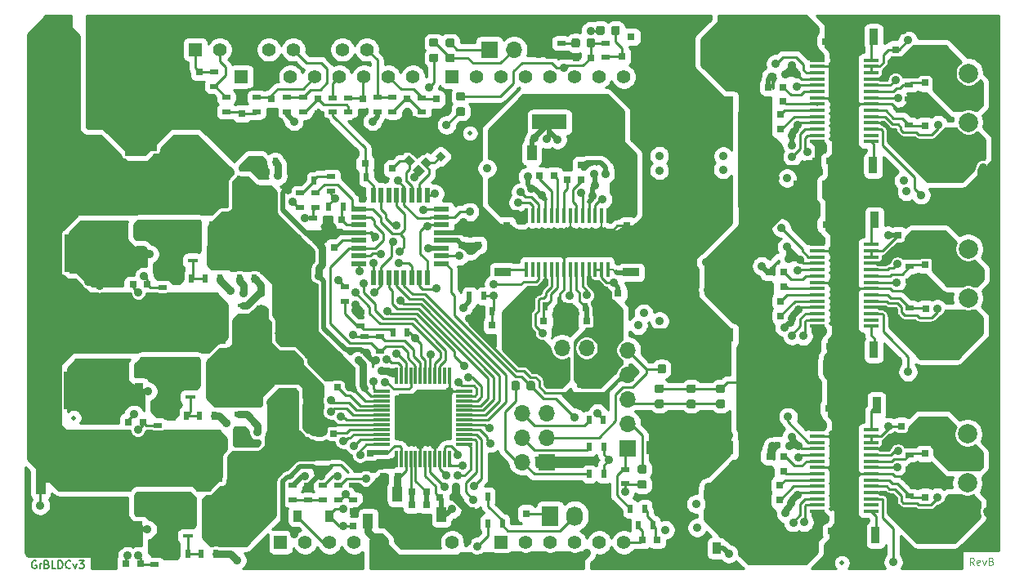
<source format=gtl>
G04 #@! TF.GenerationSoftware,KiCad,Pcbnew,(5.1.5-0)*
G04 #@! TF.CreationDate,2020-08-20T14:13:21-04:00*
G04 #@! TF.ProjectId,GrBLDC,4772424c-4443-42e6-9b69-6361645f7063,rev?*
G04 #@! TF.SameCoordinates,PX5a7646cPY8128a60*
G04 #@! TF.FileFunction,Copper,L1,Top*
G04 #@! TF.FilePolarity,Positive*
%FSLAX46Y46*%
G04 Gerber Fmt 4.6, Leading zero omitted, Abs format (unit mm)*
G04 Created by KiCad (PCBNEW (5.1.5-0)) date 2020-08-20 14:13:21*
%MOMM*%
%LPD*%
G04 APERTURE LIST*
%ADD10C,0.100000*%
%ADD11C,0.150000*%
%ADD12R,1.000000X1.000000*%
%ADD13C,0.500000*%
%ADD14R,1.600000X0.300000*%
%ADD15R,2.400000X6.460000*%
%ADD16R,1.397000X1.397000*%
%ADD17C,1.397000*%
%ADD18R,0.750000X0.800000*%
%ADD19R,9.000000X1.400000*%
%ADD20R,1.600000X1.000000*%
%ADD21R,0.800000X0.750000*%
%ADD22R,1.000000X1.600000*%
%ADD23R,2.400300X4.000500*%
%ADD24R,0.500000X0.900000*%
%ADD25R,0.900000X0.500000*%
%ADD26R,0.300000X1.600000*%
%ADD27R,6.460000X2.400000*%
%ADD28C,0.889000*%
%ADD29R,1.080000X0.450000*%
%ADD30R,0.650000X0.450000*%
%ADD31R,3.540000X4.260000*%
%ADD32R,0.900000X1.700000*%
%ADD33C,2.000000*%
%ADD34R,3.599180X1.600200*%
%ADD35C,2.500000*%
%ADD36R,1.727200X2.032000*%
%ADD37O,1.727200X2.032000*%
%ADD38R,1.600000X0.550000*%
%ADD39R,0.550000X1.600000*%
%ADD40R,0.800100X0.800100*%
%ADD41R,1.700000X0.900000*%
%ADD42O,1.700000X1.700000*%
%ADD43R,1.700000X1.700000*%
%ADD44R,0.300000X1.700000*%
%ADD45R,1.700000X0.300000*%
%ADD46R,5.000000X5.000000*%
%ADD47R,0.900000X1.200000*%
%ADD48C,0.254000*%
%ADD49C,0.508000*%
%ADD50C,0.152400*%
%ADD51C,0.762000*%
%ADD52C,1.016000*%
G04 APERTURE END LIST*
D10*
X99404285Y1510715D02*
X99154285Y1867858D01*
X98975714Y1510715D02*
X98975714Y2260715D01*
X99261428Y2260715D01*
X99332857Y2225000D01*
X99368571Y2189286D01*
X99404285Y2117858D01*
X99404285Y2010715D01*
X99368571Y1939286D01*
X99332857Y1903572D01*
X99261428Y1867858D01*
X98975714Y1867858D01*
X100011428Y1546429D02*
X99940000Y1510715D01*
X99797142Y1510715D01*
X99725714Y1546429D01*
X99690000Y1617858D01*
X99690000Y1903572D01*
X99725714Y1975000D01*
X99797142Y2010715D01*
X99940000Y2010715D01*
X100011428Y1975000D01*
X100047142Y1903572D01*
X100047142Y1832143D01*
X99690000Y1760715D01*
X100297142Y2010715D02*
X100475714Y1510715D01*
X100654285Y2010715D01*
X101190000Y1903572D02*
X101297142Y1867858D01*
X101332857Y1832143D01*
X101368571Y1760715D01*
X101368571Y1653572D01*
X101332857Y1582143D01*
X101297142Y1546429D01*
X101225714Y1510715D01*
X100940000Y1510715D01*
X100940000Y2260715D01*
X101190000Y2260715D01*
X101261428Y2225000D01*
X101297142Y2189286D01*
X101332857Y2117858D01*
X101332857Y2046429D01*
X101297142Y1975000D01*
X101261428Y1939286D01*
X101190000Y1903572D01*
X100940000Y1903572D01*
D11*
X2231023Y1924000D02*
X2154833Y1962096D01*
X2040547Y1962096D01*
X1926261Y1924000D01*
X1850071Y1847810D01*
X1811976Y1771620D01*
X1773880Y1619239D01*
X1773880Y1504953D01*
X1811976Y1352572D01*
X1850071Y1276381D01*
X1926261Y1200191D01*
X2040547Y1162096D01*
X2116738Y1162096D01*
X2231023Y1200191D01*
X2269119Y1238286D01*
X2269119Y1504953D01*
X2116738Y1504953D01*
X2611976Y1162096D02*
X2611976Y1695429D01*
X2611976Y1543048D02*
X2650071Y1619239D01*
X2688166Y1657334D01*
X2764357Y1695429D01*
X2840547Y1695429D01*
X3373880Y1581143D02*
X3488166Y1543048D01*
X3526261Y1504953D01*
X3564357Y1428762D01*
X3564357Y1314477D01*
X3526261Y1238286D01*
X3488166Y1200191D01*
X3411976Y1162096D01*
X3107214Y1162096D01*
X3107214Y1962096D01*
X3373880Y1962096D01*
X3450071Y1924000D01*
X3488166Y1885905D01*
X3526261Y1809715D01*
X3526261Y1733524D01*
X3488166Y1657334D01*
X3450071Y1619239D01*
X3373880Y1581143D01*
X3107214Y1581143D01*
X4288166Y1162096D02*
X3907214Y1162096D01*
X3907214Y1962096D01*
X4554833Y1162096D02*
X4554833Y1962096D01*
X4745309Y1962096D01*
X4859595Y1924000D01*
X4935785Y1847810D01*
X4973880Y1771620D01*
X5011976Y1619239D01*
X5011976Y1504953D01*
X4973880Y1352572D01*
X4935785Y1276381D01*
X4859595Y1200191D01*
X4745309Y1162096D01*
X4554833Y1162096D01*
X5811976Y1238286D02*
X5773880Y1200191D01*
X5659595Y1162096D01*
X5583404Y1162096D01*
X5469119Y1200191D01*
X5392928Y1276381D01*
X5354833Y1352572D01*
X5316738Y1504953D01*
X5316738Y1619239D01*
X5354833Y1771620D01*
X5392928Y1847810D01*
X5469119Y1924000D01*
X5583404Y1962096D01*
X5659595Y1962096D01*
X5773880Y1924000D01*
X5811976Y1885905D01*
X6078642Y1695429D02*
X6269119Y1162096D01*
X6459595Y1695429D01*
X6688166Y1962096D02*
X7183404Y1962096D01*
X6916738Y1657334D01*
X7031023Y1657334D01*
X7107214Y1619239D01*
X7145309Y1581143D01*
X7183404Y1504953D01*
X7183404Y1314477D01*
X7145309Y1238286D01*
X7107214Y1200191D01*
X7031023Y1162096D01*
X6802452Y1162096D01*
X6726261Y1200191D01*
X6688166Y1238286D01*
D12*
X2710000Y10350000D03*
X2710000Y9350000D03*
D13*
X84630900Y26575200D03*
X85930900Y26575200D03*
X84630900Y27875200D03*
X87230900Y27875200D03*
X85930900Y27875200D03*
X84630900Y29175200D03*
X87230900Y29175200D03*
X85930900Y29175200D03*
X87230900Y34375200D03*
X84630900Y34375200D03*
X85930900Y34375200D03*
X87230900Y33075200D03*
X84630900Y33075200D03*
X85930900Y33075200D03*
X84630900Y31775200D03*
X87230900Y31775200D03*
X85930900Y31775200D03*
X84630900Y30475200D03*
X87230900Y30475200D03*
X87230900Y26575200D03*
X85930900Y30475200D03*
D14*
X88730900Y30175200D03*
X88730900Y30825200D03*
X88730900Y31475200D03*
X88730900Y32125200D03*
X83130900Y28225200D03*
X88730900Y28225200D03*
X88730900Y28875200D03*
X88730900Y29525200D03*
X83130900Y32775200D03*
X83130900Y32125200D03*
X83130900Y31475200D03*
X83130900Y30825200D03*
X83130900Y30175200D03*
X83130900Y29525200D03*
X88730900Y32775200D03*
X83130900Y28875200D03*
X88730900Y27575200D03*
X88730900Y33425200D03*
X83130900Y33425200D03*
X83130900Y27575200D03*
X88730900Y26925200D03*
X88730900Y34075200D03*
X83130900Y34075200D03*
X83130900Y26925200D03*
X88730900Y26275200D03*
X88730900Y34725200D03*
X83130900Y34725200D03*
X83130900Y26275200D03*
D15*
X85930900Y30175200D03*
D16*
X27571700Y3860800D03*
D17*
X30111700Y3860800D03*
X32651700Y3860800D03*
X35191700Y3860800D03*
X37731700Y3860800D03*
X40271700Y3860800D03*
X42811700Y3860800D03*
X45351700Y3860800D03*
D18*
X43688000Y49797400D03*
X43688000Y48297400D03*
D19*
X69976500Y25349500D03*
X69976500Y13639500D03*
D18*
X53030000Y8360000D03*
X53030000Y6860000D03*
G04 #@! TA.AperFunction,SMDPad,CuDef*
D11*
G36*
X73429691Y20229447D02*
G01*
X73450926Y20226297D01*
X73471750Y20221081D01*
X73491962Y20213849D01*
X73511368Y20204670D01*
X73529781Y20193634D01*
X73547024Y20180846D01*
X73562930Y20166430D01*
X73577346Y20150524D01*
X73590134Y20133281D01*
X73601170Y20114868D01*
X73610349Y20095462D01*
X73617581Y20075250D01*
X73622797Y20054426D01*
X73625947Y20033191D01*
X73627000Y20011750D01*
X73627000Y19574250D01*
X73625947Y19552809D01*
X73622797Y19531574D01*
X73617581Y19510750D01*
X73610349Y19490538D01*
X73601170Y19471132D01*
X73590134Y19452719D01*
X73577346Y19435476D01*
X73562930Y19419570D01*
X73547024Y19405154D01*
X73529781Y19392366D01*
X73511368Y19381330D01*
X73491962Y19372151D01*
X73471750Y19364919D01*
X73450926Y19359703D01*
X73429691Y19356553D01*
X73408250Y19355500D01*
X72895750Y19355500D01*
X72874309Y19356553D01*
X72853074Y19359703D01*
X72832250Y19364919D01*
X72812038Y19372151D01*
X72792632Y19381330D01*
X72774219Y19392366D01*
X72756976Y19405154D01*
X72741070Y19419570D01*
X72726654Y19435476D01*
X72713866Y19452719D01*
X72702830Y19471132D01*
X72693651Y19490538D01*
X72686419Y19510750D01*
X72681203Y19531574D01*
X72678053Y19552809D01*
X72677000Y19574250D01*
X72677000Y20011750D01*
X72678053Y20033191D01*
X72681203Y20054426D01*
X72686419Y20075250D01*
X72693651Y20095462D01*
X72702830Y20114868D01*
X72713866Y20133281D01*
X72726654Y20150524D01*
X72741070Y20166430D01*
X72756976Y20180846D01*
X72774219Y20193634D01*
X72792632Y20204670D01*
X72812038Y20213849D01*
X72832250Y20221081D01*
X72853074Y20226297D01*
X72874309Y20229447D01*
X72895750Y20230500D01*
X73408250Y20230500D01*
X73429691Y20229447D01*
G37*
G04 #@! TD.AperFunction*
G04 #@! TA.AperFunction,SMDPad,CuDef*
G36*
X73429691Y18654447D02*
G01*
X73450926Y18651297D01*
X73471750Y18646081D01*
X73491962Y18638849D01*
X73511368Y18629670D01*
X73529781Y18618634D01*
X73547024Y18605846D01*
X73562930Y18591430D01*
X73577346Y18575524D01*
X73590134Y18558281D01*
X73601170Y18539868D01*
X73610349Y18520462D01*
X73617581Y18500250D01*
X73622797Y18479426D01*
X73625947Y18458191D01*
X73627000Y18436750D01*
X73627000Y17999250D01*
X73625947Y17977809D01*
X73622797Y17956574D01*
X73617581Y17935750D01*
X73610349Y17915538D01*
X73601170Y17896132D01*
X73590134Y17877719D01*
X73577346Y17860476D01*
X73562930Y17844570D01*
X73547024Y17830154D01*
X73529781Y17817366D01*
X73511368Y17806330D01*
X73491962Y17797151D01*
X73471750Y17789919D01*
X73450926Y17784703D01*
X73429691Y17781553D01*
X73408250Y17780500D01*
X72895750Y17780500D01*
X72874309Y17781553D01*
X72853074Y17784703D01*
X72832250Y17789919D01*
X72812038Y17797151D01*
X72792632Y17806330D01*
X72774219Y17817366D01*
X72756976Y17830154D01*
X72741070Y17844570D01*
X72726654Y17860476D01*
X72713866Y17877719D01*
X72702830Y17896132D01*
X72693651Y17915538D01*
X72686419Y17935750D01*
X72681203Y17956574D01*
X72678053Y17977809D01*
X72677000Y17999250D01*
X72677000Y18436750D01*
X72678053Y18458191D01*
X72681203Y18479426D01*
X72686419Y18500250D01*
X72693651Y18520462D01*
X72702830Y18539868D01*
X72713866Y18558281D01*
X72726654Y18575524D01*
X72741070Y18591430D01*
X72756976Y18605846D01*
X72774219Y18618634D01*
X72792632Y18629670D01*
X72812038Y18638849D01*
X72832250Y18646081D01*
X72853074Y18651297D01*
X72874309Y18654447D01*
X72895750Y18655500D01*
X73408250Y18655500D01*
X73429691Y18654447D01*
G37*
G04 #@! TD.AperFunction*
G04 #@! TA.AperFunction,SMDPad,CuDef*
G36*
X70381691Y20221947D02*
G01*
X70402926Y20218797D01*
X70423750Y20213581D01*
X70443962Y20206349D01*
X70463368Y20197170D01*
X70481781Y20186134D01*
X70499024Y20173346D01*
X70514930Y20158930D01*
X70529346Y20143024D01*
X70542134Y20125781D01*
X70553170Y20107368D01*
X70562349Y20087962D01*
X70569581Y20067750D01*
X70574797Y20046926D01*
X70577947Y20025691D01*
X70579000Y20004250D01*
X70579000Y19566750D01*
X70577947Y19545309D01*
X70574797Y19524074D01*
X70569581Y19503250D01*
X70562349Y19483038D01*
X70553170Y19463632D01*
X70542134Y19445219D01*
X70529346Y19427976D01*
X70514930Y19412070D01*
X70499024Y19397654D01*
X70481781Y19384866D01*
X70463368Y19373830D01*
X70443962Y19364651D01*
X70423750Y19357419D01*
X70402926Y19352203D01*
X70381691Y19349053D01*
X70360250Y19348000D01*
X69847750Y19348000D01*
X69826309Y19349053D01*
X69805074Y19352203D01*
X69784250Y19357419D01*
X69764038Y19364651D01*
X69744632Y19373830D01*
X69726219Y19384866D01*
X69708976Y19397654D01*
X69693070Y19412070D01*
X69678654Y19427976D01*
X69665866Y19445219D01*
X69654830Y19463632D01*
X69645651Y19483038D01*
X69638419Y19503250D01*
X69633203Y19524074D01*
X69630053Y19545309D01*
X69629000Y19566750D01*
X69629000Y20004250D01*
X69630053Y20025691D01*
X69633203Y20046926D01*
X69638419Y20067750D01*
X69645651Y20087962D01*
X69654830Y20107368D01*
X69665866Y20125781D01*
X69678654Y20143024D01*
X69693070Y20158930D01*
X69708976Y20173346D01*
X69726219Y20186134D01*
X69744632Y20197170D01*
X69764038Y20206349D01*
X69784250Y20213581D01*
X69805074Y20218797D01*
X69826309Y20221947D01*
X69847750Y20223000D01*
X70360250Y20223000D01*
X70381691Y20221947D01*
G37*
G04 #@! TD.AperFunction*
G04 #@! TA.AperFunction,SMDPad,CuDef*
G36*
X70381691Y18646947D02*
G01*
X70402926Y18643797D01*
X70423750Y18638581D01*
X70443962Y18631349D01*
X70463368Y18622170D01*
X70481781Y18611134D01*
X70499024Y18598346D01*
X70514930Y18583930D01*
X70529346Y18568024D01*
X70542134Y18550781D01*
X70553170Y18532368D01*
X70562349Y18512962D01*
X70569581Y18492750D01*
X70574797Y18471926D01*
X70577947Y18450691D01*
X70579000Y18429250D01*
X70579000Y17991750D01*
X70577947Y17970309D01*
X70574797Y17949074D01*
X70569581Y17928250D01*
X70562349Y17908038D01*
X70553170Y17888632D01*
X70542134Y17870219D01*
X70529346Y17852976D01*
X70514930Y17837070D01*
X70499024Y17822654D01*
X70481781Y17809866D01*
X70463368Y17798830D01*
X70443962Y17789651D01*
X70423750Y17782419D01*
X70402926Y17777203D01*
X70381691Y17774053D01*
X70360250Y17773000D01*
X69847750Y17773000D01*
X69826309Y17774053D01*
X69805074Y17777203D01*
X69784250Y17782419D01*
X69764038Y17789651D01*
X69744632Y17798830D01*
X69726219Y17809866D01*
X69708976Y17822654D01*
X69693070Y17837070D01*
X69678654Y17852976D01*
X69665866Y17870219D01*
X69654830Y17888632D01*
X69645651Y17908038D01*
X69638419Y17928250D01*
X69633203Y17949074D01*
X69630053Y17970309D01*
X69629000Y17991750D01*
X69629000Y18429250D01*
X69630053Y18450691D01*
X69633203Y18471926D01*
X69638419Y18492750D01*
X69645651Y18512962D01*
X69654830Y18532368D01*
X69665866Y18550781D01*
X69678654Y18568024D01*
X69693070Y18583930D01*
X69708976Y18598346D01*
X69726219Y18611134D01*
X69744632Y18622170D01*
X69764038Y18631349D01*
X69784250Y18638581D01*
X69805074Y18643797D01*
X69826309Y18646947D01*
X69847750Y18648000D01*
X70360250Y18648000D01*
X70381691Y18646947D01*
G37*
G04 #@! TD.AperFunction*
G04 #@! TA.AperFunction,SMDPad,CuDef*
G36*
X67079691Y18654447D02*
G01*
X67100926Y18651297D01*
X67121750Y18646081D01*
X67141962Y18638849D01*
X67161368Y18629670D01*
X67179781Y18618634D01*
X67197024Y18605846D01*
X67212930Y18591430D01*
X67227346Y18575524D01*
X67240134Y18558281D01*
X67251170Y18539868D01*
X67260349Y18520462D01*
X67267581Y18500250D01*
X67272797Y18479426D01*
X67275947Y18458191D01*
X67277000Y18436750D01*
X67277000Y17999250D01*
X67275947Y17977809D01*
X67272797Y17956574D01*
X67267581Y17935750D01*
X67260349Y17915538D01*
X67251170Y17896132D01*
X67240134Y17877719D01*
X67227346Y17860476D01*
X67212930Y17844570D01*
X67197024Y17830154D01*
X67179781Y17817366D01*
X67161368Y17806330D01*
X67141962Y17797151D01*
X67121750Y17789919D01*
X67100926Y17784703D01*
X67079691Y17781553D01*
X67058250Y17780500D01*
X66545750Y17780500D01*
X66524309Y17781553D01*
X66503074Y17784703D01*
X66482250Y17789919D01*
X66462038Y17797151D01*
X66442632Y17806330D01*
X66424219Y17817366D01*
X66406976Y17830154D01*
X66391070Y17844570D01*
X66376654Y17860476D01*
X66363866Y17877719D01*
X66352830Y17896132D01*
X66343651Y17915538D01*
X66336419Y17935750D01*
X66331203Y17956574D01*
X66328053Y17977809D01*
X66327000Y17999250D01*
X66327000Y18436750D01*
X66328053Y18458191D01*
X66331203Y18479426D01*
X66336419Y18500250D01*
X66343651Y18520462D01*
X66352830Y18539868D01*
X66363866Y18558281D01*
X66376654Y18575524D01*
X66391070Y18591430D01*
X66406976Y18605846D01*
X66424219Y18618634D01*
X66442632Y18629670D01*
X66462038Y18638849D01*
X66482250Y18646081D01*
X66503074Y18651297D01*
X66524309Y18654447D01*
X66545750Y18655500D01*
X67058250Y18655500D01*
X67079691Y18654447D01*
G37*
G04 #@! TD.AperFunction*
G04 #@! TA.AperFunction,SMDPad,CuDef*
G36*
X67079691Y20229447D02*
G01*
X67100926Y20226297D01*
X67121750Y20221081D01*
X67141962Y20213849D01*
X67161368Y20204670D01*
X67179781Y20193634D01*
X67197024Y20180846D01*
X67212930Y20166430D01*
X67227346Y20150524D01*
X67240134Y20133281D01*
X67251170Y20114868D01*
X67260349Y20095462D01*
X67267581Y20075250D01*
X67272797Y20054426D01*
X67275947Y20033191D01*
X67277000Y20011750D01*
X67277000Y19574250D01*
X67275947Y19552809D01*
X67272797Y19531574D01*
X67267581Y19510750D01*
X67260349Y19490538D01*
X67251170Y19471132D01*
X67240134Y19452719D01*
X67227346Y19435476D01*
X67212930Y19419570D01*
X67197024Y19405154D01*
X67179781Y19392366D01*
X67161368Y19381330D01*
X67141962Y19372151D01*
X67121750Y19364919D01*
X67100926Y19359703D01*
X67079691Y19356553D01*
X67058250Y19355500D01*
X66545750Y19355500D01*
X66524309Y19356553D01*
X66503074Y19359703D01*
X66482250Y19364919D01*
X66462038Y19372151D01*
X66442632Y19381330D01*
X66424219Y19392366D01*
X66406976Y19405154D01*
X66391070Y19419570D01*
X66376654Y19435476D01*
X66363866Y19452719D01*
X66352830Y19471132D01*
X66343651Y19490538D01*
X66336419Y19510750D01*
X66331203Y19531574D01*
X66328053Y19552809D01*
X66327000Y19574250D01*
X66327000Y20011750D01*
X66328053Y20033191D01*
X66331203Y20054426D01*
X66336419Y20075250D01*
X66343651Y20095462D01*
X66352830Y20114868D01*
X66363866Y20133281D01*
X66376654Y20150524D01*
X66391070Y20166430D01*
X66406976Y20180846D01*
X66424219Y20193634D01*
X66442632Y20204670D01*
X66462038Y20213849D01*
X66482250Y20221081D01*
X66503074Y20226297D01*
X66524309Y20229447D01*
X66545750Y20230500D01*
X67058250Y20230500D01*
X67079691Y20229447D01*
G37*
G04 #@! TD.AperFunction*
D18*
X35110000Y5540000D03*
X35110000Y7040000D03*
D20*
X13271500Y24969600D03*
X13271500Y21969600D03*
D21*
X41160000Y7747000D03*
X42660000Y7747000D03*
X49500000Y26340000D03*
X48000000Y26340000D03*
D18*
X91300300Y54952200D03*
X91300300Y56452200D03*
X91528900Y35660900D03*
X91528900Y37160900D03*
X91871800Y15912400D03*
X91871800Y17412400D03*
D21*
X62539180Y29654500D03*
X64039180Y29654500D03*
D18*
X94315280Y46999460D03*
X94315280Y48499460D03*
X94404180Y28053600D03*
X94404180Y29553600D03*
X94338140Y8541320D03*
X94338140Y10041320D03*
D21*
X54830280Y26771600D03*
X56330280Y26771600D03*
D18*
X94315280Y51496660D03*
X94315280Y49996660D03*
X94378780Y32627000D03*
X94378780Y31127000D03*
X94338140Y13102020D03*
X94338140Y11602020D03*
D21*
X59302080Y26771600D03*
X57802080Y26771600D03*
X79629700Y51041300D03*
X78129700Y51041300D03*
X79713520Y31884620D03*
X78213520Y31884620D03*
X79721140Y12786360D03*
X78221140Y12786360D03*
D18*
X58717180Y41477500D03*
X58717180Y42977500D03*
D21*
X79642400Y49618900D03*
X78142400Y49618900D03*
D18*
X79324200Y48184500D03*
X79324200Y46684500D03*
D21*
X79700820Y30360620D03*
X78200820Y30360620D03*
D18*
X79395320Y28850020D03*
X79395320Y27350020D03*
D21*
X79708440Y11198860D03*
X78208440Y11198860D03*
D18*
X79291180Y9767000D03*
X79291180Y8267000D03*
X57269380Y41477500D03*
X57269380Y42977500D03*
D21*
X55885780Y41871900D03*
X54385780Y41871900D03*
X82536600Y55778400D03*
X84036600Y55778400D03*
X82920140Y24218900D03*
X84420140Y24218900D03*
X82892200Y17716500D03*
X84392200Y17716500D03*
D18*
X51033680Y38215000D03*
X51033680Y36715000D03*
X36080700Y49810100D03*
X36080700Y48310100D03*
X26631900Y49822800D03*
X26631900Y48322800D03*
X40690800Y49822800D03*
X40690800Y48322800D03*
X31450000Y49820000D03*
X31450000Y48320000D03*
X23558500Y48322800D03*
X23558500Y49822800D03*
D21*
X82574700Y36804600D03*
X84074700Y36804600D03*
X83146200Y5016500D03*
X84646200Y5016500D03*
D18*
X63466980Y38176900D03*
X63466980Y36676900D03*
D21*
X39741540Y10749280D03*
X38241540Y10749280D03*
D22*
X39638100Y8859520D03*
X36638100Y8859520D03*
D18*
X36890000Y13120000D03*
X36890000Y11620000D03*
D21*
X33430000Y19930000D03*
X34930000Y19930000D03*
X33070000Y15150000D03*
X31570000Y15150000D03*
D18*
X65020000Y2620000D03*
X65020000Y4120000D03*
D22*
X36640000Y6050000D03*
X39640000Y6050000D03*
D18*
X66560000Y2630000D03*
X66560000Y4130000D03*
D23*
X6362700Y41846500D03*
X6362700Y33845500D03*
D22*
X81258280Y21996400D03*
X84258280Y21996400D03*
D20*
X15760700Y24969600D03*
X15760700Y21969600D03*
X13220700Y10542400D03*
X13220700Y7542400D03*
D23*
X6311900Y27571700D03*
X6311900Y19570700D03*
D20*
X16014700Y39295200D03*
X16014700Y36295200D03*
X13373100Y39346000D03*
X13373100Y36346000D03*
D23*
X6311900Y13195300D03*
X6311900Y5194300D03*
D22*
X50587780Y44234100D03*
X53587780Y44234100D03*
D20*
X15760700Y10542400D03*
X15760700Y7542400D03*
D21*
X82968400Y43370500D03*
X84468400Y43370500D03*
X59678000Y54102000D03*
X58178000Y54102000D03*
X41160000Y9144000D03*
X42660000Y9144000D03*
D24*
X47140000Y29390000D03*
X48640000Y29390000D03*
X49510000Y27850000D03*
X48010000Y27850000D03*
D25*
X92692220Y47141700D03*
X92692220Y48641700D03*
X92753180Y28180600D03*
X92753180Y29680600D03*
X92710000Y8655620D03*
X92710000Y10155620D03*
D24*
X54976330Y28301950D03*
X56476330Y28301950D03*
D25*
X92692220Y51296000D03*
X92692220Y49796000D03*
X92765880Y32474600D03*
X92765880Y30974600D03*
X92710000Y12959780D03*
X92710000Y11459780D03*
D24*
X59136980Y28282900D03*
X57636980Y28282900D03*
D25*
X61214000Y54114000D03*
X61214000Y55614000D03*
X56642000Y55614000D03*
X56642000Y54114000D03*
X32994600Y48437100D03*
X32994600Y49937100D03*
X42202100Y48449800D03*
X42202100Y49949800D03*
X34607500Y48449800D03*
X34607500Y49949800D03*
X25082500Y48475200D03*
X25082500Y49975200D03*
D24*
X61020000Y16520000D03*
X59520000Y16520000D03*
D25*
X39179500Y49975200D03*
X39179500Y48475200D03*
X29883100Y49975200D03*
X29883100Y48475200D03*
X21932900Y50000600D03*
X21932900Y48500600D03*
D24*
X61032000Y13726000D03*
X59532000Y13726000D03*
X61044000Y10932000D03*
X59544000Y10932000D03*
D25*
X37579300Y49975200D03*
X37579300Y48475200D03*
X28257500Y49975200D03*
X28257500Y48475200D03*
X20700000Y51130000D03*
X20700000Y52630000D03*
X23253700Y17133000D03*
X23253700Y15633000D03*
X25010000Y12800000D03*
X25010000Y14300000D03*
D24*
X20828700Y2641600D03*
X19328700Y2641600D03*
X64640000Y5660000D03*
X66140000Y5660000D03*
X17983900Y2641600D03*
X16483900Y2641600D03*
X23316500Y31191200D03*
X24816500Y31191200D03*
D25*
X25539700Y28155200D03*
X25539700Y29655200D03*
D24*
X20676300Y17018000D03*
X19176300Y17018000D03*
X21285900Y31242000D03*
X19785900Y31242000D03*
X27013600Y43294300D03*
X25513600Y43294300D03*
D25*
X25793700Y40258300D03*
X25793700Y41758300D03*
D24*
X17831500Y17018000D03*
X16331500Y17018000D03*
X18339500Y31242000D03*
X16839500Y31242000D03*
X65290000Y7340000D03*
X63790000Y7340000D03*
D25*
X63246000Y9930000D03*
X63246000Y11430000D03*
D13*
X84628200Y45701400D03*
X85928200Y45701400D03*
X84628200Y47001400D03*
X87228200Y47001400D03*
X85928200Y47001400D03*
X84628200Y48301400D03*
X87228200Y48301400D03*
X85928200Y48301400D03*
X87228200Y53501400D03*
X84628200Y53501400D03*
X85928200Y53501400D03*
X87228200Y52201400D03*
X84628200Y52201400D03*
X85928200Y52201400D03*
X84628200Y50901400D03*
X87228200Y50901400D03*
X85928200Y50901400D03*
X84628200Y49601400D03*
X87228200Y49601400D03*
X87228200Y45701400D03*
X85928200Y49601400D03*
D14*
X88728200Y49301400D03*
X88728200Y49951400D03*
X88728200Y50601400D03*
X88728200Y51251400D03*
X83128200Y47351400D03*
X88728200Y47351400D03*
X88728200Y48001400D03*
X88728200Y48651400D03*
X83128200Y51901400D03*
X83128200Y51251400D03*
X83128200Y50601400D03*
X83128200Y49951400D03*
X83128200Y49301400D03*
X83128200Y48651400D03*
X88728200Y51901400D03*
X83128200Y48001400D03*
X88728200Y46701400D03*
X88728200Y52551400D03*
X83128200Y52551400D03*
X83128200Y46701400D03*
X88728200Y46051400D03*
X88728200Y53201400D03*
X83128200Y53201400D03*
X83128200Y46051400D03*
X88728200Y45401400D03*
X88728200Y53851400D03*
X83128200Y53851400D03*
X83128200Y45401400D03*
D15*
X85928200Y49301400D03*
D13*
X84625800Y7372800D03*
X85925800Y7372800D03*
X84625800Y8672800D03*
X87225800Y8672800D03*
X85925800Y8672800D03*
X84625800Y9972800D03*
X87225800Y9972800D03*
X85925800Y9972800D03*
X87225800Y15172800D03*
X84625800Y15172800D03*
X85925800Y15172800D03*
X87225800Y13872800D03*
X84625800Y13872800D03*
X85925800Y13872800D03*
X84625800Y12572800D03*
X87225800Y12572800D03*
X85925800Y12572800D03*
X84625800Y11272800D03*
X87225800Y11272800D03*
X87225800Y7372800D03*
X85925800Y11272800D03*
D14*
X88725800Y10972800D03*
X88725800Y11622800D03*
X88725800Y12272800D03*
X88725800Y12922800D03*
X83125800Y9022800D03*
X88725800Y9022800D03*
X88725800Y9672800D03*
X88725800Y10322800D03*
X83125800Y13572800D03*
X83125800Y12922800D03*
X83125800Y12272800D03*
X83125800Y11622800D03*
X83125800Y10972800D03*
X83125800Y10322800D03*
X88725800Y13572800D03*
X83125800Y9672800D03*
X88725800Y8372800D03*
X88725800Y14222800D03*
X83125800Y14222800D03*
X83125800Y8372800D03*
X88725800Y7722800D03*
X88725800Y14872800D03*
X83125800Y14872800D03*
X83125800Y7722800D03*
X88725800Y7072800D03*
X88725800Y15522800D03*
X83125800Y15522800D03*
X83125800Y7072800D03*
D15*
X85925800Y10972800D03*
D13*
X53313780Y36263100D03*
X53313780Y34963100D03*
X54613780Y36263100D03*
X54613780Y33663100D03*
X54613780Y34963100D03*
X55913780Y36263100D03*
X55913780Y33663100D03*
X55913780Y34963100D03*
X61113780Y33663100D03*
X61113780Y36263100D03*
X61113780Y34963100D03*
X59813780Y33663100D03*
X59813780Y36263100D03*
X59813780Y34963100D03*
X58513780Y36263100D03*
X58513780Y33663100D03*
X58513780Y34963100D03*
X57213780Y36263100D03*
X57213780Y33663100D03*
X53313780Y33663100D03*
X57213780Y34963100D03*
D26*
X56913780Y32163100D03*
X57563780Y32163100D03*
X58213780Y32163100D03*
X58863780Y32163100D03*
X54963780Y37763100D03*
X54963780Y32163100D03*
X55613780Y32163100D03*
X56263780Y32163100D03*
X59513780Y37763100D03*
X58863780Y37763100D03*
X58213780Y37763100D03*
X57563780Y37763100D03*
X56913780Y37763100D03*
X56263780Y37763100D03*
X59513780Y32163100D03*
X55613780Y37763100D03*
X54313780Y32163100D03*
X60163780Y32163100D03*
X60163780Y37763100D03*
X54313780Y37763100D03*
X53663780Y32163100D03*
X60813780Y32163100D03*
X60813780Y37763100D03*
X53663780Y37763100D03*
X53013780Y32163100D03*
X61463780Y32163100D03*
X61463780Y37763100D03*
X53013780Y37763100D03*
D27*
X56913780Y34963100D03*
D16*
X50431700Y3860800D03*
D17*
X52971700Y3860800D03*
X55511700Y3860800D03*
X58051700Y3860800D03*
X60591700Y3860800D03*
X63131700Y3860800D03*
D16*
X18732500Y54940200D03*
D17*
X21272500Y54940200D03*
X23812500Y54940200D03*
X26352500Y54940200D03*
X28892500Y54940200D03*
X31432500Y54940200D03*
X33972500Y54940200D03*
X36512500Y54940200D03*
X39052500Y54940200D03*
D16*
X23507700Y52120800D03*
D17*
X26047700Y52120800D03*
X28587700Y52120800D03*
X31127700Y52120800D03*
X33667700Y52120800D03*
X36207700Y52120800D03*
X38747700Y52120800D03*
X41287700Y52120800D03*
D16*
X45351700Y52120800D03*
D17*
X47891700Y52120800D03*
X50431700Y52120800D03*
X52971700Y52120800D03*
X55511700Y52120800D03*
X58051700Y52120800D03*
X60591700Y52120800D03*
X63131700Y52120800D03*
D16*
X18270000Y45230000D03*
D17*
X18270000Y47770000D03*
D28*
X19719100Y9992800D03*
X19719100Y14492800D03*
X18469100Y13742800D03*
X19719100Y12992800D03*
X19719100Y11492800D03*
X20969100Y10742800D03*
X18469100Y10742800D03*
X18469100Y12242800D03*
X20969100Y12242800D03*
X20969100Y13742800D03*
D29*
X23339100Y10337800D03*
X23339100Y11607800D03*
X23339100Y12877800D03*
D30*
X17699100Y11607800D03*
X17699100Y12877800D03*
X17699100Y14147800D03*
D29*
X23339100Y14147800D03*
D31*
X19794100Y12242800D03*
D30*
X17699100Y10337800D03*
D28*
X21555900Y8650800D03*
X21555900Y4150800D03*
X22805900Y4900800D03*
X21555900Y5650800D03*
X21555900Y7150800D03*
X20305900Y7900800D03*
X22805900Y7900800D03*
X22805900Y6400800D03*
X20305900Y6400800D03*
X20305900Y4900800D03*
D29*
X17935900Y8305800D03*
X17935900Y7035800D03*
X17935900Y5765800D03*
D30*
X23575900Y7035800D03*
X23575900Y5765800D03*
X23575900Y4495800D03*
D29*
X17935900Y4495800D03*
D31*
X21480900Y6400800D03*
D30*
X23575900Y8305800D03*
D28*
X20049300Y24267600D03*
X20049300Y28767600D03*
X18799300Y28017600D03*
X20049300Y27267600D03*
X20049300Y25767600D03*
X21299300Y25017600D03*
X18799300Y25017600D03*
X18799300Y26517600D03*
X21299300Y26517600D03*
X21299300Y28017600D03*
D29*
X23669300Y24612600D03*
X23669300Y25882600D03*
X23669300Y27152600D03*
D30*
X18029300Y25882600D03*
X18029300Y27152600D03*
X18029300Y28422600D03*
D29*
X23669300Y28422600D03*
D31*
X20124300Y26517600D03*
D30*
X18029300Y24612600D03*
D28*
X21860700Y23078000D03*
X21860700Y18578000D03*
X23110700Y19328000D03*
X21860700Y20078000D03*
X21860700Y21578000D03*
X20610700Y22328000D03*
X23110700Y22328000D03*
X23110700Y20828000D03*
X20610700Y20828000D03*
X20610700Y19328000D03*
D29*
X18240700Y22733000D03*
X18240700Y21463000D03*
X18240700Y20193000D03*
D30*
X23880700Y21463000D03*
X23880700Y20193000D03*
X23880700Y18923000D03*
D29*
X18240700Y18923000D03*
D31*
X21785700Y20828000D03*
D30*
X23880700Y22733000D03*
D28*
X20227100Y38593200D03*
X20227100Y43093200D03*
X18977100Y42343200D03*
X20227100Y41593200D03*
X20227100Y40093200D03*
X21477100Y39343200D03*
X18977100Y39343200D03*
X18977100Y40843200D03*
X21477100Y40843200D03*
X21477100Y42343200D03*
D29*
X23847100Y38938200D03*
X23847100Y40208200D03*
X23847100Y41478200D03*
D30*
X18207100Y40208200D03*
X18207100Y41478200D03*
X18207100Y42748200D03*
D29*
X23847100Y42748200D03*
D31*
X20302100Y40843200D03*
D30*
X18207100Y38938200D03*
D28*
X22063900Y37251200D03*
X22063900Y32751200D03*
X23313900Y33501200D03*
X22063900Y34251200D03*
X22063900Y35751200D03*
X20813900Y36501200D03*
X23313900Y36501200D03*
X23313900Y35001200D03*
X20813900Y35001200D03*
X20813900Y33501200D03*
D29*
X18443900Y36906200D03*
X18443900Y35636200D03*
X18443900Y34366200D03*
D30*
X24083900Y35636200D03*
X24083900Y34366200D03*
X24083900Y33096200D03*
D29*
X18443900Y33096200D03*
D31*
X21988900Y35001200D03*
D30*
X24083900Y36906200D03*
D32*
X12837500Y5181600D03*
X15737500Y5181600D03*
X12888300Y19558000D03*
X15788300Y19558000D03*
X13040700Y33782000D03*
X15940700Y33782000D03*
D22*
X8938000Y44704000D03*
X11938000Y44704000D03*
D20*
X13970000Y41934000D03*
X13970000Y44934000D03*
D33*
X98729800Y12545300D03*
X98729800Y15085300D03*
X98729800Y10005300D03*
X98729800Y7465300D03*
X98823780Y49959260D03*
X98823780Y52499260D03*
X98823780Y47419260D03*
X98823780Y44879260D03*
X98795840Y31742380D03*
X98795840Y34282380D03*
X98795840Y29202380D03*
X98795840Y26662380D03*
D34*
X73439020Y54991000D03*
X67937380Y54991000D03*
X73426320Y31521400D03*
X67924680Y31521400D03*
X73426320Y8204200D03*
X67924680Y8204200D03*
X60934600Y47434500D03*
X55432960Y47434500D03*
D19*
X69976500Y49428700D03*
X69976500Y37718700D03*
D22*
X81537680Y2997200D03*
X84537680Y2997200D03*
X81215100Y40614600D03*
X84215100Y40614600D03*
D35*
X13695700Y54533800D03*
X8695700Y54533800D03*
X3695700Y54533800D03*
X28257500Y18503900D03*
X28257500Y22003900D03*
X28257500Y25503900D03*
D24*
X50534000Y8636000D03*
X49034000Y8636000D03*
X50534000Y5842000D03*
X49034000Y5842000D03*
D36*
X55500000Y6610000D03*
D37*
X58040000Y6610000D03*
X60580000Y6610000D03*
D18*
X19180000Y51120000D03*
X19180000Y52620000D03*
D38*
X44211820Y32762540D03*
X44211820Y33562540D03*
X44211820Y34362540D03*
X44211820Y35162540D03*
X44211820Y35962540D03*
X44211820Y36762540D03*
X44211820Y37562540D03*
X44211820Y38362540D03*
D39*
X42761820Y39812540D03*
X41961820Y39812540D03*
X41161820Y39812540D03*
X40361820Y39812540D03*
X39561820Y39812540D03*
X38761820Y39812540D03*
X37961820Y39812540D03*
X37161820Y39812540D03*
D38*
X35711820Y38362540D03*
X35711820Y37562540D03*
X35711820Y36762540D03*
X35711820Y35962540D03*
X35711820Y35162540D03*
X35711820Y34362540D03*
X35711820Y33562540D03*
X35711820Y32762540D03*
D39*
X37161820Y31312540D03*
X37961820Y31312540D03*
X38761820Y31312540D03*
X39561820Y31312540D03*
X40361820Y31312540D03*
X41161820Y31312540D03*
X41961820Y31312540D03*
X42761820Y31312540D03*
G04 #@! TA.AperFunction,SMDPad,CuDef*
D11*
G36*
X43267924Y43165579D02*
G01*
X42702238Y42599893D01*
X42065842Y43236289D01*
X42631528Y43801975D01*
X43267924Y43165579D01*
G37*
G04 #@! TD.AperFunction*
G04 #@! TA.AperFunction,SMDPad,CuDef*
G36*
X42277975Y44155528D02*
G01*
X41712289Y43589842D01*
X41075893Y44226238D01*
X41641579Y44791924D01*
X42277975Y44155528D01*
G37*
G04 #@! TD.AperFunction*
G04 #@! TA.AperFunction,SMDPad,CuDef*
G36*
X41500158Y43377711D02*
G01*
X40934472Y42812025D01*
X40298076Y43448421D01*
X40863762Y44014107D01*
X41500158Y43377711D01*
G37*
G04 #@! TD.AperFunction*
G04 #@! TA.AperFunction,SMDPad,CuDef*
G36*
X42490107Y42387762D02*
G01*
X41924421Y41822076D01*
X41288025Y42458472D01*
X41853711Y43024158D01*
X42490107Y42387762D01*
G37*
G04 #@! TD.AperFunction*
D21*
X11540000Y1630000D03*
X13040000Y1630000D03*
X11820000Y16320000D03*
X13320000Y16320000D03*
X12270040Y30573980D03*
X13770040Y30573980D03*
D25*
X34230000Y28850000D03*
X34230000Y30350000D03*
X32800000Y41770000D03*
X32800000Y40270000D03*
X31940000Y9770000D03*
X31940000Y8270000D03*
X30380000Y9770000D03*
X30380000Y8270000D03*
D24*
X40690000Y25600000D03*
X39190000Y25600000D03*
D25*
X35850000Y27770000D03*
X35850000Y26270000D03*
X29610000Y38590000D03*
X29610000Y40090000D03*
D24*
X29540000Y41330000D03*
X31040000Y41330000D03*
D25*
X33520000Y8290000D03*
X33520000Y9790000D03*
X37860000Y25200000D03*
X37860000Y23700000D03*
X31180000Y38580000D03*
X31180000Y40080000D03*
X14500000Y3050000D03*
X14500000Y1550000D03*
X35080000Y9790000D03*
X35080000Y8290000D03*
X14840000Y17490000D03*
X14840000Y15990000D03*
X36230000Y23690000D03*
X36230000Y25190000D03*
X15318740Y31768480D03*
X15318740Y30268480D03*
X30950000Y35930000D03*
X30950000Y37430000D03*
G04 #@! TA.AperFunction,SMDPad,CuDef*
D11*
G36*
X43606822Y43873848D02*
G01*
X44137152Y44404178D01*
X44702838Y43838492D01*
X44172508Y43308162D01*
X43606822Y43873848D01*
G37*
G04 #@! TD.AperFunction*
G04 #@! TA.AperFunction,SMDPad,CuDef*
G36*
X42546162Y44934508D02*
G01*
X43076492Y45464838D01*
X43642178Y44899152D01*
X43111848Y44368822D01*
X42546162Y44934508D01*
G37*
G04 #@! TD.AperFunction*
D18*
X39160000Y44130000D03*
X39160000Y42630000D03*
D21*
X32410000Y37270000D03*
X33910000Y37270000D03*
D18*
X33150000Y34410000D03*
X33150000Y35910000D03*
X46367700Y36175380D03*
X46367700Y34675380D03*
X47993300Y36195700D03*
X47993300Y34695700D03*
D21*
X36310000Y43120000D03*
X37810000Y43120000D03*
X45581000Y8509000D03*
X44081000Y8509000D03*
D22*
X44220000Y6731000D03*
X47220000Y6731000D03*
D40*
X62950000Y54250000D03*
X64850000Y54250000D03*
X63900000Y56248980D03*
D32*
X89003800Y56273700D03*
X86103800Y56273700D03*
X89092700Y37287200D03*
X86192700Y37287200D03*
X89308600Y18097500D03*
X86408600Y18097500D03*
D41*
X63898780Y31849400D03*
X63898780Y34749400D03*
D32*
X88953000Y42951400D03*
X86053000Y42951400D03*
X89029200Y23799800D03*
X86129200Y23799800D03*
X89214620Y4597400D03*
X86314620Y4597400D03*
D41*
X50601880Y31900200D03*
X50601880Y34800200D03*
D24*
X36460000Y41700000D03*
X37960000Y41700000D03*
X32560000Y38690000D03*
X34060000Y38690000D03*
D25*
X28810000Y8260000D03*
X28810000Y9760000D03*
D42*
X52578000Y17272000D03*
X55118000Y17272000D03*
X52578000Y14732000D03*
X55118000Y14732000D03*
X52578000Y12192000D03*
D43*
X55118000Y12192000D03*
X56720000Y21470000D03*
D42*
X56720000Y24010000D03*
X59260000Y21470000D03*
X59260000Y24010000D03*
D43*
X49200000Y54950000D03*
D42*
X51740000Y54950000D03*
X54280000Y54950000D03*
G04 #@! TA.AperFunction,SMDPad,CuDef*
D11*
G36*
X65307691Y10301447D02*
G01*
X65328926Y10298297D01*
X65349750Y10293081D01*
X65369962Y10285849D01*
X65389368Y10276670D01*
X65407781Y10265634D01*
X65425024Y10252846D01*
X65440930Y10238430D01*
X65455346Y10222524D01*
X65468134Y10205281D01*
X65479170Y10186868D01*
X65488349Y10167462D01*
X65495581Y10147250D01*
X65500797Y10126426D01*
X65503947Y10105191D01*
X65505000Y10083750D01*
X65505000Y9646250D01*
X65503947Y9624809D01*
X65500797Y9603574D01*
X65495581Y9582750D01*
X65488349Y9562538D01*
X65479170Y9543132D01*
X65468134Y9524719D01*
X65455346Y9507476D01*
X65440930Y9491570D01*
X65425024Y9477154D01*
X65407781Y9464366D01*
X65389368Y9453330D01*
X65369962Y9444151D01*
X65349750Y9436919D01*
X65328926Y9431703D01*
X65307691Y9428553D01*
X65286250Y9427500D01*
X64773750Y9427500D01*
X64752309Y9428553D01*
X64731074Y9431703D01*
X64710250Y9436919D01*
X64690038Y9444151D01*
X64670632Y9453330D01*
X64652219Y9464366D01*
X64634976Y9477154D01*
X64619070Y9491570D01*
X64604654Y9507476D01*
X64591866Y9524719D01*
X64580830Y9543132D01*
X64571651Y9562538D01*
X64564419Y9582750D01*
X64559203Y9603574D01*
X64556053Y9624809D01*
X64555000Y9646250D01*
X64555000Y10083750D01*
X64556053Y10105191D01*
X64559203Y10126426D01*
X64564419Y10147250D01*
X64571651Y10167462D01*
X64580830Y10186868D01*
X64591866Y10205281D01*
X64604654Y10222524D01*
X64619070Y10238430D01*
X64634976Y10252846D01*
X64652219Y10265634D01*
X64670632Y10276670D01*
X64690038Y10285849D01*
X64710250Y10293081D01*
X64731074Y10298297D01*
X64752309Y10301447D01*
X64773750Y10302500D01*
X65286250Y10302500D01*
X65307691Y10301447D01*
G37*
G04 #@! TD.AperFunction*
G04 #@! TA.AperFunction,SMDPad,CuDef*
G36*
X65307691Y11876447D02*
G01*
X65328926Y11873297D01*
X65349750Y11868081D01*
X65369962Y11860849D01*
X65389368Y11851670D01*
X65407781Y11840634D01*
X65425024Y11827846D01*
X65440930Y11813430D01*
X65455346Y11797524D01*
X65468134Y11780281D01*
X65479170Y11761868D01*
X65488349Y11742462D01*
X65495581Y11722250D01*
X65500797Y11701426D01*
X65503947Y11680191D01*
X65505000Y11658750D01*
X65505000Y11221250D01*
X65503947Y11199809D01*
X65500797Y11178574D01*
X65495581Y11157750D01*
X65488349Y11137538D01*
X65479170Y11118132D01*
X65468134Y11099719D01*
X65455346Y11082476D01*
X65440930Y11066570D01*
X65425024Y11052154D01*
X65407781Y11039366D01*
X65389368Y11028330D01*
X65369962Y11019151D01*
X65349750Y11011919D01*
X65328926Y11006703D01*
X65307691Y11003553D01*
X65286250Y11002500D01*
X64773750Y11002500D01*
X64752309Y11003553D01*
X64731074Y11006703D01*
X64710250Y11011919D01*
X64690038Y11019151D01*
X64670632Y11028330D01*
X64652219Y11039366D01*
X64634976Y11052154D01*
X64619070Y11066570D01*
X64604654Y11082476D01*
X64591866Y11099719D01*
X64580830Y11118132D01*
X64571651Y11137538D01*
X64564419Y11157750D01*
X64559203Y11178574D01*
X64556053Y11199809D01*
X64555000Y11221250D01*
X64555000Y11658750D01*
X64556053Y11680191D01*
X64559203Y11701426D01*
X64564419Y11722250D01*
X64571651Y11742462D01*
X64580830Y11761868D01*
X64591866Y11780281D01*
X64604654Y11797524D01*
X64619070Y11813430D01*
X64634976Y11827846D01*
X64652219Y11840634D01*
X64670632Y11851670D01*
X64690038Y11860849D01*
X64710250Y11868081D01*
X64731074Y11873297D01*
X64752309Y11876447D01*
X64773750Y11877500D01*
X65286250Y11877500D01*
X65307691Y11876447D01*
G37*
G04 #@! TD.AperFunction*
G04 #@! TA.AperFunction,SMDPad,CuDef*
G36*
X62510191Y57403947D02*
G01*
X62531426Y57400797D01*
X62552250Y57395581D01*
X62572462Y57388349D01*
X62591868Y57379170D01*
X62610281Y57368134D01*
X62627524Y57355346D01*
X62643430Y57340930D01*
X62657846Y57325024D01*
X62670634Y57307781D01*
X62681670Y57289368D01*
X62690849Y57269962D01*
X62698081Y57249750D01*
X62703297Y57228926D01*
X62706447Y57207691D01*
X62707500Y57186250D01*
X62707500Y56673750D01*
X62706447Y56652309D01*
X62703297Y56631074D01*
X62698081Y56610250D01*
X62690849Y56590038D01*
X62681670Y56570632D01*
X62670634Y56552219D01*
X62657846Y56534976D01*
X62643430Y56519070D01*
X62627524Y56504654D01*
X62610281Y56491866D01*
X62591868Y56480830D01*
X62572462Y56471651D01*
X62552250Y56464419D01*
X62531426Y56459203D01*
X62510191Y56456053D01*
X62488750Y56455000D01*
X62051250Y56455000D01*
X62029809Y56456053D01*
X62008574Y56459203D01*
X61987750Y56464419D01*
X61967538Y56471651D01*
X61948132Y56480830D01*
X61929719Y56491866D01*
X61912476Y56504654D01*
X61896570Y56519070D01*
X61882154Y56534976D01*
X61869366Y56552219D01*
X61858330Y56570632D01*
X61849151Y56590038D01*
X61841919Y56610250D01*
X61836703Y56631074D01*
X61833553Y56652309D01*
X61832500Y56673750D01*
X61832500Y57186250D01*
X61833553Y57207691D01*
X61836703Y57228926D01*
X61841919Y57249750D01*
X61849151Y57269962D01*
X61858330Y57289368D01*
X61869366Y57307781D01*
X61882154Y57325024D01*
X61896570Y57340930D01*
X61912476Y57355346D01*
X61929719Y57368134D01*
X61948132Y57379170D01*
X61967538Y57388349D01*
X61987750Y57395581D01*
X62008574Y57400797D01*
X62029809Y57403947D01*
X62051250Y57405000D01*
X62488750Y57405000D01*
X62510191Y57403947D01*
G37*
G04 #@! TD.AperFunction*
G04 #@! TA.AperFunction,SMDPad,CuDef*
G36*
X60935191Y57403947D02*
G01*
X60956426Y57400797D01*
X60977250Y57395581D01*
X60997462Y57388349D01*
X61016868Y57379170D01*
X61035281Y57368134D01*
X61052524Y57355346D01*
X61068430Y57340930D01*
X61082846Y57325024D01*
X61095634Y57307781D01*
X61106670Y57289368D01*
X61115849Y57269962D01*
X61123081Y57249750D01*
X61128297Y57228926D01*
X61131447Y57207691D01*
X61132500Y57186250D01*
X61132500Y56673750D01*
X61131447Y56652309D01*
X61128297Y56631074D01*
X61123081Y56610250D01*
X61115849Y56590038D01*
X61106670Y56570632D01*
X61095634Y56552219D01*
X61082846Y56534976D01*
X61068430Y56519070D01*
X61052524Y56504654D01*
X61035281Y56491866D01*
X61016868Y56480830D01*
X60997462Y56471651D01*
X60977250Y56464419D01*
X60956426Y56459203D01*
X60935191Y56456053D01*
X60913750Y56455000D01*
X60476250Y56455000D01*
X60454809Y56456053D01*
X60433574Y56459203D01*
X60412750Y56464419D01*
X60392538Y56471651D01*
X60373132Y56480830D01*
X60354719Y56491866D01*
X60337476Y56504654D01*
X60321570Y56519070D01*
X60307154Y56534976D01*
X60294366Y56552219D01*
X60283330Y56570632D01*
X60274151Y56590038D01*
X60266919Y56610250D01*
X60261703Y56631074D01*
X60258553Y56652309D01*
X60257500Y56673750D01*
X60257500Y57186250D01*
X60258553Y57207691D01*
X60261703Y57228926D01*
X60266919Y57249750D01*
X60274151Y57269962D01*
X60283330Y57289368D01*
X60294366Y57307781D01*
X60307154Y57325024D01*
X60321570Y57340930D01*
X60337476Y57355346D01*
X60354719Y57368134D01*
X60373132Y57379170D01*
X60392538Y57388349D01*
X60412750Y57395581D01*
X60433574Y57400797D01*
X60454809Y57403947D01*
X60476250Y57405000D01*
X60913750Y57405000D01*
X60935191Y57403947D01*
G37*
G04 #@! TD.AperFunction*
G04 #@! TA.AperFunction,SMDPad,CuDef*
G36*
X67296191Y22317947D02*
G01*
X67317426Y22314797D01*
X67338250Y22309581D01*
X67358462Y22302349D01*
X67377868Y22293170D01*
X67396281Y22282134D01*
X67413524Y22269346D01*
X67429430Y22254930D01*
X67443846Y22239024D01*
X67456634Y22221781D01*
X67467670Y22203368D01*
X67476849Y22183962D01*
X67484081Y22163750D01*
X67489297Y22142926D01*
X67492447Y22121691D01*
X67493500Y22100250D01*
X67493500Y21587750D01*
X67492447Y21566309D01*
X67489297Y21545074D01*
X67484081Y21524250D01*
X67476849Y21504038D01*
X67467670Y21484632D01*
X67456634Y21466219D01*
X67443846Y21448976D01*
X67429430Y21433070D01*
X67413524Y21418654D01*
X67396281Y21405866D01*
X67377868Y21394830D01*
X67358462Y21385651D01*
X67338250Y21378419D01*
X67317426Y21373203D01*
X67296191Y21370053D01*
X67274750Y21369000D01*
X66837250Y21369000D01*
X66815809Y21370053D01*
X66794574Y21373203D01*
X66773750Y21378419D01*
X66753538Y21385651D01*
X66734132Y21394830D01*
X66715719Y21405866D01*
X66698476Y21418654D01*
X66682570Y21433070D01*
X66668154Y21448976D01*
X66655366Y21466219D01*
X66644330Y21484632D01*
X66635151Y21504038D01*
X66627919Y21524250D01*
X66622703Y21545074D01*
X66619553Y21566309D01*
X66618500Y21587750D01*
X66618500Y22100250D01*
X66619553Y22121691D01*
X66622703Y22142926D01*
X66627919Y22163750D01*
X66635151Y22183962D01*
X66644330Y22203368D01*
X66655366Y22221781D01*
X66668154Y22239024D01*
X66682570Y22254930D01*
X66698476Y22269346D01*
X66715719Y22282134D01*
X66734132Y22293170D01*
X66753538Y22302349D01*
X66773750Y22309581D01*
X66794574Y22314797D01*
X66815809Y22317947D01*
X66837250Y22319000D01*
X67274750Y22319000D01*
X67296191Y22317947D01*
G37*
G04 #@! TD.AperFunction*
G04 #@! TA.AperFunction,SMDPad,CuDef*
G36*
X68871191Y22317947D02*
G01*
X68892426Y22314797D01*
X68913250Y22309581D01*
X68933462Y22302349D01*
X68952868Y22293170D01*
X68971281Y22282134D01*
X68988524Y22269346D01*
X69004430Y22254930D01*
X69018846Y22239024D01*
X69031634Y22221781D01*
X69042670Y22203368D01*
X69051849Y22183962D01*
X69059081Y22163750D01*
X69064297Y22142926D01*
X69067447Y22121691D01*
X69068500Y22100250D01*
X69068500Y21587750D01*
X69067447Y21566309D01*
X69064297Y21545074D01*
X69059081Y21524250D01*
X69051849Y21504038D01*
X69042670Y21484632D01*
X69031634Y21466219D01*
X69018846Y21448976D01*
X69004430Y21433070D01*
X68988524Y21418654D01*
X68971281Y21405866D01*
X68952868Y21394830D01*
X68933462Y21385651D01*
X68913250Y21378419D01*
X68892426Y21373203D01*
X68871191Y21370053D01*
X68849750Y21369000D01*
X68412250Y21369000D01*
X68390809Y21370053D01*
X68369574Y21373203D01*
X68348750Y21378419D01*
X68328538Y21385651D01*
X68309132Y21394830D01*
X68290719Y21405866D01*
X68273476Y21418654D01*
X68257570Y21433070D01*
X68243154Y21448976D01*
X68230366Y21466219D01*
X68219330Y21484632D01*
X68210151Y21504038D01*
X68202919Y21524250D01*
X68197703Y21545074D01*
X68194553Y21566309D01*
X68193500Y21587750D01*
X68193500Y22100250D01*
X68194553Y22121691D01*
X68197703Y22142926D01*
X68202919Y22163750D01*
X68210151Y22183962D01*
X68219330Y22203368D01*
X68230366Y22221781D01*
X68243154Y22239024D01*
X68257570Y22254930D01*
X68273476Y22269346D01*
X68290719Y22282134D01*
X68309132Y22293170D01*
X68328538Y22302349D01*
X68348750Y22309581D01*
X68369574Y22314797D01*
X68390809Y22317947D01*
X68412250Y22319000D01*
X68849750Y22319000D01*
X68871191Y22317947D01*
G37*
G04 #@! TD.AperFunction*
G04 #@! TA.AperFunction,SMDPad,CuDef*
G36*
X59955691Y56099947D02*
G01*
X59976926Y56096797D01*
X59997750Y56091581D01*
X60017962Y56084349D01*
X60037368Y56075170D01*
X60055781Y56064134D01*
X60073024Y56051346D01*
X60088930Y56036930D01*
X60103346Y56021024D01*
X60116134Y56003781D01*
X60127170Y55985368D01*
X60136349Y55965962D01*
X60143581Y55945750D01*
X60148797Y55924926D01*
X60151947Y55903691D01*
X60153000Y55882250D01*
X60153000Y55369750D01*
X60151947Y55348309D01*
X60148797Y55327074D01*
X60143581Y55306250D01*
X60136349Y55286038D01*
X60127170Y55266632D01*
X60116134Y55248219D01*
X60103346Y55230976D01*
X60088930Y55215070D01*
X60073024Y55200654D01*
X60055781Y55187866D01*
X60037368Y55176830D01*
X60017962Y55167651D01*
X59997750Y55160419D01*
X59976926Y55155203D01*
X59955691Y55152053D01*
X59934250Y55151000D01*
X59496750Y55151000D01*
X59475309Y55152053D01*
X59454074Y55155203D01*
X59433250Y55160419D01*
X59413038Y55167651D01*
X59393632Y55176830D01*
X59375219Y55187866D01*
X59357976Y55200654D01*
X59342070Y55215070D01*
X59327654Y55230976D01*
X59314866Y55248219D01*
X59303830Y55266632D01*
X59294651Y55286038D01*
X59287419Y55306250D01*
X59282203Y55327074D01*
X59279053Y55348309D01*
X59278000Y55369750D01*
X59278000Y55882250D01*
X59279053Y55903691D01*
X59282203Y55924926D01*
X59287419Y55945750D01*
X59294651Y55965962D01*
X59303830Y55985368D01*
X59314866Y56003781D01*
X59327654Y56021024D01*
X59342070Y56036930D01*
X59357976Y56051346D01*
X59375219Y56064134D01*
X59393632Y56075170D01*
X59413038Y56084349D01*
X59433250Y56091581D01*
X59454074Y56096797D01*
X59475309Y56099947D01*
X59496750Y56101000D01*
X59934250Y56101000D01*
X59955691Y56099947D01*
G37*
G04 #@! TD.AperFunction*
G04 #@! TA.AperFunction,SMDPad,CuDef*
G36*
X58380691Y56099947D02*
G01*
X58401926Y56096797D01*
X58422750Y56091581D01*
X58442962Y56084349D01*
X58462368Y56075170D01*
X58480781Y56064134D01*
X58498024Y56051346D01*
X58513930Y56036930D01*
X58528346Y56021024D01*
X58541134Y56003781D01*
X58552170Y55985368D01*
X58561349Y55965962D01*
X58568581Y55945750D01*
X58573797Y55924926D01*
X58576947Y55903691D01*
X58578000Y55882250D01*
X58578000Y55369750D01*
X58576947Y55348309D01*
X58573797Y55327074D01*
X58568581Y55306250D01*
X58561349Y55286038D01*
X58552170Y55266632D01*
X58541134Y55248219D01*
X58528346Y55230976D01*
X58513930Y55215070D01*
X58498024Y55200654D01*
X58480781Y55187866D01*
X58462368Y55176830D01*
X58442962Y55167651D01*
X58422750Y55160419D01*
X58401926Y55155203D01*
X58380691Y55152053D01*
X58359250Y55151000D01*
X57921750Y55151000D01*
X57900309Y55152053D01*
X57879074Y55155203D01*
X57858250Y55160419D01*
X57838038Y55167651D01*
X57818632Y55176830D01*
X57800219Y55187866D01*
X57782976Y55200654D01*
X57767070Y55215070D01*
X57752654Y55230976D01*
X57739866Y55248219D01*
X57728830Y55266632D01*
X57719651Y55286038D01*
X57712419Y55306250D01*
X57707203Y55327074D01*
X57704053Y55348309D01*
X57703000Y55369750D01*
X57703000Y55882250D01*
X57704053Y55903691D01*
X57707203Y55924926D01*
X57712419Y55945750D01*
X57719651Y55965962D01*
X57728830Y55985368D01*
X57739866Y56003781D01*
X57752654Y56021024D01*
X57767070Y56036930D01*
X57782976Y56051346D01*
X57800219Y56064134D01*
X57818632Y56075170D01*
X57838038Y56084349D01*
X57858250Y56091581D01*
X57879074Y56096797D01*
X57900309Y56099947D01*
X57921750Y56101000D01*
X58359250Y56101000D01*
X58380691Y56099947D01*
G37*
G04 #@! TD.AperFunction*
G04 #@! TA.AperFunction,SMDPad,CuDef*
G36*
X45417691Y56081447D02*
G01*
X45438926Y56078297D01*
X45459750Y56073081D01*
X45479962Y56065849D01*
X45499368Y56056670D01*
X45517781Y56045634D01*
X45535024Y56032846D01*
X45550930Y56018430D01*
X45565346Y56002524D01*
X45578134Y55985281D01*
X45589170Y55966868D01*
X45598349Y55947462D01*
X45605581Y55927250D01*
X45610797Y55906426D01*
X45613947Y55885191D01*
X45615000Y55863750D01*
X45615000Y55426250D01*
X45613947Y55404809D01*
X45610797Y55383574D01*
X45605581Y55362750D01*
X45598349Y55342538D01*
X45589170Y55323132D01*
X45578134Y55304719D01*
X45565346Y55287476D01*
X45550930Y55271570D01*
X45535024Y55257154D01*
X45517781Y55244366D01*
X45499368Y55233330D01*
X45479962Y55224151D01*
X45459750Y55216919D01*
X45438926Y55211703D01*
X45417691Y55208553D01*
X45396250Y55207500D01*
X44883750Y55207500D01*
X44862309Y55208553D01*
X44841074Y55211703D01*
X44820250Y55216919D01*
X44800038Y55224151D01*
X44780632Y55233330D01*
X44762219Y55244366D01*
X44744976Y55257154D01*
X44729070Y55271570D01*
X44714654Y55287476D01*
X44701866Y55304719D01*
X44690830Y55323132D01*
X44681651Y55342538D01*
X44674419Y55362750D01*
X44669203Y55383574D01*
X44666053Y55404809D01*
X44665000Y55426250D01*
X44665000Y55863750D01*
X44666053Y55885191D01*
X44669203Y55906426D01*
X44674419Y55927250D01*
X44681651Y55947462D01*
X44690830Y55966868D01*
X44701866Y55985281D01*
X44714654Y56002524D01*
X44729070Y56018430D01*
X44744976Y56032846D01*
X44762219Y56045634D01*
X44780632Y56056670D01*
X44800038Y56065849D01*
X44820250Y56073081D01*
X44841074Y56078297D01*
X44862309Y56081447D01*
X44883750Y56082500D01*
X45396250Y56082500D01*
X45417691Y56081447D01*
G37*
G04 #@! TD.AperFunction*
G04 #@! TA.AperFunction,SMDPad,CuDef*
G36*
X45417691Y54506447D02*
G01*
X45438926Y54503297D01*
X45459750Y54498081D01*
X45479962Y54490849D01*
X45499368Y54481670D01*
X45517781Y54470634D01*
X45535024Y54457846D01*
X45550930Y54443430D01*
X45565346Y54427524D01*
X45578134Y54410281D01*
X45589170Y54391868D01*
X45598349Y54372462D01*
X45605581Y54352250D01*
X45610797Y54331426D01*
X45613947Y54310191D01*
X45615000Y54288750D01*
X45615000Y53851250D01*
X45613947Y53829809D01*
X45610797Y53808574D01*
X45605581Y53787750D01*
X45598349Y53767538D01*
X45589170Y53748132D01*
X45578134Y53729719D01*
X45565346Y53712476D01*
X45550930Y53696570D01*
X45535024Y53682154D01*
X45517781Y53669366D01*
X45499368Y53658330D01*
X45479962Y53649151D01*
X45459750Y53641919D01*
X45438926Y53636703D01*
X45417691Y53633553D01*
X45396250Y53632500D01*
X44883750Y53632500D01*
X44862309Y53633553D01*
X44841074Y53636703D01*
X44820250Y53641919D01*
X44800038Y53649151D01*
X44780632Y53658330D01*
X44762219Y53669366D01*
X44744976Y53682154D01*
X44729070Y53696570D01*
X44714654Y53712476D01*
X44701866Y53729719D01*
X44690830Y53748132D01*
X44681651Y53767538D01*
X44674419Y53787750D01*
X44669203Y53808574D01*
X44666053Y53829809D01*
X44665000Y53851250D01*
X44665000Y54288750D01*
X44666053Y54310191D01*
X44669203Y54331426D01*
X44674419Y54352250D01*
X44681651Y54372462D01*
X44690830Y54391868D01*
X44701866Y54410281D01*
X44714654Y54427524D01*
X44729070Y54443430D01*
X44744976Y54457846D01*
X44762219Y54470634D01*
X44780632Y54481670D01*
X44800038Y54490849D01*
X44820250Y54498081D01*
X44841074Y54503297D01*
X44862309Y54506447D01*
X44883750Y54507500D01*
X45396250Y54507500D01*
X45417691Y54506447D01*
G37*
G04 #@! TD.AperFunction*
G04 #@! TA.AperFunction,SMDPad,CuDef*
G36*
X43711691Y54512947D02*
G01*
X43732926Y54509797D01*
X43753750Y54504581D01*
X43773962Y54497349D01*
X43793368Y54488170D01*
X43811781Y54477134D01*
X43829024Y54464346D01*
X43844930Y54449930D01*
X43859346Y54434024D01*
X43872134Y54416781D01*
X43883170Y54398368D01*
X43892349Y54378962D01*
X43899581Y54358750D01*
X43904797Y54337926D01*
X43907947Y54316691D01*
X43909000Y54295250D01*
X43909000Y53857750D01*
X43907947Y53836309D01*
X43904797Y53815074D01*
X43899581Y53794250D01*
X43892349Y53774038D01*
X43883170Y53754632D01*
X43872134Y53736219D01*
X43859346Y53718976D01*
X43844930Y53703070D01*
X43829024Y53688654D01*
X43811781Y53675866D01*
X43793368Y53664830D01*
X43773962Y53655651D01*
X43753750Y53648419D01*
X43732926Y53643203D01*
X43711691Y53640053D01*
X43690250Y53639000D01*
X43177750Y53639000D01*
X43156309Y53640053D01*
X43135074Y53643203D01*
X43114250Y53648419D01*
X43094038Y53655651D01*
X43074632Y53664830D01*
X43056219Y53675866D01*
X43038976Y53688654D01*
X43023070Y53703070D01*
X43008654Y53718976D01*
X42995866Y53736219D01*
X42984830Y53754632D01*
X42975651Y53774038D01*
X42968419Y53794250D01*
X42963203Y53815074D01*
X42960053Y53836309D01*
X42959000Y53857750D01*
X42959000Y54295250D01*
X42960053Y54316691D01*
X42963203Y54337926D01*
X42968419Y54358750D01*
X42975651Y54378962D01*
X42984830Y54398368D01*
X42995866Y54416781D01*
X43008654Y54434024D01*
X43023070Y54449930D01*
X43038976Y54464346D01*
X43056219Y54477134D01*
X43074632Y54488170D01*
X43094038Y54497349D01*
X43114250Y54504581D01*
X43135074Y54509797D01*
X43156309Y54512947D01*
X43177750Y54514000D01*
X43690250Y54514000D01*
X43711691Y54512947D01*
G37*
G04 #@! TD.AperFunction*
G04 #@! TA.AperFunction,SMDPad,CuDef*
G36*
X43711691Y56087947D02*
G01*
X43732926Y56084797D01*
X43753750Y56079581D01*
X43773962Y56072349D01*
X43793368Y56063170D01*
X43811781Y56052134D01*
X43829024Y56039346D01*
X43844930Y56024930D01*
X43859346Y56009024D01*
X43872134Y55991781D01*
X43883170Y55973368D01*
X43892349Y55953962D01*
X43899581Y55933750D01*
X43904797Y55912926D01*
X43907947Y55891691D01*
X43909000Y55870250D01*
X43909000Y55432750D01*
X43907947Y55411309D01*
X43904797Y55390074D01*
X43899581Y55369250D01*
X43892349Y55349038D01*
X43883170Y55329632D01*
X43872134Y55311219D01*
X43859346Y55293976D01*
X43844930Y55278070D01*
X43829024Y55263654D01*
X43811781Y55250866D01*
X43793368Y55239830D01*
X43773962Y55230651D01*
X43753750Y55223419D01*
X43732926Y55218203D01*
X43711691Y55215053D01*
X43690250Y55214000D01*
X43177750Y55214000D01*
X43156309Y55215053D01*
X43135074Y55218203D01*
X43114250Y55223419D01*
X43094038Y55230651D01*
X43074632Y55239830D01*
X43056219Y55250866D01*
X43038976Y55263654D01*
X43023070Y55278070D01*
X43008654Y55293976D01*
X42995866Y55311219D01*
X42984830Y55329632D01*
X42975651Y55349038D01*
X42968419Y55369250D01*
X42963203Y55390074D01*
X42960053Y55411309D01*
X42959000Y55432750D01*
X42959000Y55870250D01*
X42960053Y55891691D01*
X42963203Y55912926D01*
X42968419Y55933750D01*
X42975651Y55953962D01*
X42984830Y55973368D01*
X42995866Y55991781D01*
X43008654Y56009024D01*
X43023070Y56024930D01*
X43038976Y56039346D01*
X43056219Y56052134D01*
X43074632Y56063170D01*
X43094038Y56072349D01*
X43114250Y56079581D01*
X43135074Y56084797D01*
X43156309Y56087947D01*
X43177750Y56089000D01*
X43690250Y56089000D01*
X43711691Y56087947D01*
G37*
G04 #@! TD.AperFunction*
G04 #@! TA.AperFunction,SMDPad,CuDef*
G36*
X46505691Y48950447D02*
G01*
X46526926Y48947297D01*
X46547750Y48942081D01*
X46567962Y48934849D01*
X46587368Y48925670D01*
X46605781Y48914634D01*
X46623024Y48901846D01*
X46638930Y48887430D01*
X46653346Y48871524D01*
X46666134Y48854281D01*
X46677170Y48835868D01*
X46686349Y48816462D01*
X46693581Y48796250D01*
X46698797Y48775426D01*
X46701947Y48754191D01*
X46703000Y48732750D01*
X46703000Y48295250D01*
X46701947Y48273809D01*
X46698797Y48252574D01*
X46693581Y48231750D01*
X46686349Y48211538D01*
X46677170Y48192132D01*
X46666134Y48173719D01*
X46653346Y48156476D01*
X46638930Y48140570D01*
X46623024Y48126154D01*
X46605781Y48113366D01*
X46587368Y48102330D01*
X46567962Y48093151D01*
X46547750Y48085919D01*
X46526926Y48080703D01*
X46505691Y48077553D01*
X46484250Y48076500D01*
X45971750Y48076500D01*
X45950309Y48077553D01*
X45929074Y48080703D01*
X45908250Y48085919D01*
X45888038Y48093151D01*
X45868632Y48102330D01*
X45850219Y48113366D01*
X45832976Y48126154D01*
X45817070Y48140570D01*
X45802654Y48156476D01*
X45789866Y48173719D01*
X45778830Y48192132D01*
X45769651Y48211538D01*
X45762419Y48231750D01*
X45757203Y48252574D01*
X45754053Y48273809D01*
X45753000Y48295250D01*
X45753000Y48732750D01*
X45754053Y48754191D01*
X45757203Y48775426D01*
X45762419Y48796250D01*
X45769651Y48816462D01*
X45778830Y48835868D01*
X45789866Y48854281D01*
X45802654Y48871524D01*
X45817070Y48887430D01*
X45832976Y48901846D01*
X45850219Y48914634D01*
X45868632Y48925670D01*
X45888038Y48934849D01*
X45908250Y48942081D01*
X45929074Y48947297D01*
X45950309Y48950447D01*
X45971750Y48951500D01*
X46484250Y48951500D01*
X46505691Y48950447D01*
G37*
G04 #@! TD.AperFunction*
G04 #@! TA.AperFunction,SMDPad,CuDef*
G36*
X46505691Y50525447D02*
G01*
X46526926Y50522297D01*
X46547750Y50517081D01*
X46567962Y50509849D01*
X46587368Y50500670D01*
X46605781Y50489634D01*
X46623024Y50476846D01*
X46638930Y50462430D01*
X46653346Y50446524D01*
X46666134Y50429281D01*
X46677170Y50410868D01*
X46686349Y50391462D01*
X46693581Y50371250D01*
X46698797Y50350426D01*
X46701947Y50329191D01*
X46703000Y50307750D01*
X46703000Y49870250D01*
X46701947Y49848809D01*
X46698797Y49827574D01*
X46693581Y49806750D01*
X46686349Y49786538D01*
X46677170Y49767132D01*
X46666134Y49748719D01*
X46653346Y49731476D01*
X46638930Y49715570D01*
X46623024Y49701154D01*
X46605781Y49688366D01*
X46587368Y49677330D01*
X46567962Y49668151D01*
X46547750Y49660919D01*
X46526926Y49655703D01*
X46505691Y49652553D01*
X46484250Y49651500D01*
X45971750Y49651500D01*
X45950309Y49652553D01*
X45929074Y49655703D01*
X45908250Y49660919D01*
X45888038Y49668151D01*
X45868632Y49677330D01*
X45850219Y49688366D01*
X45832976Y49701154D01*
X45817070Y49715570D01*
X45802654Y49731476D01*
X45789866Y49748719D01*
X45778830Y49767132D01*
X45769651Y49786538D01*
X45762419Y49806750D01*
X45757203Y49827574D01*
X45754053Y49848809D01*
X45753000Y49870250D01*
X45753000Y50307750D01*
X45754053Y50329191D01*
X45757203Y50350426D01*
X45762419Y50371250D01*
X45769651Y50391462D01*
X45778830Y50410868D01*
X45789866Y50429281D01*
X45802654Y50446524D01*
X45817070Y50462430D01*
X45832976Y50476846D01*
X45850219Y50489634D01*
X45868632Y50500670D01*
X45888038Y50509849D01*
X45908250Y50517081D01*
X45929074Y50522297D01*
X45950309Y50525447D01*
X45971750Y50526500D01*
X46484250Y50526500D01*
X46505691Y50525447D01*
G37*
G04 #@! TD.AperFunction*
G04 #@! TA.AperFunction,SMDPad,CuDef*
G36*
X53725191Y20583947D02*
G01*
X53746426Y20580797D01*
X53767250Y20575581D01*
X53787462Y20568349D01*
X53806868Y20559170D01*
X53825281Y20548134D01*
X53842524Y20535346D01*
X53858430Y20520930D01*
X53872846Y20505024D01*
X53885634Y20487781D01*
X53896670Y20469368D01*
X53905849Y20449962D01*
X53913081Y20429750D01*
X53918297Y20408926D01*
X53921447Y20387691D01*
X53922500Y20366250D01*
X53922500Y19853750D01*
X53921447Y19832309D01*
X53918297Y19811074D01*
X53913081Y19790250D01*
X53905849Y19770038D01*
X53896670Y19750632D01*
X53885634Y19732219D01*
X53872846Y19714976D01*
X53858430Y19699070D01*
X53842524Y19684654D01*
X53825281Y19671866D01*
X53806868Y19660830D01*
X53787462Y19651651D01*
X53767250Y19644419D01*
X53746426Y19639203D01*
X53725191Y19636053D01*
X53703750Y19635000D01*
X53266250Y19635000D01*
X53244809Y19636053D01*
X53223574Y19639203D01*
X53202750Y19644419D01*
X53182538Y19651651D01*
X53163132Y19660830D01*
X53144719Y19671866D01*
X53127476Y19684654D01*
X53111570Y19699070D01*
X53097154Y19714976D01*
X53084366Y19732219D01*
X53073330Y19750632D01*
X53064151Y19770038D01*
X53056919Y19790250D01*
X53051703Y19811074D01*
X53048553Y19832309D01*
X53047500Y19853750D01*
X53047500Y20366250D01*
X53048553Y20387691D01*
X53051703Y20408926D01*
X53056919Y20429750D01*
X53064151Y20449962D01*
X53073330Y20469368D01*
X53084366Y20487781D01*
X53097154Y20505024D01*
X53111570Y20520930D01*
X53127476Y20535346D01*
X53144719Y20548134D01*
X53163132Y20559170D01*
X53182538Y20568349D01*
X53202750Y20575581D01*
X53223574Y20580797D01*
X53244809Y20583947D01*
X53266250Y20585000D01*
X53703750Y20585000D01*
X53725191Y20583947D01*
G37*
G04 #@! TD.AperFunction*
G04 #@! TA.AperFunction,SMDPad,CuDef*
G36*
X52150191Y20583947D02*
G01*
X52171426Y20580797D01*
X52192250Y20575581D01*
X52212462Y20568349D01*
X52231868Y20559170D01*
X52250281Y20548134D01*
X52267524Y20535346D01*
X52283430Y20520930D01*
X52297846Y20505024D01*
X52310634Y20487781D01*
X52321670Y20469368D01*
X52330849Y20449962D01*
X52338081Y20429750D01*
X52343297Y20408926D01*
X52346447Y20387691D01*
X52347500Y20366250D01*
X52347500Y19853750D01*
X52346447Y19832309D01*
X52343297Y19811074D01*
X52338081Y19790250D01*
X52330849Y19770038D01*
X52321670Y19750632D01*
X52310634Y19732219D01*
X52297846Y19714976D01*
X52283430Y19699070D01*
X52267524Y19684654D01*
X52250281Y19671866D01*
X52231868Y19660830D01*
X52212462Y19651651D01*
X52192250Y19644419D01*
X52171426Y19639203D01*
X52150191Y19636053D01*
X52128750Y19635000D01*
X51691250Y19635000D01*
X51669809Y19636053D01*
X51648574Y19639203D01*
X51627750Y19644419D01*
X51607538Y19651651D01*
X51588132Y19660830D01*
X51569719Y19671866D01*
X51552476Y19684654D01*
X51536570Y19699070D01*
X51522154Y19714976D01*
X51509366Y19732219D01*
X51498330Y19750632D01*
X51489151Y19770038D01*
X51481919Y19790250D01*
X51476703Y19811074D01*
X51473553Y19832309D01*
X51472500Y19853750D01*
X51472500Y20366250D01*
X51473553Y20387691D01*
X51476703Y20408926D01*
X51481919Y20429750D01*
X51489151Y20449962D01*
X51498330Y20469368D01*
X51509366Y20487781D01*
X51522154Y20505024D01*
X51536570Y20520930D01*
X51552476Y20535346D01*
X51569719Y20548134D01*
X51588132Y20559170D01*
X51607538Y20568349D01*
X51627750Y20575581D01*
X51648574Y20580797D01*
X51669809Y20583947D01*
X51691250Y20585000D01*
X52128750Y20585000D01*
X52150191Y20583947D01*
G37*
G04 #@! TD.AperFunction*
D44*
X39553700Y12489400D03*
X40053700Y12489400D03*
X40553700Y12489400D03*
X41053700Y12489400D03*
X41553700Y12489400D03*
X42053700Y12489400D03*
X42553700Y12489400D03*
X43053700Y12489400D03*
X43553700Y12489400D03*
X44053700Y12489400D03*
X44553700Y12489400D03*
X45053700Y12489400D03*
D45*
X46603700Y14039400D03*
X46603700Y14539400D03*
X46603700Y15039400D03*
X46603700Y15539400D03*
X46603700Y16039400D03*
X46603700Y16539400D03*
X46603700Y17039400D03*
X46603700Y17539400D03*
X46603700Y18039400D03*
X46603700Y18539400D03*
X46603700Y19039400D03*
X46603700Y19539400D03*
D44*
X45053700Y21089400D03*
X44553700Y21089400D03*
X44053700Y21089400D03*
X43553700Y21089400D03*
X43053700Y21089400D03*
X42553700Y21089400D03*
X42053700Y21089400D03*
X41553700Y21089400D03*
X41053700Y21089400D03*
X40553700Y21089400D03*
X40053700Y21089400D03*
X39553700Y21089400D03*
D45*
X38003700Y19539400D03*
X38003700Y19039400D03*
X38003700Y18539400D03*
X38003700Y18039400D03*
X38003700Y17539400D03*
X38003700Y17039400D03*
X38003700Y16539400D03*
X38003700Y16039400D03*
X38003700Y15539400D03*
X38003700Y15039400D03*
X38003700Y14539400D03*
X38003700Y14039400D03*
D46*
X42303700Y16789400D03*
D43*
X63510000Y13630000D03*
D42*
X63510000Y16170000D03*
X63510000Y18710000D03*
X63510000Y21250000D03*
X63510000Y23790000D03*
D47*
X29338000Y6604000D03*
X32638000Y6604000D03*
X72740000Y3250000D03*
X69440000Y3250000D03*
D13*
X85740000Y1730000D03*
X6140000Y16770000D03*
X47190000Y46280000D03*
D28*
X60926980Y45199300D03*
X75920600Y47929800D03*
X79730600Y21488400D03*
X78943200Y20472400D03*
X78905100Y22415500D03*
X82550000Y54851300D03*
X74930000Y53263800D03*
X73875900Y53301900D03*
X72859900Y53301900D03*
X71793100Y53263800D03*
X49496980Y45834300D03*
X50068480Y46621700D03*
X62108080Y38557200D03*
X4267200Y10337800D03*
X4140200Y11544300D03*
X4178300Y12839700D03*
X4203700Y13982700D03*
X4076700Y15113000D03*
X3962400Y24307800D03*
X3962400Y25628600D03*
X3987800Y26860500D03*
X4038600Y28117800D03*
X4025900Y29349700D03*
X15951200Y40601900D03*
X75184000Y9702800D03*
X75031600Y6832600D03*
X73952100Y6794500D03*
X72885300Y6756400D03*
X71869300Y6756400D03*
X74091800Y9690100D03*
X72961500Y9626600D03*
X71869300Y9626600D03*
X74612500Y32931100D03*
X74968100Y30187900D03*
X73901300Y30111700D03*
X72872600Y30111700D03*
X71831200Y30048200D03*
X73571100Y32893000D03*
X72605900Y32893000D03*
X71628000Y32893000D03*
X62235080Y44983400D03*
X59809380Y45161200D03*
X13271500Y26225500D03*
X15748000Y26162000D03*
X13220700Y11950700D03*
X15760700Y11950700D03*
X12450000Y40520000D03*
X45310000Y7290000D03*
X79950000Y39420000D03*
X78810000Y41620000D03*
X81104740Y32021780D03*
X81013300Y51092100D03*
X92570300Y21526500D03*
X93916500Y39865300D03*
X91046300Y1790700D03*
X49657000Y30607000D03*
X48970000Y42630000D03*
X67437000Y5156200D03*
X80670400Y5915660D03*
X52430680Y40182800D03*
X80563720Y25278080D03*
X80580000Y43840000D03*
X42810000Y36630000D03*
X42890000Y34370000D03*
X9258300Y2946400D03*
X100418900Y19037300D03*
X86931500Y21297900D03*
X100749100Y7073900D03*
X101330000Y4380000D03*
X43561000Y13970000D03*
X8305800Y3467100D03*
X31250000Y35230000D03*
X13761720Y5186680D03*
X13817600Y19527520D03*
X13975080Y33736280D03*
X45720000Y9652000D03*
X67284600Y6565900D03*
X33947100Y2743200D03*
X31770000Y10730000D03*
X37430000Y22740000D03*
X35330000Y28490000D03*
X28970000Y4720000D03*
X38170000Y9910000D03*
X45085000Y19539400D03*
X42053700Y13970000D03*
X46480000Y37030000D03*
X41450000Y41670000D03*
X57028080Y27432000D03*
X47110000Y27030000D03*
X37340540Y35493960D03*
X36130000Y39480000D03*
X61269880Y42064940D03*
X68008500Y39128700D03*
X66522600Y53301900D03*
X71272400Y47942500D03*
X71285100Y39116000D03*
X67894200Y47815500D03*
X67805300Y53319680D03*
X65671700Y47764700D03*
X65836800Y23812500D03*
X69469000Y6515100D03*
X98971100Y21310600D03*
X100482400Y22974300D03*
X99910900Y37604700D03*
X100342700Y36372800D03*
X100317300Y42760900D03*
X99517200Y55968900D03*
X96431100Y56946800D03*
X94564200Y56997600D03*
X98298000Y56896000D03*
X100266500Y54914800D03*
X96024700Y38366700D03*
X97370900Y20497800D03*
X92062300Y56972200D03*
X85534500Y21310600D03*
X78397100Y52158900D03*
X93535500Y10820400D03*
X92710000Y10782300D03*
X93548200Y49225200D03*
X92697300Y49187100D03*
X93611700Y30403800D03*
X92735400Y30314900D03*
X53865780Y45745400D03*
X55110380Y45656500D03*
X56253380Y45605700D03*
X58107580Y27559000D03*
X56970930Y28301950D03*
X68338700Y6553200D03*
X69621400Y9740900D03*
X68453000Y9677400D03*
X73990200Y14973300D03*
X72783700Y14973300D03*
X71589900Y14935200D03*
X70497700Y14960600D03*
X69405500Y14909800D03*
X68338700Y14960600D03*
X67208400Y15024100D03*
X73520300Y23926800D03*
X69037200Y23812500D03*
X67995800Y23812500D03*
X66967100Y23825200D03*
X69608700Y29946600D03*
X68541900Y29908500D03*
X69570600Y32956500D03*
X68554600Y33032700D03*
X73520300Y39154100D03*
X72351900Y39103300D03*
X70231000Y39103300D03*
X69151500Y39116000D03*
X73380600Y47942500D03*
X72301100Y47929800D03*
X70154800Y47828200D03*
X68935600Y47866300D03*
X66814700Y47777400D03*
X68961000Y53213000D03*
X70104000Y53238400D03*
X8229600Y17411700D03*
X8305800Y7112000D03*
X8801100Y30454600D03*
X9321800Y21831300D03*
X9359900Y4051300D03*
X9385300Y5181600D03*
X9245600Y6477000D03*
X8299450Y4603750D03*
X8305800Y5867400D03*
X9182100Y18097500D03*
X9169400Y19215100D03*
X9258300Y20599400D03*
X8191500Y18719800D03*
X8229600Y19964400D03*
X8267700Y21234400D03*
X8928100Y34251900D03*
X9842500Y33096200D03*
X9512300Y31750000D03*
X8026400Y32410400D03*
X7886700Y33845500D03*
X7658100Y30873700D03*
X8547100Y31635700D03*
X8877300Y32854900D03*
X27432000Y47498000D03*
X32258000Y47498000D03*
X35306000Y47498000D03*
X78500000Y13820000D03*
X46950000Y3980000D03*
X72466200Y23876000D03*
X31500000Y31490000D03*
X96580000Y1640000D03*
X41390000Y47590000D03*
X67640000Y29190000D03*
X67640000Y33610000D03*
X67240000Y9690000D03*
X88392000Y2286000D03*
X77410000Y32510000D03*
X33200000Y39510000D03*
X30100000Y10740000D03*
X44704000Y10795000D03*
X52176680Y39065200D03*
X59331860Y29479240D03*
X92560140Y55915560D03*
X91282520Y51821080D03*
X90512900Y35687000D03*
X91483180Y32730440D03*
X81714340Y25255220D03*
X81821020Y5938520D03*
X90563700Y15849600D03*
X62057280Y30746700D03*
X91521280Y13337540D03*
X59690000Y56896000D03*
X28956000Y47498000D03*
X37084000Y47498000D03*
X46470000Y28170000D03*
X63250000Y9080000D03*
X61620000Y12410000D03*
X60420000Y17260000D03*
X47170000Y34050000D03*
X33570000Y31060000D03*
X59270000Y2750000D03*
X74000000Y2690000D03*
X48243300Y2273300D03*
X37990000Y33740000D03*
X35810000Y12950000D03*
X25190000Y15260000D03*
X23040000Y1990000D03*
X35130000Y13830000D03*
X23761700Y29718000D03*
X33830000Y16870000D03*
X21990000Y16250000D03*
X32778700Y17411700D03*
X22339300Y29972000D03*
X37210000Y20500000D03*
X27305000Y41833800D03*
X35640000Y22750000D03*
X58691780Y40081200D03*
X81246980Y12705080D03*
X64615060Y26360120D03*
X73393300Y42506900D03*
X92417900Y40233600D03*
X66802000Y42418000D03*
X49600000Y29440000D03*
X54693820Y25560020D03*
X95628460Y8536940D03*
X95681800Y47157640D03*
X95603060Y28059380D03*
X80495140Y7889240D03*
X81165700Y8796020D03*
X79900780Y6875780D03*
X81241900Y13855700D03*
X80510000Y14820000D03*
X80260000Y13870000D03*
X54653180Y39827200D03*
X53154580Y41770300D03*
X53560980Y40538400D03*
X60114180Y40894000D03*
X59860180Y39789100D03*
X60076080Y42037000D03*
X80530700Y46050200D03*
X81114900Y47104300D03*
X80550000Y45030000D03*
X79832200Y52412900D03*
X81013300Y52412900D03*
X80518000Y53340000D03*
X79756000Y26123900D03*
X81203800Y27990800D03*
X80556100Y27023060D03*
X81371440Y33141920D03*
X80213200Y33256220D03*
X80000000Y34470000D03*
X11680000Y2470000D03*
X34290000Y8860000D03*
X39570000Y23380000D03*
X12840000Y2470000D03*
X38370000Y20470000D03*
X33430000Y10750000D03*
X12360000Y17120000D03*
X35080000Y25370000D03*
X12790000Y15510000D03*
X41490000Y25050000D03*
X30050000Y37430000D03*
X35300000Y29750000D03*
X12830000Y29750000D03*
X28850000Y39150000D03*
X36150000Y30700000D03*
X13430000Y31420000D03*
X16760000Y6090000D03*
X34050000Y14360000D03*
X17010000Y20750000D03*
X32778700Y18567400D03*
X38070000Y21680000D03*
X17111980Y33591500D03*
X37270000Y29800000D03*
X36390000Y10470000D03*
X38590000Y22790000D03*
X39210000Y35030000D03*
X39573200Y36713160D03*
X43160000Y23360000D03*
X39890000Y34030000D03*
X42390000Y38300000D03*
X47010000Y20950000D03*
X43561000Y40005000D03*
X45970000Y20440000D03*
X38650000Y27850000D03*
X46570000Y22170000D03*
X37220000Y32790000D03*
X49190000Y15730000D03*
X39830000Y32850000D03*
X39950000Y28920000D03*
X47536100Y8293100D03*
X47637700Y9715500D03*
X49288700Y14135100D03*
X45948600Y10782300D03*
X44577000Y9652000D03*
X2680000Y7680000D03*
X65184020Y27614880D03*
X73413620Y43891200D03*
X66802000Y43942000D03*
X92113100Y41351200D03*
X91467940Y11607800D03*
X91376500Y30779720D03*
X57548780Y29438600D03*
X91521280Y49900840D03*
X56896000Y53086000D03*
X80145700Y16874300D03*
X45910000Y12900000D03*
X34030000Y7340000D03*
X78850000Y53470000D03*
X60940000Y39400000D03*
X66820000Y26820000D03*
X34036000Y5588000D03*
X79430000Y36470000D03*
X70710000Y5400000D03*
X47960000Y3430000D03*
X58060000Y16830000D03*
X42926000Y51054000D03*
X46100000Y33540000D03*
X39750000Y41330000D03*
X47150000Y38120000D03*
X44770000Y47140000D03*
X35720000Y32010000D03*
X46430000Y11820000D03*
X43680000Y30190000D03*
X82140000Y44310000D03*
X70600000Y7850000D03*
X80040000Y41610000D03*
D48*
X42553700Y12489400D02*
X42553700Y10736300D01*
X43630000Y9660000D02*
X42553700Y10736300D01*
X43630000Y9660000D02*
X43630000Y8960000D01*
X44081000Y8509000D02*
X43630000Y8960000D01*
X42553700Y10736300D02*
X42620000Y10670000D01*
D49*
X44220000Y6731000D02*
X44220000Y8370000D01*
X44220000Y8370000D02*
X44081000Y8509000D01*
D48*
X43815000Y8775000D02*
X44081000Y8509000D01*
D49*
X60934600Y47434500D02*
X60934600Y45206920D01*
X60934600Y45206920D02*
X60926980Y45199300D01*
D48*
X53345080Y49682400D02*
X58686700Y49682400D01*
X60934600Y47434500D02*
X58686700Y49682400D01*
X50587780Y46925100D02*
X53345080Y49682400D01*
X50587780Y46925100D02*
X50587780Y44234100D01*
X79730600Y21488400D02*
X79730600Y21259800D01*
X79730600Y21259800D02*
X78943200Y20472400D01*
X79730600Y21488400D02*
X79730600Y21590000D01*
X80238600Y21996400D02*
X79730600Y21488400D01*
X81258280Y21996400D02*
X80238600Y21996400D01*
X79730600Y21590000D02*
X78905100Y22415500D01*
X81215100Y40614600D02*
X81215100Y39889300D01*
D50*
X82968400Y43370500D02*
X82968400Y42367900D01*
X73439020Y54991000D02*
X75717400Y54991000D01*
X73439020Y54991000D02*
X76758800Y54991000D01*
X73439020Y54991000D02*
X77800200Y54991000D01*
X83128200Y53851400D02*
X83128200Y54273100D01*
X83128200Y54273100D02*
X82550000Y54851300D01*
D49*
X73439020Y54991000D02*
X73439020Y54754780D01*
X73439020Y54754780D02*
X74930000Y53263800D01*
X73439020Y54991000D02*
X73439020Y53738780D01*
X73439020Y53738780D02*
X73875900Y53301900D01*
X73439020Y54991000D02*
X73439020Y53881020D01*
X73439020Y53881020D02*
X72859900Y53301900D01*
X73439020Y54991000D02*
X73439020Y54909720D01*
X73439020Y54909720D02*
X71793100Y53263800D01*
X49496980Y45834300D02*
X50587780Y44743500D01*
X50587780Y46102400D02*
X50068480Y46621700D01*
X50587780Y44234100D02*
X50587780Y46102400D01*
X62831980Y37833300D02*
X62108080Y38557200D01*
X62831980Y37763100D02*
X62831980Y37833300D01*
X6311900Y13195300D02*
X6311900Y12382500D01*
X6311900Y12382500D02*
X4267200Y10337800D01*
X6311900Y13195300D02*
X5791200Y13195300D01*
X5791200Y13195300D02*
X4140200Y11544300D01*
X6311900Y13195300D02*
X4533900Y13195300D01*
X4533900Y13195300D02*
X4178300Y12839700D01*
X6311900Y13195300D02*
X4991100Y13195300D01*
X4991100Y13195300D02*
X4203700Y13982700D01*
X6311900Y13195300D02*
X5994400Y13195300D01*
X5994400Y13195300D02*
X4076700Y15113000D01*
X6311900Y27571700D02*
X6311900Y26657300D01*
X6311900Y26657300D02*
X3962400Y24307800D01*
X6311900Y27571700D02*
X5905500Y27571700D01*
X5905500Y27571700D02*
X3962400Y25628600D01*
X6311900Y27571700D02*
X4699000Y27571700D01*
X4699000Y27571700D02*
X3987800Y26860500D01*
X6311900Y27571700D02*
X4584700Y27571700D01*
X4584700Y27571700D02*
X4038600Y28117800D01*
X6311900Y27571700D02*
X5803900Y27571700D01*
X5803900Y27571700D02*
X4025900Y29349700D01*
X16014700Y39295200D02*
X16014700Y40538400D01*
X16014700Y40538400D02*
X15951200Y40601900D01*
D51*
X75184000Y9702800D02*
X73685400Y8204200D01*
X73426320Y8204200D02*
X73660000Y8204200D01*
X73660000Y8204200D02*
X75031600Y6832600D01*
X73426320Y8204200D02*
X73426320Y7320280D01*
X73426320Y7320280D02*
X73952100Y6794500D01*
X73426320Y8204200D02*
X73426320Y7297420D01*
X73426320Y7297420D02*
X72885300Y6756400D01*
X73426320Y8204200D02*
X73317100Y8204200D01*
X73317100Y8204200D02*
X71869300Y6756400D01*
X73426320Y8204200D02*
X73685400Y8204200D01*
X73426320Y8204200D02*
X73426320Y9024620D01*
X73426320Y9024620D02*
X74091800Y9690100D01*
X73426320Y8204200D02*
X73426320Y9161780D01*
X73426320Y9161780D02*
X72961500Y9626600D01*
X73426320Y8204200D02*
X73291700Y8204200D01*
X73291700Y8204200D02*
X71869300Y9626600D01*
X73426320Y31744920D02*
X74612500Y32931100D01*
X73426320Y31521400D02*
X73634600Y31521400D01*
X73634600Y31521400D02*
X74968100Y30187900D01*
X73426320Y31521400D02*
X73426320Y30586680D01*
X73426320Y30586680D02*
X73901300Y30111700D01*
X73426320Y31521400D02*
X73426320Y30665420D01*
X73426320Y30665420D02*
X72872600Y30111700D01*
X73426320Y31521400D02*
X73304400Y31521400D01*
X73304400Y31521400D02*
X71831200Y30048200D01*
X73426320Y31521400D02*
X73426320Y31744920D01*
X73426320Y31521400D02*
X73426320Y32748220D01*
X73426320Y32748220D02*
X73571100Y32893000D01*
X73426320Y31521400D02*
X73426320Y32072580D01*
X73426320Y32072580D02*
X72605900Y32893000D01*
D49*
X73426320Y31521400D02*
X72999600Y31521400D01*
X72999600Y31521400D02*
X71628000Y32893000D01*
X60934600Y47434500D02*
X60934600Y46283880D01*
X60934600Y46283880D02*
X62235080Y44983400D01*
X60934600Y47434500D02*
X60934600Y46286420D01*
X60934600Y46286420D02*
X59809380Y45161200D01*
X57269380Y42977500D02*
X57269380Y43769280D01*
X57269380Y43769280D02*
X60934600Y47434500D01*
X4049900Y54179600D02*
X3695700Y54533800D01*
X6362700Y41846500D02*
X6821300Y41846500D01*
X6362700Y41846500D02*
X6362700Y42113200D01*
X6362700Y42113200D02*
X4049900Y44426000D01*
X4049900Y44426000D02*
X4049900Y47409100D01*
D48*
X81537680Y2997200D02*
X78633320Y2997200D01*
X78633320Y2997200D02*
X73426320Y8204200D01*
X83146200Y5016500D02*
X83146200Y4605720D01*
X83146200Y4605720D02*
X81537680Y2997200D01*
X78208440Y11198860D02*
X76420980Y11198860D01*
X76420980Y11198860D02*
X76197460Y10975340D01*
X76197460Y10975340D02*
X73426320Y8204200D01*
X82892200Y17716500D02*
X82468720Y17716500D01*
X81258280Y18926940D02*
X81258280Y21996400D01*
X82468720Y17716500D02*
X81258280Y18926940D01*
X83125800Y15522800D02*
X83125800Y17482900D01*
X83125800Y17482900D02*
X82892200Y17716500D01*
X83146200Y5016500D02*
X83146200Y7052400D01*
X83146200Y7052400D02*
X83125800Y7072800D01*
X81258280Y21996400D02*
X80805020Y21996400D01*
X80805020Y21996400D02*
X76319380Y26482040D01*
X76319380Y26482040D02*
X76319380Y30231080D01*
X78200820Y30360620D02*
X74587100Y30360620D01*
X74587100Y30360620D02*
X73426320Y31521400D01*
X83130900Y34725200D02*
X83130900Y35161980D01*
X82574700Y35718180D02*
X82574700Y36804600D01*
X83130900Y35161980D02*
X82574700Y35718180D01*
X82920140Y24218900D02*
X82920140Y23981980D01*
X82920140Y23981980D02*
X81258280Y22320120D01*
X81258280Y22320120D02*
X81258280Y21996400D01*
X82920140Y24218900D02*
X82920140Y26064440D01*
X82920140Y26064440D02*
X83130900Y26275200D01*
X63466980Y39255700D02*
X63466980Y39382700D01*
D49*
X63466980Y38176900D02*
X63466980Y39255700D01*
D48*
X62235080Y46134020D02*
X60934600Y47434500D01*
X62235080Y40614600D02*
X62235080Y46134020D01*
X63466980Y39382700D02*
X62235080Y40614600D01*
X73426320Y31521400D02*
X73426320Y31668720D01*
X73426320Y31668720D02*
X79921800Y38164200D01*
X79921800Y38164200D02*
X81215100Y38164200D01*
X78142400Y49618900D02*
X77266800Y49618900D01*
X77266800Y49618900D02*
X76695300Y50190400D01*
X76073000Y52357020D02*
X73439020Y54991000D01*
X76695300Y50190400D02*
X76073000Y50812700D01*
X76073000Y50812700D02*
X76073000Y52357020D01*
X81215100Y40614600D02*
X81215100Y38164200D01*
X81215100Y38164200D02*
X82574700Y36804600D01*
X82968400Y42367900D02*
X81215100Y40614600D01*
X82968400Y43370500D02*
X82968400Y45241600D01*
X82968400Y45241600D02*
X83128200Y45401400D01*
X83128200Y53851400D02*
X82648200Y53851400D01*
X82648200Y53851400D02*
X81508600Y54991000D01*
X81508600Y54991000D02*
X73439020Y54991000D01*
X83128200Y53851400D02*
X83128200Y55186800D01*
X83128200Y55186800D02*
X82536600Y55778400D01*
D49*
X51033680Y38215000D02*
X51033680Y43788200D01*
X51033680Y43788200D02*
X50587780Y44234100D01*
X63466980Y39039800D02*
X63466980Y38176900D01*
D48*
X61463780Y37763100D02*
X62831980Y37763100D01*
X62831980Y37763100D02*
X63053180Y37763100D01*
X63053180Y37763100D02*
X63466980Y38176900D01*
X21299300Y28017600D02*
X20799300Y28017600D01*
X20799300Y28017600D02*
X20049300Y27267600D01*
X17699100Y10337800D02*
X18064100Y10337800D01*
X18064100Y10337800D02*
X18469100Y10742800D01*
X19719100Y14492800D02*
X19719100Y12992800D01*
X6311900Y27571700D02*
X6146800Y27571700D01*
X6146800Y27571700D02*
X2298700Y23723600D01*
X2298700Y17208500D02*
X6311900Y13195300D01*
X2298700Y23723600D02*
X2298700Y17208500D01*
X6362700Y41846500D02*
X5372100Y41846500D01*
X5372100Y41846500D02*
X2489200Y38963600D01*
X2489200Y31394400D02*
X6311900Y27571700D01*
X2489200Y38963600D02*
X2489200Y31394400D01*
X20049300Y25767600D02*
X19549300Y25767600D01*
X19549300Y25767600D02*
X18799300Y26517600D01*
X20049300Y27267600D02*
X20049300Y25767600D01*
X20049300Y28767600D02*
X20049300Y27267600D01*
X20799300Y28017600D02*
X20049300Y28767600D01*
X21299300Y26517600D02*
X21299300Y28017600D01*
X21299300Y25017600D02*
X21299300Y26517600D01*
X20049300Y24267600D02*
X20549300Y24267600D01*
X20549300Y24267600D02*
X21299300Y25017600D01*
X20049300Y25767600D02*
X20049300Y24267600D01*
X18799300Y25017600D02*
X19299300Y25017600D01*
X19299300Y25017600D02*
X20049300Y25767600D01*
X20049300Y28767600D02*
X19549300Y28767600D01*
X19549300Y28767600D02*
X18799300Y28017600D01*
X17678400Y28017600D02*
X17678400Y28071700D01*
X17678400Y28071700D02*
X18029300Y28422600D01*
X13271500Y27419300D02*
X13869800Y28017600D01*
X15760700Y12801600D02*
X16154400Y13195300D01*
X13220700Y12865100D02*
X13550900Y13195300D01*
X15760700Y24969600D02*
X13271500Y24969600D01*
X18029300Y27152600D02*
X18029300Y28422600D01*
X18029300Y25882600D02*
X18029300Y27152600D01*
X18029300Y24612600D02*
X18029300Y25882600D01*
X18799300Y25017600D02*
X15808700Y25017600D01*
X15808700Y25017600D02*
X15760700Y24969600D01*
X6653400Y42137200D02*
X6362700Y41846500D01*
X20227100Y40093200D02*
X20227100Y41593200D01*
X21477100Y39343200D02*
X20977100Y39343200D01*
X20977100Y39343200D02*
X20227100Y40093200D01*
X20977100Y39343200D02*
X20227100Y38593200D01*
X21477100Y40843200D02*
X21477100Y39343200D01*
X21477100Y42343200D02*
X21477100Y40843200D01*
X20227100Y43093200D02*
X20727100Y43093200D01*
X20727100Y43093200D02*
X21477100Y42343200D01*
X18977100Y42343200D02*
X19477100Y42343200D01*
X19477100Y42343200D02*
X20227100Y43093200D01*
X18977100Y40843200D02*
X18977100Y42343200D01*
X20227100Y40093200D02*
X19727100Y40093200D01*
X19727100Y40093200D02*
X18977100Y40843200D01*
X20227100Y38593200D02*
X20227100Y40093200D01*
X20227100Y38593200D02*
X19727100Y38593200D01*
X19727100Y38593200D02*
X18977100Y39343200D01*
X18207100Y38938200D02*
X16371700Y38938200D01*
X16371700Y38938200D02*
X16014700Y39295200D01*
X18207100Y40208200D02*
X18207100Y40771700D01*
X18207100Y40771700D02*
X17500600Y41478200D01*
X18207100Y42748200D02*
X18207100Y42502200D01*
X18207100Y42502200D02*
X17183100Y41478200D01*
X18977100Y42343200D02*
X18977100Y42248200D01*
X18977100Y42248200D02*
X18207100Y41478200D01*
X16014700Y39295200D02*
X16014700Y41122600D01*
X16014700Y41122600D02*
X15659100Y41478200D01*
X18207100Y41478200D02*
X17500600Y41478200D01*
X17500600Y41478200D02*
X17183100Y41478200D01*
X17183100Y41478200D02*
X15659100Y41478200D01*
X15659100Y41478200D02*
X13589000Y41478200D01*
X6731000Y41478200D02*
X6362700Y41846500D01*
X6311900Y13195300D02*
X13550900Y13195300D01*
X13550900Y13195300D02*
X16154400Y13195300D01*
X16154400Y13195300D02*
X17516600Y13195300D01*
X17516600Y13195300D02*
X18469100Y12242800D01*
X18799300Y28017600D02*
X17678400Y28017600D01*
X17678400Y28017600D02*
X13869800Y28017600D01*
X13869800Y28017600D02*
X6757800Y28017600D01*
X6757800Y28017600D02*
X6311900Y27571700D01*
X53013780Y37763100D02*
X52577080Y37763100D01*
X52125180Y38215000D02*
X51033680Y38215000D01*
X52577080Y37763100D02*
X52125180Y38215000D01*
D49*
X4049900Y47760100D02*
X4049900Y54179600D01*
X4049900Y47409100D02*
X4049900Y47760100D01*
X6362700Y42128700D02*
X8938000Y44704000D01*
X6362700Y41846500D02*
X6362700Y42128700D01*
D48*
X13271500Y26225500D02*
X13271500Y27419300D01*
X13271500Y24969600D02*
X13271500Y26225500D01*
D49*
X15760700Y26149300D02*
X15748000Y26162000D01*
X15760700Y24969600D02*
X15760700Y26149300D01*
D48*
X13220700Y11950700D02*
X13220700Y12865100D01*
X13220700Y10542400D02*
X13220700Y11950700D01*
X15760700Y11950700D02*
X15760700Y12801600D01*
X15760700Y10542400D02*
X15760700Y11950700D01*
X76197460Y15006320D02*
X76197460Y10975340D01*
X79391140Y18200000D02*
X76197460Y15006320D01*
X82408700Y18200000D02*
X79391140Y18200000D01*
X82892200Y17716500D02*
X82408700Y18200000D01*
X73831400Y20472400D02*
X73152000Y19793000D01*
X78943200Y20472400D02*
X73831400Y20472400D01*
X73152000Y19793000D02*
X66802000Y19793000D01*
D49*
X14974000Y41934000D02*
X18270000Y45230000D01*
X13970000Y41934000D02*
X14974000Y41934000D01*
X13373100Y39596900D02*
X12450000Y40520000D01*
X13373100Y39346000D02*
X13373100Y39596900D01*
X11991800Y40978200D02*
X11991800Y41478200D01*
X12450000Y40520000D02*
X11991800Y40978200D01*
D48*
X11991800Y41478200D02*
X6731000Y41478200D01*
X13589000Y41478200D02*
X11991800Y41478200D01*
X79108100Y42850000D02*
X76695300Y45262800D01*
X81585000Y42850000D02*
X79108100Y42850000D01*
X76695300Y45262800D02*
X76695300Y50190400D01*
X82105500Y43370500D02*
X81585000Y42850000D01*
X82968400Y43370500D02*
X82105500Y43370500D01*
D49*
X44751000Y6731000D02*
X45310000Y7290000D01*
X44220000Y6731000D02*
X44751000Y6731000D01*
X81144600Y40614600D02*
X79950000Y39420000D01*
X81215100Y40614600D02*
X81144600Y40614600D01*
D48*
X78810000Y41198404D02*
X78810000Y41620000D01*
X79608404Y40400000D02*
X78810000Y41198404D01*
X81000500Y40400000D02*
X79608404Y40400000D01*
X81215100Y40614600D02*
X81000500Y40400000D01*
X64760800Y3860800D02*
X65020000Y4120000D01*
X63131700Y3860800D02*
X64760800Y3860800D01*
X64640000Y5660000D02*
X64640000Y5464000D01*
X65020000Y5084000D02*
X65020000Y4120000D01*
X64640000Y5464000D02*
X65020000Y5084000D01*
X36080700Y49810100D02*
X36080700Y51993800D01*
X36080700Y51993800D02*
X36207700Y52120800D01*
X34607500Y49949800D02*
X35941000Y49949800D01*
X35941000Y49949800D02*
X36080700Y49810100D01*
X32994600Y51447700D02*
X33667700Y52120800D01*
X32994600Y49937100D02*
X32994600Y51447700D01*
X26631900Y49822800D02*
X26631900Y50215800D01*
X26631900Y50215800D02*
X27292300Y50876200D01*
X29883100Y50876200D02*
X31127700Y52120800D01*
X27292300Y50876200D02*
X29883100Y50876200D01*
X25082500Y49975200D02*
X26479500Y49975200D01*
X26479500Y49975200D02*
X26631900Y49822800D01*
X81208160Y32125200D02*
X81104740Y32021780D01*
X83130900Y32125200D02*
X81208160Y32125200D01*
X81172600Y51251400D02*
X81013300Y51092100D01*
X83128200Y51251400D02*
X81172600Y51251400D01*
X92570300Y21526500D02*
X92570300Y23114000D01*
X89869320Y27575200D02*
X89989660Y27454860D01*
X89989660Y27454860D02*
X89989660Y25694640D01*
X89989660Y25694640D02*
X90665300Y25019000D01*
X89869320Y27575200D02*
X88730900Y27575200D01*
X92570300Y23114000D02*
X90665300Y25019000D01*
X88728200Y46701400D02*
X89772800Y46701400D01*
X89933780Y44985940D02*
X90580210Y44339510D01*
X89933780Y46540420D02*
X89933780Y44985940D01*
X89772800Y46701400D02*
X89933780Y46540420D01*
X92570300Y21526500D02*
X92621100Y21475700D01*
X92621100Y21463000D02*
X92621100Y21475700D01*
X93256100Y40525700D02*
X93916500Y39865300D01*
X93256100Y41668700D02*
X93256100Y40525700D01*
X90585290Y44339510D02*
X93256100Y41668700D01*
X90580210Y44339510D02*
X90585290Y44339510D01*
X90580210Y44339510D02*
X90584020Y44335700D01*
X91046300Y1790700D02*
X91046300Y5270500D01*
X91046300Y5270500D02*
X90947240Y5369560D01*
X90939620Y5369560D02*
X90947240Y5369560D01*
X89902340Y8372800D02*
X89928700Y8346440D01*
X89928700Y8346440D02*
X89928700Y6380480D01*
X89928700Y6380480D02*
X90939620Y5369560D01*
X89902340Y8372800D02*
X88725800Y8372800D01*
X52692300Y30848300D02*
X52646580Y30802580D01*
X54313780Y31156600D02*
X54005480Y30848300D01*
X54313780Y32163100D02*
X54313780Y31156600D01*
X52451000Y30607000D02*
X49657000Y30607000D01*
X52646580Y30802580D02*
X52451000Y30607000D01*
X54005480Y30848300D02*
X52692300Y30848300D01*
X81929056Y8372800D02*
X83125800Y8372800D01*
X81929056Y8372800D02*
X81396838Y7840582D01*
X81396838Y7840582D02*
X81396838Y6718298D01*
X81396838Y6718298D02*
X80670400Y5991860D01*
X80670400Y5991860D02*
X80670400Y5915660D01*
X53560980Y39636700D02*
X52976780Y39636700D01*
X54313780Y37763100D02*
X54313780Y38883900D01*
X54313780Y38883900D02*
X53560980Y39636700D01*
X52976780Y39636700D02*
X52430680Y40182800D01*
X81974776Y27575200D02*
X81424780Y27025204D01*
X81424780Y27025204D02*
X81424780Y26261060D01*
X81424780Y26261060D02*
X80563720Y25400000D01*
X80563720Y25400000D02*
X80563720Y25278080D01*
X81974776Y27575200D02*
X83130900Y27575200D01*
X83128200Y46701400D02*
X81911400Y46701400D01*
X81911400Y46701400D02*
X81375501Y46165501D01*
X81375501Y46165501D02*
X81375501Y44675501D01*
X81375501Y44635501D02*
X80580000Y43840000D01*
X81375501Y44675501D02*
X81375501Y44635501D01*
X25010000Y14300000D02*
X23491300Y14300000D01*
X23491300Y14300000D02*
X23339100Y14147800D01*
X23339100Y14147800D02*
X23339100Y15547600D01*
X23339100Y15547600D02*
X23253700Y15633000D01*
X23303100Y15583600D02*
X23253700Y15633000D01*
D51*
X25324500Y29655200D02*
X24091900Y28422600D01*
X24091900Y28422600D02*
X23669300Y28422600D01*
X24816500Y31191200D02*
X24879300Y31191200D01*
X24879300Y31191200D02*
X25539700Y30530800D01*
D48*
X23681300Y28410600D02*
X23669300Y28422600D01*
D51*
X25539700Y29655200D02*
X25324500Y29655200D01*
X25539700Y30530800D02*
X25539700Y29655200D01*
D48*
X23847100Y42748200D02*
X24967500Y42748200D01*
X24967500Y42748200D02*
X25513600Y43294300D01*
X25793700Y43014200D02*
X25513600Y43294300D01*
X25793700Y41758300D02*
X25793700Y43014200D01*
X19328700Y2641600D02*
X17983900Y2641600D01*
X17983900Y2641600D02*
X17983900Y4447800D01*
X17983900Y4447800D02*
X17935900Y4495800D01*
X19176300Y17018000D02*
X17831500Y17018000D01*
X18240700Y18923000D02*
X18240700Y17427200D01*
X18240700Y17427200D02*
X17831500Y17018000D01*
X18339500Y31242000D02*
X19785900Y31242000D01*
X18443900Y33096200D02*
X18443900Y31346400D01*
X18443900Y31346400D02*
X18339500Y31242000D01*
X42761820Y33057180D02*
X42761820Y31312540D01*
X42037000Y36127000D02*
X42037000Y33782000D01*
X42672540Y36762540D02*
X42037000Y36127000D01*
X42037000Y33782000D02*
X42761820Y33057180D01*
X44211820Y36762540D02*
X42672540Y36762540D01*
X59520000Y16472440D02*
X59520000Y16520000D01*
X59049560Y16002000D02*
X59520000Y16472440D01*
X53848000Y16002000D02*
X59049560Y16002000D01*
X52578000Y17272000D02*
X53848000Y16002000D01*
D49*
X42897460Y34362540D02*
X42890000Y34370000D01*
X44211820Y34362540D02*
X42897460Y34362540D01*
D48*
X53848000Y13462000D02*
X52578000Y14732000D01*
X59268000Y13462000D02*
X59532000Y13726000D01*
X53848000Y13462000D02*
X59268000Y13462000D01*
X53838000Y10932000D02*
X52578000Y12192000D01*
X59544000Y10932000D02*
X53838000Y10932000D01*
X52578000Y12192000D02*
X52058000Y12192000D01*
X52058000Y12192000D02*
X50820000Y13430000D01*
X50820000Y13430000D02*
X50820000Y17440000D01*
X51910000Y18530000D02*
X51475000Y18095000D01*
X51910000Y20110000D02*
X51910000Y18530000D01*
X50820000Y17440000D02*
X51475000Y18095000D01*
D51*
X36890000Y11620000D02*
X35240000Y11620000D01*
X30030000Y13110000D02*
X28257500Y14882500D01*
X33750000Y13110000D02*
X30030000Y13110000D01*
X35240000Y11620000D02*
X33750000Y13110000D01*
D48*
X25010000Y12800000D02*
X26175000Y12800000D01*
X26175000Y12800000D02*
X28257500Y14882500D01*
X25010000Y12800000D02*
X23416900Y12800000D01*
X23416900Y12800000D02*
X23339100Y12877800D01*
D51*
X28257500Y14882500D02*
X28257500Y18503900D01*
D48*
X20305900Y4900800D02*
X20305900Y6400800D01*
X21555900Y4150800D02*
X21055900Y4150800D01*
X21055900Y4150800D02*
X20305900Y4900800D01*
X21555900Y5650800D02*
X21555900Y4150800D01*
X22805900Y4900800D02*
X22805900Y5075800D01*
X22805900Y5075800D02*
X22230900Y5650800D01*
X22230900Y5650800D02*
X21555900Y5650800D01*
X23575900Y4495800D02*
X23210900Y4495800D01*
X23210900Y4495800D02*
X22805900Y4900800D01*
X23575900Y5765800D02*
X23575900Y4495800D01*
X23575900Y7035800D02*
X23575900Y6065900D01*
X23575900Y6065900D02*
X23647400Y5994400D01*
X22805900Y6400800D02*
X22940900Y6400800D01*
X22940900Y6400800D02*
X23575900Y7035800D01*
X21555900Y7150800D02*
X22055900Y7150800D01*
X22055900Y7150800D02*
X22805900Y6400800D01*
X20305900Y7900800D02*
X20805900Y7900800D01*
X20805900Y7900800D02*
X21555900Y7150800D01*
X21555900Y8650800D02*
X21055900Y8650800D01*
X21055900Y8650800D02*
X20305900Y7900800D01*
X22805900Y7900800D02*
X22305900Y7900800D01*
X22305900Y7900800D02*
X21555900Y8650800D01*
X23339100Y10337800D02*
X23339100Y8434000D01*
X23339100Y8434000D02*
X22805900Y7900800D01*
X23339100Y11607800D02*
X23339100Y10337800D01*
X23339100Y12877800D02*
X23339100Y11607800D01*
X39210000Y11620000D02*
X36890000Y11620000D01*
X39553700Y11963700D02*
X39210000Y11620000D01*
X39553700Y12489400D02*
X39553700Y11963700D01*
X29883100Y21043900D02*
X28257500Y21043900D01*
X31266700Y16853300D02*
X31266700Y19660300D01*
D51*
X25539700Y28155200D02*
X25539700Y27482800D01*
X25539700Y27482800D02*
X25209500Y27152600D01*
D52*
X26393700Y21043900D02*
X27297500Y21043900D01*
X27297500Y21043900D02*
X28257500Y22003900D01*
D51*
X25209500Y27152600D02*
X23669300Y27152600D01*
D48*
X23880700Y20193000D02*
X25539700Y20193000D01*
X26390600Y21043900D02*
X26393700Y21043900D01*
X26393700Y21043900D02*
X28257500Y21043900D01*
X25539700Y20193000D02*
X26390600Y21043900D01*
X20610700Y20828000D02*
X20610700Y22328000D01*
X20610700Y19328000D02*
X20610700Y20828000D01*
X21860700Y18578000D02*
X21360700Y18578000D01*
X21360700Y18578000D02*
X20610700Y19328000D01*
X21860700Y20078000D02*
X21860700Y18578000D01*
X21860700Y21578000D02*
X21860700Y20078000D01*
X21860700Y23078000D02*
X21860700Y21578000D01*
X21860700Y23078000D02*
X21860700Y20903000D01*
X21860700Y20903000D02*
X21785700Y20828000D01*
X23110700Y22328000D02*
X22610700Y22328000D01*
X22610700Y22328000D02*
X21860700Y23078000D01*
X23110700Y20828000D02*
X23110700Y22328000D01*
X23110700Y19328000D02*
X23110700Y20828000D01*
X23880700Y18923000D02*
X23515700Y18923000D01*
X23515700Y18923000D02*
X23110700Y19328000D01*
X23880700Y20193000D02*
X23880700Y18923000D01*
X23880700Y21463000D02*
X23880700Y20193000D01*
X31570000Y16550000D02*
X31266700Y16853300D01*
X31570000Y15150000D02*
X31570000Y16550000D01*
X32459400Y16039400D02*
X31570000Y15150000D01*
X33329400Y16039400D02*
X32459400Y16039400D01*
X34499400Y16039400D02*
X34480966Y16039400D01*
X38003700Y16039400D02*
X34499400Y16039400D01*
X34499400Y16039400D02*
X33329400Y16039400D01*
D49*
X31570000Y15150000D02*
X32021999Y15150000D01*
X32021999Y15150000D02*
X32161999Y15290000D01*
X32161999Y15290000D02*
X32161999Y15755000D01*
X32161999Y15755000D02*
X32440000Y16033001D01*
X33323001Y16033001D02*
X33329400Y16039400D01*
X32440000Y16033001D02*
X33323001Y16033001D01*
X31570000Y15150000D02*
X30930000Y15150000D01*
X30930000Y15150000D02*
X30200000Y15880000D01*
X30200000Y20727000D02*
X29978500Y20948500D01*
D48*
X29978500Y20948500D02*
X29883100Y21043900D01*
D49*
X30200000Y15880000D02*
X30200000Y20727000D01*
D48*
X31266700Y19660300D02*
X29978500Y20948500D01*
X28257500Y25503900D02*
X28257500Y30645100D01*
X25401400Y33501200D02*
X28257500Y30645100D01*
X25401400Y33501200D02*
X23313900Y33501200D01*
X20813900Y36501200D02*
X21313900Y36501200D01*
X21313900Y36501200D02*
X22063900Y35751200D01*
X22063900Y37251200D02*
X21563900Y37251200D01*
X21563900Y37251200D02*
X20813900Y36501200D01*
X22063900Y35751200D02*
X22063900Y37251200D01*
X22063900Y34251200D02*
X22063900Y35751200D01*
X20813900Y35001200D02*
X21313900Y35001200D01*
X21313900Y35001200D02*
X22063900Y34251200D01*
X20813900Y33501200D02*
X20813900Y35001200D01*
X22063900Y32751200D02*
X21563900Y32751200D01*
X21563900Y32751200D02*
X20813900Y33501200D01*
X23313900Y33501200D02*
X22813900Y33501200D01*
X22813900Y33501200D02*
X22063900Y32751200D01*
X24083900Y33096200D02*
X23718900Y33096200D01*
X23718900Y33096200D02*
X23313900Y33501200D01*
X24083900Y34366200D02*
X24083900Y33096200D01*
X25793700Y40258300D02*
X23897200Y40258300D01*
X23897200Y40258300D02*
X23847100Y40208200D01*
X23847100Y40208200D02*
X23847100Y41478200D01*
X23847100Y38938200D02*
X23847100Y40208200D01*
X24083900Y34366200D02*
X23948900Y34366200D01*
X23948900Y34366200D02*
X23313900Y35001200D01*
X24083900Y35636200D02*
X24083900Y35731200D01*
X24083900Y35731200D02*
X23313900Y36501200D01*
X23847100Y38938200D02*
X23847100Y37034400D01*
X23847100Y37034400D02*
X23313900Y36501200D01*
X36320600Y18539400D02*
X34930000Y19930000D01*
X38003700Y18539400D02*
X36320600Y18539400D01*
D49*
X34930000Y20300000D02*
X34930000Y19930000D01*
X29726100Y25503900D02*
X34930000Y20300000D01*
X28257500Y25503900D02*
X29726100Y25503900D01*
D48*
X66430000Y5370000D02*
X66140000Y5660000D01*
X66430000Y4130000D02*
X66430000Y5370000D01*
X66140000Y5660000D02*
X66140000Y5996000D01*
X66140000Y5996000D02*
X65532000Y6604000D01*
X65532000Y7098000D02*
X65290000Y7340000D01*
X65532000Y6604000D02*
X65532000Y7098000D01*
X34607500Y48449800D02*
X34607500Y48982500D01*
X32070000Y49200000D02*
X31450000Y49820000D01*
X34390000Y49200000D02*
X32070000Y49200000D01*
X34607500Y48982500D02*
X34390000Y49200000D01*
X29883100Y48466900D02*
X29883100Y48475200D01*
X29883100Y48475200D02*
X30105200Y48475200D01*
X30105200Y48475200D02*
X31450000Y49820000D01*
X23558500Y48322800D02*
X24930100Y48322800D01*
X24930100Y48322800D02*
X25082500Y48475200D01*
X21932900Y48500600D02*
X23380700Y48500600D01*
X23380700Y48500600D02*
X23558500Y48322800D01*
X62938660Y13058660D02*
X63510000Y13630000D01*
X63790000Y7340000D02*
X63790000Y7076000D01*
X63246000Y13366000D02*
X63510000Y13630000D01*
X63246000Y11430000D02*
X63246000Y13366000D01*
X63790000Y7340000D02*
X63790000Y7584000D01*
X62992000Y11430000D02*
X63246000Y11430000D01*
X62400000Y10838000D02*
X62992000Y11430000D01*
X62400000Y8750000D02*
X62400000Y10838000D01*
X63790000Y7360000D02*
X62400000Y8750000D01*
X63790000Y7340000D02*
X63790000Y7360000D01*
X29883100Y49975200D02*
X28257500Y49975200D01*
X32397700Y51498500D02*
X31661100Y50761900D01*
X31661100Y50761900D02*
X30669800Y50761900D01*
X30669800Y50761900D02*
X29883100Y49975200D01*
X32397700Y51498500D02*
X32397700Y52946300D01*
X32397700Y52946300D02*
X31750000Y53594000D01*
X30238700Y53594000D02*
X28892500Y54940200D01*
X31750000Y53594000D02*
X30238700Y53594000D01*
X20803500Y51130000D02*
X21932900Y50000600D01*
X20700000Y51130000D02*
X20803500Y51130000D01*
X21844000Y53149500D02*
X21844000Y52274000D01*
X21272500Y53721000D02*
X21844000Y53149500D01*
X21844000Y52274000D02*
X20700000Y51130000D01*
X21272500Y54940200D02*
X21272500Y53721000D01*
X31432500Y54940200D02*
X31432500Y54444900D01*
X86233000Y21996400D02*
X86931500Y21297900D01*
X86233000Y21996400D02*
X84258280Y21996400D01*
D49*
X100869750Y7194550D02*
X100749100Y7073900D01*
X100869750Y7194550D02*
X101149150Y7194550D01*
X101149150Y7194550D02*
X100685600Y6731000D01*
D48*
X38170000Y9910000D02*
X38170000Y8470000D01*
X38520000Y7800000D02*
X39640000Y6680000D01*
X38520000Y8120000D02*
X38520000Y7800000D01*
X38170000Y8470000D02*
X38520000Y8120000D01*
X39640000Y6680000D02*
X39640000Y6050000D01*
X43553700Y13962700D02*
X43561000Y13970000D01*
X43553700Y13962700D02*
X43553700Y13843000D01*
D49*
X47220000Y6731000D02*
X47220000Y7136000D01*
X47220000Y7136000D02*
X45847000Y8509000D01*
X45847000Y8509000D02*
X45581000Y8509000D01*
D51*
X6660000Y2710000D02*
X9021900Y2710000D01*
D49*
X9258300Y2946400D02*
X7010400Y5194300D01*
D51*
X9021900Y2710000D02*
X9258300Y2946400D01*
X7417100Y3467100D02*
X8305800Y3467100D01*
D49*
X8305800Y3467100D02*
X6578600Y5194300D01*
D51*
X7417100Y3467100D02*
X6660000Y2710000D01*
X6660000Y2710000D02*
X1480000Y2710000D01*
X1480000Y2710000D02*
X1430000Y2760000D01*
X1430000Y2760000D02*
X1430000Y3410000D01*
X1430000Y3410000D02*
X3214300Y5194300D01*
X3214300Y5194300D02*
X6311900Y5194300D01*
D49*
X30950000Y35930000D02*
X30950000Y35530000D01*
X30950000Y35530000D02*
X31250000Y35230000D01*
X31830000Y34460000D02*
X31830000Y34940000D01*
X31830000Y34940000D02*
X32800000Y35910000D01*
X32800000Y35910000D02*
X33150000Y35910000D01*
X32410000Y37270000D02*
X32410000Y36480000D01*
X32410000Y36480000D02*
X31160000Y35230000D01*
X31160000Y35230000D02*
X31060000Y35230000D01*
X31060000Y35230000D02*
X31740000Y35230000D01*
X32420000Y35910000D02*
X33150000Y35910000D01*
X31740000Y35230000D02*
X32420000Y35910000D01*
X31060000Y35230000D02*
X31160000Y35230000D01*
X31160000Y35230000D02*
X31860000Y35930000D01*
X31060000Y35230000D02*
X30890000Y35230000D01*
X30890000Y35230000D02*
X30190000Y35930000D01*
X31060000Y35230000D02*
X31060000Y35820000D01*
X31060000Y35820000D02*
X30950000Y35930000D01*
D51*
X31830000Y33450000D02*
X31830000Y34460000D01*
D49*
X31060000Y35230000D02*
X30950000Y35340000D01*
D51*
X31830000Y34460000D02*
X31060000Y35230000D01*
D49*
X12837500Y5181600D02*
X13756640Y5181600D01*
X13756640Y5181600D02*
X13761720Y5186680D01*
X12888300Y19558000D02*
X13787120Y19558000D01*
X13787120Y19558000D02*
X13817600Y19527520D01*
X13040700Y33782000D02*
X13929360Y33782000D01*
X13929360Y33782000D02*
X13975080Y33736280D01*
X45581000Y8509000D02*
X45581000Y9513000D01*
X45581000Y9513000D02*
X45720000Y9652000D01*
X67924680Y8204200D02*
X67924680Y7205980D01*
X67924680Y7205980D02*
X67284600Y6565900D01*
X31770000Y10730000D02*
X31770000Y10902000D01*
X27802000Y5958000D02*
X27444000Y5600000D01*
X27802000Y10200000D02*
X27802000Y5958000D01*
X28270000Y10668000D02*
X27802000Y10200000D01*
X28538000Y10668000D02*
X28270000Y10668000D01*
X29588000Y11718000D02*
X28538000Y10668000D01*
X30954000Y11718000D02*
X29588000Y11718000D01*
X31770000Y10902000D02*
X30954000Y11718000D01*
D48*
X31770000Y10730000D02*
X31770000Y10942000D01*
X33782000Y11938000D02*
X34544000Y11176000D01*
X32766000Y11938000D02*
X33782000Y11938000D01*
X31770000Y10942000D02*
X32766000Y11938000D01*
D49*
X29540000Y41330000D02*
X29040000Y41330000D01*
X27820000Y38300000D02*
X30190000Y35930000D01*
X27820000Y40110000D02*
X27820000Y38300000D01*
X29040000Y41330000D02*
X27820000Y40110000D01*
X30190000Y35930000D02*
X30950000Y35930000D01*
D48*
X29540000Y41330000D02*
X29540000Y41590000D01*
X29540000Y41590000D02*
X30800000Y42850000D01*
X36130000Y40290000D02*
X36130000Y39480000D01*
X33570000Y42850000D02*
X36130000Y40290000D01*
X30800000Y42850000D02*
X33570000Y42850000D01*
D49*
X30950000Y35930000D02*
X31860000Y35930000D01*
X31860000Y35930000D02*
X33130000Y35930000D01*
X33130000Y35930000D02*
X33150000Y35910000D01*
X35080000Y9790000D02*
X35707620Y9790000D01*
X35707620Y9790000D02*
X36638100Y8859520D01*
X31440000Y10730000D02*
X31770000Y10730000D01*
X30480000Y9770000D02*
X31440000Y10730000D01*
X30380000Y9770000D02*
X30480000Y9770000D01*
X37020000Y22740000D02*
X37430000Y22740000D01*
X36230000Y23530000D02*
X37020000Y22740000D01*
X36230000Y23690000D02*
X36230000Y23530000D01*
D51*
X38241540Y9981540D02*
X38170000Y9910000D01*
X38241540Y10749280D02*
X38241540Y9981540D01*
D48*
X37960000Y41700000D02*
X37960000Y42970000D01*
X37960000Y42970000D02*
X39120000Y44130000D01*
X39120000Y44130000D02*
X39160000Y44130000D01*
X36029900Y48259300D02*
X36080700Y48310100D01*
D49*
X33150000Y35910000D02*
X33150000Y36530000D01*
X33150000Y36530000D02*
X32410000Y37270000D01*
X35711820Y35962540D02*
X33202540Y35962540D01*
X33202540Y35962540D02*
X33150000Y35910000D01*
X45581000Y8509000D02*
X45581000Y8370000D01*
X45581000Y8370000D02*
X47220000Y6731000D01*
D51*
X39640000Y6050000D02*
X39640000Y4492500D01*
X39640000Y4492500D02*
X40271700Y3860800D01*
X46367700Y36917700D02*
X46480000Y37030000D01*
X46367700Y36175380D02*
X46367700Y36917700D01*
D48*
X41889066Y42109066D02*
X41450000Y41670000D01*
X39160000Y44130000D02*
X39290000Y44130000D01*
X39290000Y44130000D02*
X39610000Y44450000D01*
X39610000Y44450000D02*
X41021000Y44450000D01*
X41889066Y42423117D02*
X41889066Y42109066D01*
D49*
X57636980Y28040900D02*
X57028080Y27432000D01*
X47110000Y27030000D02*
X47800000Y26340000D01*
X48000000Y26340000D02*
X47800000Y26340000D01*
X48000000Y26340000D02*
X47920000Y26340000D01*
X48000000Y26340000D02*
X48000000Y27840000D01*
X48000000Y27840000D02*
X48010000Y27850000D01*
D48*
X35679280Y35930000D02*
X35711820Y35962540D01*
X35711820Y35962540D02*
X36871960Y35962540D01*
X36871960Y35962540D02*
X37340540Y35493960D01*
X36207000Y39557000D02*
X36130000Y39480000D01*
X41676934Y44190883D02*
X42368223Y44190883D01*
X42368223Y44190883D02*
X43094170Y44916830D01*
X41021000Y44450000D02*
X41280117Y44190883D01*
X41280117Y44190883D02*
X41676934Y44190883D01*
X46603700Y19539400D02*
X45085000Y19539400D01*
X45085000Y19539400D02*
X45053700Y19539400D01*
X45053700Y19539400D02*
X42303700Y16789400D01*
X45053700Y21089400D02*
X45053700Y19539400D01*
X45053700Y19539400D02*
X42303700Y16789400D01*
X42053700Y12489400D02*
X42053700Y13970000D01*
X42053700Y13970000D02*
X42053700Y16539400D01*
X42053700Y16539400D02*
X42303700Y16789400D01*
X43553700Y12489400D02*
X43553700Y13843000D01*
X43553700Y13843000D02*
X43553700Y15539400D01*
X43553700Y15539400D02*
X42303700Y16789400D01*
D49*
X59027760Y42977500D02*
X59258200Y43207940D01*
X59258200Y43207940D02*
X60759340Y43207940D01*
X60759340Y43207940D02*
X61269880Y42697400D01*
X61269880Y42697400D02*
X61269880Y42064940D01*
D51*
X36638100Y8859520D02*
X36638100Y9145840D01*
X36638100Y9145840D02*
X38241540Y10749280D01*
D49*
X44211820Y35962540D02*
X46154860Y35962540D01*
X46154860Y35962540D02*
X46367700Y36175380D01*
X66522600Y53301900D02*
X67937380Y54716680D01*
D48*
X43688000Y48297400D02*
X43688000Y48397860D01*
D49*
X46367700Y36175380D02*
X47972980Y36175380D01*
X47972980Y36175380D02*
X47993300Y36195700D01*
X71272400Y47942500D02*
X71272400Y39128700D01*
X69976500Y49238400D02*
X71272400Y47942500D01*
X71285100Y39116000D02*
X69976500Y37807400D01*
X71272400Y39128700D02*
X71285100Y39116000D01*
X69507400Y49428700D02*
X67894200Y47815500D01*
X68008500Y39128700D02*
X69418500Y37718700D01*
X67894200Y39243000D02*
X68008500Y39128700D01*
X58717180Y42977500D02*
X59027760Y42977500D01*
X67937380Y54991000D02*
X67937380Y53451760D01*
X67937380Y53451760D02*
X67805300Y53319680D01*
X67335700Y49428700D02*
X65671700Y47764700D01*
X67924680Y8059420D02*
X69469000Y6515100D01*
X98971100Y21310600D02*
X98971100Y21463000D01*
X100418900Y19037300D02*
X100418900Y19862800D01*
X100418900Y19862800D02*
X98971100Y21310600D01*
X98971100Y21463000D02*
X100482400Y22974300D01*
X99910900Y37604700D02*
X99910900Y36804600D01*
X99148900Y38366700D02*
X99910900Y37604700D01*
X99910900Y36804600D02*
X100342700Y36372800D01*
X100012500Y41795700D02*
X99148900Y40932100D01*
X100012500Y41795700D02*
X100012500Y42456100D01*
X99148900Y38366700D02*
X99148900Y40932100D01*
X100012500Y42456100D02*
X100317300Y42760900D01*
X99517200Y55968900D02*
X99517200Y55664100D01*
X98590100Y56896000D02*
X99517200Y55968900D01*
X96431100Y56946800D02*
X98247200Y56946800D01*
X96380300Y56997600D02*
X96431100Y56946800D01*
X92087700Y57023000D02*
X94538800Y57023000D01*
X94538800Y57023000D02*
X94564200Y56997600D01*
X94564200Y56997600D02*
X96380300Y56997600D01*
X98247200Y56946800D02*
X98298000Y56896000D01*
X98298000Y56896000D02*
X98590100Y56896000D01*
X99517200Y55664100D02*
X100266500Y54914800D01*
X98971100Y38366700D02*
X99148900Y38366700D01*
X100418900Y19037300D02*
X100418900Y17894300D01*
X101600000Y7645400D02*
X101149150Y7194550D01*
X101600000Y16713200D02*
X101600000Y7645400D01*
X100418900Y17894300D02*
X101600000Y16713200D01*
X98971100Y21310600D02*
X98183700Y21310600D01*
X96024700Y38366700D02*
X98971100Y38366700D01*
X98971100Y38366700D02*
X99098100Y38366700D01*
X99098100Y38366700D02*
X101561900Y35902900D01*
X101561900Y35902900D02*
X101561900Y20180300D01*
X101561900Y20180300D02*
X100418900Y19037300D01*
X94818900Y37160900D02*
X96024700Y38366700D01*
X91528900Y37160900D02*
X94818900Y37160900D01*
X98183700Y21310600D02*
X97370900Y20497800D01*
D48*
X91300300Y56452200D02*
X91516900Y56452200D01*
X91516900Y56452200D02*
X92087700Y57023000D01*
X92062300Y56972200D02*
X92062300Y57035700D01*
X84258280Y21996400D02*
X84848700Y21996400D01*
X84848700Y21996400D02*
X85534500Y21310600D01*
D49*
X78129700Y51041300D02*
X78129700Y51891500D01*
X78129700Y51891500D02*
X78397100Y52158900D01*
X92710000Y11459780D02*
X92896120Y11459780D01*
X92896120Y11459780D02*
X93535500Y10820400D01*
X92710000Y11459780D02*
X92710000Y10782300D01*
X92692220Y49796000D02*
X92977400Y49796000D01*
X92977400Y49796000D02*
X93548200Y49225200D01*
X92692220Y49796000D02*
X92692220Y49192180D01*
X92692220Y49192180D02*
X92697300Y49187100D01*
X92765880Y30974600D02*
X93040900Y30974600D01*
X93040900Y30974600D02*
X93611700Y30403800D01*
X92765880Y30974600D02*
X92765880Y30345380D01*
X92765880Y30345380D02*
X92735400Y30314900D01*
X67221400Y37718700D02*
X65811400Y39128700D01*
X55432960Y47434500D02*
X55432960Y47312580D01*
X55432960Y47312580D02*
X53865780Y45745400D01*
X55432960Y47434500D02*
X55432960Y45979080D01*
X55432960Y45979080D02*
X55110380Y45656500D01*
X55432960Y47434500D02*
X55432960Y46426120D01*
X55432960Y46426120D02*
X56253380Y45605700D01*
X57802080Y26771600D02*
X57802080Y27253500D01*
X57802080Y27253500D02*
X58107580Y27559000D01*
X57636980Y28282900D02*
X57636980Y28040900D01*
X57636980Y28282900D02*
X56989980Y28282900D01*
X56989980Y28282900D02*
X56970930Y28301950D01*
X67924680Y8204200D02*
X67924680Y8059420D01*
X67924680Y8204200D02*
X67924680Y6967220D01*
X67924680Y6967220D02*
X68338700Y6553200D01*
X67924680Y8204200D02*
X67830700Y8204200D01*
X67924680Y8204200D02*
X68084700Y8204200D01*
X68084700Y8204200D02*
X69621400Y9740900D01*
X67924680Y8204200D02*
X67924680Y9149080D01*
X67924680Y9149080D02*
X68453000Y9677400D01*
X67924680Y8204200D02*
X67924680Y9050020D01*
X67924680Y8204200D02*
X67767200Y8204200D01*
X69976500Y13639500D02*
X72656400Y13639500D01*
X72656400Y13639500D02*
X73990200Y14973300D01*
X69976500Y13639500D02*
X71449900Y13639500D01*
X71449900Y13639500D02*
X72783700Y14973300D01*
X69976500Y13639500D02*
X70294200Y13639500D01*
X70294200Y13639500D02*
X71589900Y14935200D01*
X69976500Y13639500D02*
X69976500Y14439400D01*
X69976500Y14439400D02*
X70497700Y14960600D01*
X69976500Y13639500D02*
X69976500Y14338800D01*
X69976500Y14338800D02*
X69405500Y14909800D01*
X69976500Y13639500D02*
X69659800Y13639500D01*
X69659800Y13639500D02*
X68338700Y14960600D01*
X69976500Y13639500D02*
X68593000Y13639500D01*
X68593000Y13639500D02*
X67208400Y15024100D01*
X69976500Y13639500D02*
X67246800Y13639500D01*
X69976500Y25349500D02*
X72097600Y25349500D01*
X72097600Y25349500D02*
X73520300Y23926800D01*
X69976500Y25349500D02*
X70992700Y25349500D01*
X70992700Y25349500D02*
X72466200Y23876000D01*
X69976500Y25349500D02*
X69976500Y25235400D01*
X69976500Y25349500D02*
X69976500Y24751800D01*
X69976500Y24751800D02*
X69037200Y23812500D01*
X69976500Y25349500D02*
X69532800Y25349500D01*
X69532800Y25349500D02*
X67995800Y23812500D01*
X69976500Y25349500D02*
X68491400Y25349500D01*
X68491400Y25349500D02*
X66967100Y23825200D01*
X69976500Y25349500D02*
X67373800Y25349500D01*
X67373800Y25349500D02*
X65836800Y23812500D01*
X67924680Y31521400D02*
X68033900Y31521400D01*
X68033900Y31521400D02*
X69608700Y29946600D01*
X67924680Y31521400D02*
X67924680Y30525720D01*
X67924680Y30525720D02*
X68541900Y29908500D01*
X67924680Y31521400D02*
X67924680Y31348680D01*
X67924680Y31521400D02*
X68135500Y31521400D01*
X68135500Y31521400D02*
X69570600Y32956500D01*
X67924680Y31521400D02*
X67924680Y32402780D01*
X67924680Y32402780D02*
X68554600Y33032700D01*
X67924680Y31521400D02*
X67924680Y32545020D01*
X67924680Y31521400D02*
X67868800Y31521400D01*
X69976500Y37718700D02*
X72084900Y37718700D01*
X72084900Y37718700D02*
X73520300Y39154100D01*
X69976500Y37718700D02*
X70967300Y37718700D01*
X70967300Y37718700D02*
X72351900Y39103300D01*
X69976500Y37718700D02*
X69976500Y37807400D01*
X69976500Y37718700D02*
X69976500Y38848800D01*
X69976500Y38848800D02*
X70231000Y39103300D01*
X69976500Y37718700D02*
X69976500Y38291000D01*
X69976500Y38291000D02*
X69151500Y39116000D01*
X69976500Y37718700D02*
X69418500Y37718700D01*
X69976500Y37718700D02*
X68415200Y37718700D01*
X68415200Y37718700D02*
X66954400Y39179500D01*
X69976500Y37718700D02*
X67221400Y37718700D01*
X69976500Y49428700D02*
X71894400Y49428700D01*
X71894400Y49428700D02*
X73380600Y47942500D01*
X69976500Y49428700D02*
X70802200Y49428700D01*
X70802200Y49428700D02*
X72301100Y47929800D01*
X69976500Y49428700D02*
X69976500Y49238400D01*
X69976500Y49428700D02*
X69976500Y48006500D01*
X69976500Y48006500D02*
X70154800Y47828200D01*
X69976500Y49428700D02*
X69976500Y48907200D01*
X69976500Y48907200D02*
X68935600Y47866300D01*
X69976500Y49428700D02*
X69507400Y49428700D01*
X69976500Y49428700D02*
X68466000Y49428700D01*
X68466000Y49428700D02*
X66814700Y47777400D01*
X69976500Y49428700D02*
X67335700Y49428700D01*
X67937380Y54991000D02*
X67937380Y54716680D01*
X67937380Y54991000D02*
X67937380Y54236620D01*
X67937380Y54236620D02*
X68961000Y53213000D01*
X67937380Y54991000D02*
X68351400Y54991000D01*
X68351400Y54991000D02*
X70104000Y53238400D01*
X69976500Y52951880D02*
X67937380Y54991000D01*
X69976500Y49428700D02*
X69976500Y52951880D01*
X67937380Y54991000D02*
X68084700Y54991000D01*
X6311900Y19329400D02*
X8229600Y17411700D01*
X8305800Y7112000D02*
X6388100Y5194300D01*
X6362700Y32893000D02*
X8801100Y30454600D01*
X9321800Y21831300D02*
X7061200Y19570700D01*
X6311900Y5194300D02*
X7010400Y5194300D01*
X6311900Y5194300D02*
X8216900Y5194300D01*
X8216900Y5194300D02*
X9359900Y4051300D01*
X6311900Y5194300D02*
X9372600Y5194300D01*
X9372600Y5194300D02*
X9385300Y5181600D01*
X6311900Y5194300D02*
X7962900Y5194300D01*
X7962900Y5194300D02*
X9245600Y6477000D01*
X6311900Y5194300D02*
X6578600Y5194300D01*
X6311900Y5194300D02*
X7708900Y5194300D01*
X7708900Y5194300D02*
X8299450Y4603750D01*
X8299450Y4603750D02*
X8318500Y4584700D01*
X6311900Y5194300D02*
X7632700Y5194300D01*
X7632700Y5194300D02*
X8305800Y5867400D01*
X6311900Y5194300D02*
X6388100Y5194300D01*
X6311900Y19570700D02*
X7061200Y19570700D01*
X6311900Y19570700D02*
X7708900Y19570700D01*
X7708900Y19570700D02*
X9182100Y18097500D01*
X6311900Y19570700D02*
X8813800Y19570700D01*
X8813800Y19570700D02*
X9169400Y19215100D01*
X6311900Y19570700D02*
X8229600Y19570700D01*
X8229600Y19570700D02*
X9258300Y20599400D01*
X6311900Y19570700D02*
X6311900Y19329400D01*
X6311900Y19570700D02*
X7340600Y19570700D01*
X7340600Y19570700D02*
X8191500Y18719800D01*
X6311900Y19570700D02*
X7835900Y19570700D01*
X7835900Y19570700D02*
X8229600Y19964400D01*
X6311900Y19570700D02*
X6604000Y19570700D01*
X6604000Y19570700D02*
X8267700Y21234400D01*
X8521700Y33845500D02*
X6362700Y33845500D01*
X8521700Y33845500D02*
X8928100Y34251900D01*
X6362700Y33845500D02*
X9093200Y33845500D01*
X9093200Y33845500D02*
X9842500Y33096200D01*
X6362700Y33845500D02*
X7416800Y33845500D01*
X7416800Y33845500D02*
X9512300Y31750000D01*
X6362700Y33845500D02*
X6362700Y32893000D01*
X6362700Y33845500D02*
X6591300Y33845500D01*
X6591300Y33845500D02*
X8026400Y32410400D01*
X6362700Y33845500D02*
X7886700Y33845500D01*
X6362700Y33845500D02*
X6362700Y32169100D01*
X6362700Y32169100D02*
X7658100Y30873700D01*
X6362700Y33845500D02*
X6362700Y33820100D01*
X6362700Y33820100D02*
X8547100Y31635700D01*
X7886700Y33845500D02*
X8877300Y32854900D01*
D48*
X91871800Y17412400D02*
X91871800Y19159220D01*
X88586180Y20325080D02*
X86358600Y18097500D01*
X90705940Y20325080D02*
X88586180Y20325080D01*
X91871800Y19159220D02*
X90705940Y20325080D01*
X91300300Y56452200D02*
X91300300Y57216040D01*
X86255860Y57891680D02*
X86053800Y57689620D01*
X90624660Y57891680D02*
X86255860Y57891680D01*
X91300300Y57216040D02*
X90624660Y57891680D01*
X94338140Y10041320D02*
X92824300Y10041320D01*
X92824300Y10041320D02*
X92710000Y10155620D01*
X92710000Y11459780D02*
X94195900Y11459780D01*
X94195900Y11459780D02*
X94338140Y11602020D01*
X92710000Y10155620D02*
X92496640Y10155620D01*
X92496640Y10155620D02*
X91951240Y10701020D01*
X88725800Y10972800D02*
X90929460Y10972800D01*
X91951240Y10701020D02*
X92710000Y11459780D01*
X91201240Y10701020D02*
X91951240Y10701020D01*
X90929460Y10972800D02*
X91201240Y10701020D01*
X84537680Y2997200D02*
X84537680Y4907980D01*
X84537680Y4907980D02*
X84646200Y5016500D01*
X84646200Y5016500D02*
X85845520Y5016500D01*
X85845520Y5016500D02*
X86264620Y4597400D01*
X86264620Y4597400D02*
X86264620Y7033980D01*
X86264620Y7033980D02*
X85925800Y7372800D01*
X86358600Y18097500D02*
X86358600Y15605600D01*
X86358600Y15605600D02*
X85925800Y15172800D01*
X84625800Y8672800D02*
X84625800Y7372800D01*
X84625800Y9972800D02*
X84625800Y8672800D01*
X84625800Y11272800D02*
X84625800Y9972800D01*
X83125800Y14872800D02*
X84325800Y14872800D01*
X84325800Y14872800D02*
X84625800Y15172800D01*
X83125800Y11622800D02*
X84275800Y11622800D01*
X84275800Y11622800D02*
X84625800Y11272800D01*
X84625800Y12572800D02*
X84625800Y11272800D01*
X84625800Y12572800D02*
X84625800Y13872800D01*
X84625800Y13872800D02*
X84625800Y15172800D01*
X87225800Y13872800D02*
X87225800Y15172800D01*
X85925800Y13872800D02*
X85925800Y15172800D01*
X85925800Y12572800D02*
X85925800Y13872800D01*
X85925800Y11272800D02*
X85925800Y12572800D01*
X85925800Y8672800D02*
X85925800Y9972800D01*
X85925800Y9972800D02*
X85925800Y11272800D01*
X85925800Y7372800D02*
X85925800Y8672800D01*
X88725800Y10972800D02*
X87525800Y10972800D01*
X87525800Y10972800D02*
X87225800Y11272800D01*
X87225800Y12572800D02*
X87225800Y13872800D01*
X87225800Y11272800D02*
X87225800Y12572800D01*
X87225800Y9972800D02*
X87225800Y11272800D01*
X87225800Y8672800D02*
X87225800Y9972800D01*
X87225800Y7372800D02*
X87225800Y8672800D01*
X85925800Y7372800D02*
X87225800Y7372800D01*
X84625800Y7372800D02*
X85925800Y7372800D01*
X84392200Y17716500D02*
X85977600Y17716500D01*
X85977600Y17716500D02*
X86358600Y18097500D01*
X84258280Y21996400D02*
X84258280Y17850420D01*
X84258280Y17850420D02*
X84392200Y17716500D01*
X88730900Y30175200D02*
X90690700Y30175200D01*
X92489720Y29944060D02*
X92753180Y29680600D01*
X90921840Y29944060D02*
X92489720Y29944060D01*
X90690700Y30175200D02*
X90921840Y29944060D01*
X94404180Y29553600D02*
X92880180Y29553600D01*
X92880180Y29553600D02*
X92753180Y29680600D01*
X94378780Y31127000D02*
X94378780Y29579000D01*
X94378780Y29579000D02*
X94404180Y29553600D01*
X92765880Y30974600D02*
X94226380Y30974600D01*
X94226380Y30974600D02*
X94378780Y31127000D01*
X86079200Y23799800D02*
X86079200Y26426900D01*
X86079200Y26426900D02*
X85930900Y26575200D01*
X86079200Y23799800D02*
X84839240Y23799800D01*
X84839240Y23799800D02*
X84420140Y24218900D01*
X84258280Y21996400D02*
X84258280Y24057040D01*
X84258280Y24057040D02*
X84420140Y24218900D01*
X88730900Y30175200D02*
X87530900Y30175200D01*
X87530900Y30175200D02*
X87230900Y30475200D01*
X83130900Y30825200D02*
X84280900Y30825200D01*
X84280900Y30825200D02*
X84630900Y30475200D01*
X84630900Y27875200D02*
X84630900Y26575200D01*
X84630900Y29175200D02*
X84630900Y27875200D01*
X84630900Y30475200D02*
X84630900Y29175200D01*
X84630900Y31775200D02*
X84630900Y30475200D01*
X84630900Y33075200D02*
X84630900Y31775200D01*
X84630900Y34375200D02*
X84630900Y33075200D01*
X85930900Y27875200D02*
X85930900Y26575200D01*
X85930900Y29175200D02*
X85930900Y27875200D01*
X85930900Y30475200D02*
X85930900Y29175200D01*
X85930900Y31775200D02*
X85930900Y30475200D01*
X85930900Y33075200D02*
X85930900Y31775200D01*
X85930900Y34375200D02*
X85930900Y33075200D01*
X87230900Y27875200D02*
X87230900Y26575200D01*
X87230900Y29175200D02*
X87230900Y27875200D01*
X87230900Y30475200D02*
X87230900Y29175200D01*
X87230900Y31775200D02*
X87230900Y30475200D01*
X87230900Y33075200D02*
X87230900Y31775200D01*
X87230900Y34375200D02*
X87230900Y33075200D01*
X85930900Y34375200D02*
X87230900Y34375200D01*
X84630900Y34375200D02*
X84630900Y35775400D01*
X84630900Y35775400D02*
X86142700Y37287200D01*
X85930900Y34375200D02*
X84630900Y34375200D01*
X84630900Y34375200D02*
X84555440Y34375200D01*
X88728200Y49301400D02*
X90888820Y49301400D01*
X91548520Y48641700D02*
X92692220Y48641700D01*
X90888820Y49301400D02*
X91548520Y48641700D01*
X94315280Y49996660D02*
X94315280Y48499460D01*
X92692220Y49796000D02*
X94114620Y49796000D01*
X94114620Y49796000D02*
X94315280Y49996660D01*
X92692220Y49796000D02*
X92692220Y48641700D01*
X91528900Y37160900D02*
X91528900Y39116000D01*
X91528900Y39116000D02*
X90614500Y40030400D01*
X90614500Y40030400D02*
X87007700Y40030400D01*
X87007700Y40030400D02*
X86142700Y39165400D01*
X86142700Y39165400D02*
X86142700Y37287200D01*
X84215100Y40614600D02*
X84215100Y39214800D01*
X84215100Y39214800D02*
X86142700Y37287200D01*
X86053800Y57720100D02*
X86053800Y57689620D01*
X86053800Y57689620D02*
X86053800Y56273700D01*
X86067900Y37212400D02*
X86142700Y37287200D01*
X84074700Y36804600D02*
X85660100Y36804600D01*
X85660100Y36804600D02*
X86142700Y37287200D01*
X84468400Y43370500D02*
X85583900Y43370500D01*
X85583900Y43370500D02*
X86003000Y42951400D01*
X84215100Y40614600D02*
X84215100Y41163500D01*
X84215100Y41163500D02*
X86003000Y42951400D01*
X86053800Y56273700D02*
X86053800Y53627000D01*
X86053800Y53627000D02*
X85928200Y53501400D01*
X86003000Y42951400D02*
X86003000Y45784900D01*
X86003000Y45784900D02*
X85928200Y45859700D01*
X85928200Y45859700D02*
X85928200Y45701400D01*
X86053800Y56273700D02*
X84531900Y56273700D01*
X84531900Y56273700D02*
X84036600Y55778400D01*
X83128200Y53201400D02*
X84328200Y53201400D01*
X84328200Y53201400D02*
X84628200Y53501400D01*
X87228200Y48301400D02*
X87228200Y47001400D01*
X87228200Y49601400D02*
X87228200Y48301400D01*
X88728200Y49301400D02*
X87528200Y49301400D01*
X87528200Y49301400D02*
X87228200Y49601400D01*
X87228200Y50901400D02*
X87228200Y49601400D01*
X87228200Y52201400D02*
X87228200Y50901400D01*
X87228200Y53501400D02*
X87228200Y52201400D01*
X85928200Y53501400D02*
X87228200Y53501400D01*
X85928200Y52201400D02*
X85928200Y53501400D01*
X85928200Y50901400D02*
X85928200Y52201400D01*
X85928200Y49601400D02*
X85928200Y50901400D01*
X85928200Y48301400D02*
X85928200Y49601400D01*
X85928200Y47001400D02*
X85928200Y48301400D01*
X85928200Y45701400D02*
X85928200Y47001400D01*
X87228200Y45701400D02*
X87228200Y47001400D01*
X85928200Y45701400D02*
X87228200Y45701400D01*
X84628200Y45701400D02*
X85928200Y45701400D01*
X84628200Y47001400D02*
X84628200Y45701400D01*
X84628200Y48301400D02*
X84628200Y47001400D01*
X84628200Y49601400D02*
X84628200Y48301400D01*
X83128200Y49951400D02*
X84278200Y49951400D01*
X84278200Y49951400D02*
X84628200Y49601400D01*
D49*
X84628200Y50901400D02*
X84628200Y49601400D01*
X84628200Y52201400D02*
X84628200Y50901400D01*
X84628200Y53501400D02*
X84628200Y52201400D01*
X53587780Y44234100D02*
X53587780Y45589320D01*
X53587780Y45589320D02*
X55432960Y47434500D01*
X67924680Y31521400D02*
X67924680Y35666880D01*
X67924680Y35666880D02*
X69976500Y37718700D01*
X69976500Y25349500D02*
X69976500Y29469580D01*
X69976500Y29469580D02*
X67924680Y31521400D01*
X67924680Y8204200D02*
X67924680Y12821920D01*
X67924680Y12821920D02*
X68742260Y13639500D01*
X68742260Y13639500D02*
X69976500Y13639500D01*
D48*
X56913780Y32163100D02*
X56913780Y30073600D01*
X56476330Y29636150D02*
X56476330Y28301950D01*
X56913780Y30073600D02*
X56476330Y29636150D01*
D49*
X56330280Y26771600D02*
X56330280Y28155900D01*
X56330280Y28155900D02*
X56476330Y28301950D01*
X57802080Y26771600D02*
X57802080Y28117800D01*
X57802080Y28117800D02*
X57617930Y28301950D01*
X57617930Y28301950D02*
X57617930Y28059250D01*
X57617930Y28059250D02*
X57375230Y28301950D01*
X57375230Y28301950D02*
X56476330Y28301950D01*
X51033680Y36715000D02*
X51033680Y35282000D01*
X51033680Y35282000D02*
X50601880Y34850200D01*
X50601880Y34850200D02*
X53200880Y34850200D01*
X53200880Y34850200D02*
X53313780Y34963100D01*
D48*
X26631900Y48322800D02*
X26772300Y48322800D01*
X23558500Y49822800D02*
X23558500Y50114200D01*
X23558500Y50114200D02*
X24269700Y50825400D01*
X24752300Y50825400D02*
X26047700Y52120800D01*
X24269700Y50825400D02*
X24752300Y50825400D01*
X53313780Y36263100D02*
X54613780Y36263100D01*
X53313780Y34963100D02*
X54613780Y34963100D01*
X53313780Y33663100D02*
X54613780Y33663100D01*
X54613780Y33663100D02*
X55913780Y33663100D01*
X54613780Y34963100D02*
X55913780Y34963100D01*
X54613780Y36263100D02*
X55913780Y36263100D01*
X55913780Y34963100D02*
X57213780Y34963100D01*
X55913780Y36263100D02*
X57213780Y36263100D01*
X55913780Y33663100D02*
X57213780Y33663100D01*
X56913780Y32163100D02*
X56913780Y33363100D01*
X56913780Y33363100D02*
X57213780Y33663100D01*
X58513780Y33663100D02*
X57213780Y33663100D01*
X58513780Y34963100D02*
X57213780Y34963100D01*
X58513780Y36263100D02*
X57213780Y36263100D01*
X59813780Y36263100D02*
X58513780Y36263100D01*
X59813780Y34963100D02*
X58513780Y34963100D01*
X59813780Y33663100D02*
X58513780Y33663100D01*
X61113780Y33663100D02*
X59813780Y33663100D01*
X61113780Y34963100D02*
X61113780Y33663100D01*
X59813780Y34963100D02*
X61113780Y34963100D01*
X59813780Y36263100D02*
X59813780Y34963100D01*
X61113780Y36263100D02*
X59813780Y36263100D01*
X61113780Y34963100D02*
X61113780Y36263100D01*
X63898780Y34799400D02*
X63898780Y36245100D01*
X63898780Y36245100D02*
X63466980Y36676900D01*
X63466980Y36676900D02*
X62462980Y36676900D01*
X62049180Y36263100D02*
X61113780Y36263100D01*
X62462980Y36676900D02*
X62049180Y36263100D01*
X40271700Y3860800D02*
X42811700Y3860800D01*
X12837500Y5181600D02*
X6324600Y5181600D01*
X6324600Y5181600D02*
X6311900Y5194300D01*
X6311900Y19570700D02*
X12875600Y19570700D01*
X6362700Y33845500D02*
X12977200Y33845500D01*
D50*
X57563780Y37763100D02*
X57563780Y36613100D01*
X57563780Y36613100D02*
X57213780Y36263100D01*
X60813780Y37763100D02*
X60813780Y36563100D01*
X60813780Y36563100D02*
X61113780Y36263100D01*
D48*
X12875600Y19570700D02*
X12888300Y19558000D01*
X12977200Y33845500D02*
X13040700Y33782000D01*
D49*
X26047700Y52705000D02*
X23812500Y54940200D01*
X26047700Y52120800D02*
X26047700Y52705000D01*
D48*
X17109500Y51120000D02*
X13695700Y54533800D01*
X19180000Y51120000D02*
X17109500Y51120000D01*
D49*
X18010000Y50219500D02*
X13695700Y54533800D01*
X18010000Y47760000D02*
X18010000Y50219500D01*
X10600000Y52629500D02*
X8695700Y54533800D01*
X13740000Y44704000D02*
X13970000Y44934000D01*
X11938000Y44704000D02*
X13740000Y44704000D01*
X13970000Y44934000D02*
X13970000Y46736000D01*
X14994000Y47760000D02*
X18010000Y47760000D01*
X13970000Y46736000D02*
X14994000Y47760000D01*
X10600000Y52154000D02*
X14994000Y47760000D01*
X10600000Y52629500D02*
X10600000Y52154000D01*
D48*
X56654000Y54102000D02*
X56642000Y54114000D01*
X58178000Y54102000D02*
X56654000Y54102000D01*
X55116000Y54114000D02*
X54280000Y54950000D01*
X56642000Y54114000D02*
X55116000Y54114000D01*
D49*
X26631900Y48298100D02*
X27432000Y47498000D01*
X26631900Y48322800D02*
X26631900Y48298100D01*
X31450000Y48306000D02*
X32258000Y47498000D01*
X31450000Y48320000D02*
X31450000Y48306000D01*
X36080700Y48272700D02*
X35306000Y47498000D01*
X36080700Y48310100D02*
X36080700Y48272700D01*
X78221140Y13541140D02*
X78500000Y13820000D01*
X78221140Y12786360D02*
X78221140Y13541140D01*
D48*
X36638100Y8458100D02*
X36638100Y8859520D01*
X35220000Y7040000D02*
X36638100Y8458100D01*
X35110000Y7040000D02*
X35220000Y7040000D01*
X60580000Y7020000D02*
X60580000Y6610000D01*
X58990000Y8610000D02*
X60580000Y7020000D01*
X53230000Y8610000D02*
X58990000Y8610000D01*
X53030000Y8410000D02*
X53230000Y8610000D01*
X53030000Y8360000D02*
X53030000Y8410000D01*
X63090000Y21250000D02*
X63510000Y21250000D01*
X61180000Y19340000D02*
X63090000Y21250000D01*
X55000000Y19340000D02*
X61180000Y19340000D01*
X54340000Y20000000D02*
X55000000Y19340000D01*
X54340000Y20632154D02*
X54340000Y20000000D01*
X53972154Y21000000D02*
X54340000Y20632154D01*
X53450000Y21000000D02*
X53972154Y21000000D01*
X52800000Y21650000D02*
X53450000Y21000000D01*
X47110000Y27030000D02*
X47110000Y26568434D01*
X52028434Y21650000D02*
X52800000Y21650000D01*
X47110000Y26568434D02*
X52028434Y21650000D01*
D49*
X47220000Y6731000D02*
X47220000Y6310000D01*
X46950000Y6040000D02*
X46950000Y3980000D01*
X47220000Y6310000D02*
X46950000Y6040000D01*
D51*
X31830000Y33450000D02*
X31830000Y32610000D01*
X31500000Y31490000D02*
X31490000Y31500000D01*
X31490000Y32270000D02*
X31830000Y32610000D01*
X31490000Y31500000D02*
X31490000Y32270000D01*
D49*
X36084998Y23690000D02*
X36230000Y23690000D01*
X35944998Y23830000D02*
X36084998Y23690000D01*
X34296837Y23830000D02*
X35944998Y23830000D01*
X32070000Y26056837D02*
X34296837Y23830000D01*
X32070000Y30920000D02*
X32070000Y26056837D01*
X31500000Y31490000D02*
X32070000Y30920000D01*
X40690800Y48289200D02*
X41390000Y47590000D01*
X40690800Y48322800D02*
X40690800Y48289200D01*
X43688000Y48297400D02*
X43688000Y48248000D01*
X43030000Y47590000D02*
X41390000Y47590000D01*
X43688000Y48248000D02*
X43030000Y47590000D01*
X42214800Y45796200D02*
X41863800Y45796200D01*
X41390000Y46270000D02*
X41390000Y47590000D01*
X41863800Y45796200D02*
X41390000Y46270000D01*
X42214800Y45796200D02*
X43094170Y44916830D01*
X67924680Y29474680D02*
X67640000Y29190000D01*
X67924680Y31521400D02*
X67924680Y29474680D01*
X67924680Y33325320D02*
X67640000Y33610000D01*
X67924680Y31521400D02*
X67924680Y33325320D01*
X67924680Y9005320D02*
X67240000Y9690000D01*
X67924680Y8204200D02*
X67924680Y9005320D01*
X28970000Y4790000D02*
X27802000Y5958000D01*
X28970000Y4720000D02*
X28970000Y4790000D01*
X52754000Y8636000D02*
X53030000Y8360000D01*
X50534000Y8636000D02*
X52754000Y8636000D01*
X35306000Y28466000D02*
X35330000Y28490000D01*
X35306000Y28314000D02*
X35306000Y28466000D01*
X35850000Y27770000D02*
X35306000Y28314000D01*
X67190620Y54244240D02*
X67937380Y54991000D01*
X64850000Y54250000D02*
X64880000Y54250000D01*
X65621000Y54991000D02*
X67937380Y54991000D01*
X64880000Y54250000D02*
X65621000Y54991000D01*
X68470000Y6421900D02*
X68338700Y6553200D01*
X84537680Y2997200D02*
X84652800Y2997200D01*
X87680800Y2997200D02*
X88392000Y2286000D01*
X84537680Y2997200D02*
X87680800Y2997200D01*
X69469000Y5559000D02*
X69469000Y6515100D01*
X69440000Y5530000D02*
X69469000Y5559000D01*
X69440000Y3250000D02*
X69440000Y5530000D01*
X66790000Y2860000D02*
X66560000Y2630000D01*
X67400000Y2860000D02*
X66790000Y2860000D01*
X67790000Y3250000D02*
X67400000Y2860000D01*
X69440000Y3250000D02*
X67790000Y3250000D01*
X78035380Y31884620D02*
X77410000Y32510000D01*
X78213520Y31884620D02*
X78035380Y31884620D01*
D48*
X84330900Y34075200D02*
X84630900Y34375200D01*
X83130900Y34075200D02*
X84330900Y34075200D01*
D51*
X46342300Y2273300D02*
X46951900Y2273300D01*
X37731700Y3860800D02*
X37731700Y3289300D01*
X37731700Y3289300D02*
X38747700Y2273300D01*
X38747700Y2273300D02*
X46342300Y2273300D01*
D48*
X32560000Y38690000D02*
X32560000Y38870000D01*
X32560000Y38870000D02*
X33200000Y39510000D01*
X32800000Y40270000D02*
X32800000Y39910000D01*
X32800000Y39910000D02*
X33200000Y39510000D01*
D49*
X28880000Y9760000D02*
X29860000Y10740000D01*
X29860000Y10740000D02*
X30100000Y10740000D01*
X28810000Y9760000D02*
X28880000Y9760000D01*
D48*
X44053700Y12489400D02*
X44053700Y11445300D01*
X44053700Y11445300D02*
X44704000Y10795000D01*
D51*
X36640000Y6050000D02*
X36640000Y4952500D01*
X36640000Y4952500D02*
X37731700Y3860800D01*
D49*
X44211820Y35162540D02*
X45880540Y35162540D01*
X45880540Y35162540D02*
X46367700Y34675380D01*
X47993300Y34695700D02*
X46388020Y34695700D01*
X46388020Y34695700D02*
X46367700Y34675380D01*
D48*
X91596780Y54952200D02*
X92560140Y55915560D01*
X91300300Y54952200D02*
X91596780Y54952200D01*
X88728200Y51251400D02*
X90712840Y51251400D01*
X90712840Y51251400D02*
X91282520Y51821080D01*
X91041220Y32288480D02*
X91483180Y32730440D01*
D49*
X90539000Y35660900D02*
X90512900Y35687000D01*
D48*
X81935320Y26817320D02*
X81935320Y25476200D01*
X81935320Y25476200D02*
X81714340Y25255220D01*
X90584020Y32288480D02*
X91041220Y32288480D01*
X82043200Y26925200D02*
X81935320Y26817320D01*
X90420740Y32125200D02*
X90584020Y32288480D01*
X83130900Y26925200D02*
X82043200Y26925200D01*
X81997480Y7722800D02*
X81904840Y7630160D01*
X81904840Y7630160D02*
X81904840Y6022340D01*
X81904840Y6022340D02*
X81821020Y5938520D01*
X83125800Y7722800D02*
X81997480Y7722800D01*
D49*
X91528900Y35660900D02*
X90539000Y35660900D01*
D48*
X90420740Y32125200D02*
X88730900Y32125200D01*
D49*
X90644980Y15768320D02*
X90789060Y15912400D01*
X90563700Y15849600D02*
X90644980Y15768320D01*
X62539180Y29654500D02*
X62539180Y30264800D01*
X62539180Y30264800D02*
X62057280Y30746700D01*
D48*
X53663780Y38771900D02*
X53370480Y39065200D01*
X53663780Y37763100D02*
X53663780Y38771900D01*
X52176680Y39065200D02*
X53370480Y39065200D01*
X58863780Y30404520D02*
X59331860Y29936440D01*
X58863780Y30404520D02*
X58863780Y32163100D01*
X59331860Y29936440D02*
X59331860Y29479240D01*
X88725800Y14872800D02*
X89749460Y14872800D01*
X89749460Y14872800D02*
X90789060Y15912400D01*
X90789060Y15912400D02*
X91871800Y15912400D01*
X88725800Y14222800D02*
X88725800Y14872800D01*
X88725800Y12922800D02*
X90786500Y12922800D01*
X91201240Y13337540D02*
X91521280Y13337540D01*
X90786500Y12922800D02*
X91201240Y13337540D01*
X88730900Y34075200D02*
X89943200Y34075200D01*
X89943200Y34075200D02*
X90601800Y34733800D01*
X90601800Y34733800D02*
X91528900Y35660900D01*
X88730900Y33425200D02*
X88730900Y34075200D01*
X88728200Y52551400D02*
X88728200Y53201400D01*
X61358780Y30746700D02*
X62057280Y30746700D01*
X60813780Y31291700D02*
X61358780Y30746700D01*
X60813780Y32163100D02*
X60813780Y31291700D01*
X62057280Y30746700D02*
X62539180Y30264800D01*
X88728200Y53201400D02*
X89637700Y53201400D01*
X90550300Y54952200D02*
X91300300Y54952200D01*
X89992200Y54394100D02*
X90550300Y54952200D01*
X89992200Y53555900D02*
X89992200Y54394100D01*
X89637700Y53201400D02*
X89992200Y53555900D01*
X60163780Y32163100D02*
X60813780Y32163100D01*
X37527100Y4065400D02*
X37731700Y3860800D01*
X18732500Y53067500D02*
X19180000Y52620000D01*
X18732500Y54940200D02*
X18732500Y53067500D01*
X19190000Y52630000D02*
X19180000Y52620000D01*
X20700000Y52630000D02*
X19190000Y52630000D01*
X60706000Y56896000D02*
X59690000Y56896000D01*
D49*
X28257500Y48196500D02*
X28956000Y47498000D01*
X28257500Y48475200D02*
X28257500Y48196500D01*
X37579300Y47993300D02*
X37084000Y47498000D01*
X37579300Y48475200D02*
X37579300Y47993300D01*
X47140000Y28840000D02*
X46470000Y28170000D01*
X47140000Y29390000D02*
X47140000Y28840000D01*
D48*
X63321000Y9855000D02*
X63246000Y9930000D01*
X64770000Y9855000D02*
X63321000Y9855000D01*
X63246000Y9084000D02*
X63250000Y9080000D01*
X63246000Y9930000D02*
X63246000Y9084000D01*
X55632000Y17272000D02*
X55118000Y17272000D01*
X61032000Y10944000D02*
X61044000Y10932000D01*
X61044000Y10932000D02*
X61044000Y10724000D01*
X61032000Y12998000D02*
X61620000Y12410000D01*
X61032000Y13726000D02*
X61032000Y12998000D01*
X61044000Y11834000D02*
X61044000Y10932000D01*
X61620000Y12410000D02*
X61044000Y11834000D01*
X61020000Y16660000D02*
X60420000Y17260000D01*
X61020000Y16520000D02*
X61020000Y16660000D01*
X55250000Y6860000D02*
X55500000Y6610000D01*
X53030000Y6860000D02*
X55250000Y6860000D01*
D51*
X46544620Y34675380D02*
X47170000Y34050000D01*
X46367700Y34675380D02*
X46544620Y34675380D01*
X47347600Y34050000D02*
X47993300Y34695700D01*
X47170000Y34050000D02*
X47347600Y34050000D01*
D48*
X34230000Y30400000D02*
X33570000Y31060000D01*
X34230000Y30350000D02*
X34230000Y30400000D01*
X45835000Y54950000D02*
X45140000Y55645000D01*
X49200000Y54950000D02*
X45835000Y54950000D01*
D51*
X56540400Y2273300D02*
X58673300Y2273300D01*
X58793300Y2273300D02*
X59270000Y2750000D01*
X58673300Y2273300D02*
X58793300Y2273300D01*
D49*
X73440000Y3250000D02*
X74000000Y2690000D01*
X72740000Y3250000D02*
X73440000Y3250000D01*
X49356700Y2273300D02*
X48243300Y2273300D01*
D51*
X46342300Y2273300D02*
X49356700Y2273300D01*
X49356700Y2273300D02*
X56540400Y2273300D01*
D49*
X36902000Y13132000D02*
X38659000Y13132000D01*
D48*
X40053700Y13667300D02*
X40053700Y12489400D01*
X39370000Y13843000D02*
X38659000Y13132000D01*
X39878000Y13843000D02*
X39370000Y13843000D01*
X40053700Y13667300D02*
X39878000Y13843000D01*
D49*
X36902000Y13132000D02*
X36890000Y13120000D01*
D48*
X38003700Y18039400D02*
X35808010Y18039400D01*
X35808010Y18039400D02*
X34777410Y19070000D01*
X34290000Y19070000D02*
X33430000Y19930000D01*
X34777410Y19070000D02*
X34290000Y19070000D01*
X34699400Y15539400D02*
X38003700Y15539400D01*
X34390000Y15230000D02*
X34699400Y15539400D01*
X33150000Y15230000D02*
X34390000Y15230000D01*
X33070000Y15150000D02*
X33150000Y15230000D01*
X37905000Y33825000D02*
X37990000Y33740000D01*
X37905000Y33825000D02*
X37135000Y33825000D01*
X36872540Y33562540D02*
X35711820Y33562540D01*
X37135000Y33825000D02*
X36872540Y33562540D01*
X37150000Y33840000D02*
X37135000Y33825000D01*
X36469400Y14039400D02*
X35810000Y13380000D01*
X35810000Y13380000D02*
X35810000Y12950000D01*
X38003700Y14039400D02*
X36469400Y14039400D01*
D51*
X24057000Y17133000D02*
X23253700Y17133000D01*
X25190000Y16000000D02*
X25190000Y15260000D01*
X24057000Y17133000D02*
X25190000Y16000000D01*
X20828700Y2641600D02*
X22388400Y2641600D01*
X22388400Y2641600D02*
X23040000Y1990000D01*
D48*
X38003700Y14539400D02*
X35839400Y14539400D01*
X35839400Y14539400D02*
X35130000Y13830000D01*
D51*
X23761700Y30530800D02*
X23761700Y29718000D01*
X23316500Y30976000D02*
X23761700Y30530800D01*
X23316500Y31191200D02*
X23316500Y30976000D01*
D48*
X33980000Y16720000D02*
X33830000Y16870000D01*
X34250000Y16720000D02*
X33980000Y16720000D01*
X34430600Y16539400D02*
X34250000Y16720000D01*
X38003700Y16539400D02*
X34430600Y16539400D01*
D51*
X20676300Y17018000D02*
X21222000Y17018000D01*
X21222000Y17018000D02*
X21990000Y16250000D01*
D48*
X33107000Y17740000D02*
X32778700Y17411700D01*
X35070600Y17039400D02*
X34370000Y17740000D01*
X35070600Y17039400D02*
X38003700Y17039400D01*
X34370000Y17740000D02*
X33107000Y17740000D01*
X38003700Y19539400D02*
X37480600Y19539400D01*
X37480600Y19539400D02*
X37210000Y19810000D01*
X37210000Y19810000D02*
X37210000Y20500000D01*
D51*
X21285900Y31025400D02*
X22339300Y29972000D01*
X21285900Y31242000D02*
X21285900Y31025400D01*
X36300000Y19880000D02*
X36300000Y19900000D01*
X36300000Y19900000D02*
X36060000Y20140000D01*
X36060000Y20140000D02*
X36060000Y22330000D01*
X36060000Y22330000D02*
X35640000Y22750000D01*
X27013600Y43294300D02*
X27305000Y43002900D01*
X27305000Y41833800D02*
X27305000Y43002900D01*
D48*
X36300000Y19880000D02*
X36300000Y19900000D01*
X36300000Y19690000D02*
X36300000Y19880000D01*
X36950600Y19039400D02*
X36300000Y19690000D01*
X38003700Y19039400D02*
X36950600Y19039400D01*
X58863780Y39909200D02*
X58691780Y40081200D01*
X58863780Y37763100D02*
X58863780Y39909200D01*
X81337700Y12795800D02*
X81246980Y12705080D01*
X83125800Y12922800D02*
X81337700Y12922800D01*
X81337700Y12922800D02*
X81337700Y12795800D01*
X49510000Y27850000D02*
X49510000Y26350000D01*
X49510000Y26350000D02*
X49500000Y26340000D01*
X49600000Y29440000D02*
X49600000Y27940000D01*
X49600000Y27940000D02*
X49510000Y27850000D01*
X48690000Y29440000D02*
X49600000Y29440000D01*
X48690000Y29440000D02*
X48640000Y29390000D01*
X53967380Y27533600D02*
X53967380Y26286460D01*
X54259480Y27825700D02*
X53967380Y27533600D01*
X55613780Y32163100D02*
X55613780Y30335700D01*
X54272180Y28981400D02*
X54272180Y27825700D01*
X54411880Y29121100D02*
X54272180Y28981400D01*
X54449980Y29121100D02*
X54411880Y29121100D01*
X54462680Y29133800D02*
X54449980Y29121100D01*
X54818280Y29133800D02*
X54462680Y29133800D01*
X55072280Y29387800D02*
X54818280Y29133800D01*
X55072280Y29794200D02*
X55072280Y29387800D01*
X55613780Y30335700D02*
X55072280Y29794200D01*
X54272180Y27825700D02*
X54259480Y27825700D01*
X53967380Y26286460D02*
X54693820Y25560020D01*
X90354940Y9672800D02*
X90629740Y9398000D01*
X90629740Y9398000D02*
X91193620Y9398000D01*
X91193620Y9398000D02*
X91864180Y8727440D01*
X91864180Y8727440D02*
X91864180Y8140700D01*
X91864180Y8140700D02*
X92062300Y7942580D01*
X92062300Y7942580D02*
X93464380Y7942580D01*
X93464380Y7942580D02*
X93654880Y7752080D01*
X93654880Y7752080D02*
X94950280Y7752080D01*
X94950280Y7752080D02*
X95628460Y8430260D01*
X95628460Y8430260D02*
X95628460Y8536940D01*
X90354940Y9672800D02*
X88725800Y9672800D01*
X89890120Y48001400D02*
X90200396Y48001400D01*
X91511120Y47203360D02*
X91831160Y46883320D01*
X91831160Y46883320D02*
X91831160Y46619160D01*
X91831160Y46619160D02*
X92080080Y46370240D01*
X92080080Y46370240D02*
X93441520Y46370240D01*
X93441520Y46370240D02*
X93682820Y46128940D01*
X93682820Y46128940D02*
X95051880Y46128940D01*
X95051880Y46128940D02*
X95681800Y46758860D01*
X95681800Y47157640D02*
X95681800Y46758860D01*
X88728200Y48001400D02*
X89890120Y48001400D01*
X90998436Y47203360D02*
X91511120Y47203360D01*
X90200396Y48001400D02*
X90998436Y47203360D01*
X90352400Y28875200D02*
X90563700Y28663900D01*
X90563700Y28663900D02*
X91465400Y28663900D01*
X91465400Y28663900D02*
X91887040Y28242260D01*
X91887040Y28242260D02*
X91887040Y27752040D01*
X91887040Y27752040D02*
X92209620Y27429460D01*
X92209620Y27429460D02*
X93477080Y27429460D01*
X93477080Y27429460D02*
X93728540Y27178000D01*
X93728540Y27178000D02*
X95031560Y27178000D01*
X95031560Y27178000D02*
X95603060Y27749500D01*
X95603060Y27749500D02*
X95603060Y28059380D01*
X90352400Y28875200D02*
X88730900Y28875200D01*
X88728200Y48651400D02*
X90268820Y48651400D01*
X91990480Y47843440D02*
X92692220Y47141700D01*
X91076780Y47843440D02*
X91990480Y47843440D01*
X90268820Y48651400D02*
X91076780Y47843440D01*
X94315280Y46999460D02*
X92834460Y46999460D01*
X92834460Y46999460D02*
X92692220Y47141700D01*
X88730900Y29525200D02*
X90477100Y29525200D01*
X91754260Y29179520D02*
X92753180Y28180600D01*
X90822780Y29179520D02*
X91754260Y29179520D01*
X90477100Y29525200D02*
X90822780Y29179520D01*
X92753180Y28180600D02*
X94277180Y28180600D01*
X94277180Y28180600D02*
X94404180Y28053600D01*
X88725800Y10322800D02*
X90604100Y10322800D01*
X91452700Y9939020D02*
X92710000Y8681720D01*
X90987880Y9939020D02*
X91452700Y9939020D01*
X90604100Y10322800D02*
X90987880Y9939020D01*
X92710000Y8681720D02*
X92710000Y8655620D01*
X94338140Y8541320D02*
X92824300Y8541320D01*
X92824300Y8541320D02*
X92710000Y8655620D01*
X54830280Y26771600D02*
X54830280Y28155900D01*
X54830280Y28155900D02*
X54976330Y28301950D01*
X56263780Y32163100D02*
X56263780Y30249100D01*
X55592980Y28918600D02*
X54976330Y28301950D01*
X55592980Y29578300D02*
X55592980Y28918600D01*
X56263780Y30249100D02*
X55592980Y29578300D01*
X94315280Y51496660D02*
X92892880Y51496660D01*
X92892880Y51496660D02*
X92692220Y51296000D01*
X88728200Y50601400D02*
X91010260Y50601400D01*
X92024900Y51296000D02*
X92692220Y51296000D01*
X91694000Y50965100D02*
X92024900Y51296000D01*
X91373960Y50965100D02*
X91694000Y50965100D01*
X91010260Y50601400D02*
X91373960Y50965100D01*
X88759160Y50632360D02*
X88728200Y50601400D01*
X88730900Y31475200D02*
X90738480Y31475200D01*
X91932060Y31640780D02*
X92765880Y32474600D01*
X90904060Y31640780D02*
X91932060Y31640780D01*
X90738480Y31475200D02*
X90904060Y31640780D01*
X94378780Y32627000D02*
X92918280Y32627000D01*
X92918280Y32627000D02*
X92765880Y32474600D01*
X88725800Y12272800D02*
X90868020Y12272800D01*
X92249560Y12499340D02*
X92710000Y12959780D01*
X91094560Y12499340D02*
X92249560Y12499340D01*
X90868020Y12272800D02*
X91094560Y12499340D01*
X94338140Y13102020D02*
X92852240Y13102020D01*
X92852240Y13102020D02*
X92710000Y12959780D01*
D49*
X59302080Y26771600D02*
X59302080Y28117800D01*
X59302080Y28117800D02*
X59136980Y28282900D01*
D48*
X58213780Y32163100D02*
X58213780Y30043600D01*
X58488580Y28931300D02*
X59136980Y28282900D01*
X58488580Y29768800D02*
X58488580Y28931300D01*
X58213780Y30043600D02*
X58488580Y29768800D01*
X80695800Y50215800D02*
X80455200Y50215800D01*
X81843400Y50601400D02*
X81457800Y50215800D01*
X81457800Y50215800D02*
X80695800Y50215800D01*
X83128200Y50601400D02*
X81843400Y50601400D01*
X80455200Y50215800D02*
X79629700Y51041300D01*
X83130900Y31475200D02*
X81983100Y31475200D01*
X80457740Y31140400D02*
X79713520Y31884620D01*
X81648300Y31140400D02*
X80457740Y31140400D01*
X81983100Y31475200D02*
X81648300Y31140400D01*
X79721140Y12786360D02*
X79824580Y12786360D01*
X79824580Y12786360D02*
X80789780Y11821160D01*
X80789780Y11821160D02*
X81582260Y11821160D01*
X81582260Y11821160D02*
X82033900Y12272800D01*
X82033900Y12272800D02*
X83125800Y12272800D01*
X58717180Y41477500D02*
X58717180Y41287700D01*
X58717180Y41287700D02*
X57853580Y40424100D01*
X57853580Y40424100D02*
X57853580Y39179500D01*
X57853580Y39179500D02*
X58213780Y38819300D01*
X58213780Y37763100D02*
X58213780Y38819300D01*
X58213780Y38819300D02*
X58213780Y38844700D01*
X83128200Y49301400D02*
X79959900Y49301400D01*
X79959900Y49301400D02*
X79642400Y49618900D01*
X83090100Y49263300D02*
X83128200Y49301400D01*
X83128200Y48651400D02*
X79791100Y48651400D01*
X79791100Y48651400D02*
X79324200Y48184500D01*
X79324200Y46684500D02*
X79450500Y46684500D01*
X79450500Y46684500D02*
X80767400Y48001400D01*
X80767400Y48001400D02*
X83128200Y48001400D01*
X79700820Y30360620D02*
X79918560Y30360620D01*
X79918560Y30360620D02*
X80103980Y30175200D01*
X80103980Y30175200D02*
X83130900Y30175200D01*
X83130900Y29525200D02*
X80070500Y29525200D01*
X80070500Y29525200D02*
X79395320Y28850020D01*
X79395320Y27350020D02*
X79395320Y27416760D01*
X79395320Y27416760D02*
X80853760Y28875200D01*
X81059500Y28875200D02*
X83130900Y28875200D01*
X80853760Y28875200D02*
X81059500Y28875200D01*
X79395320Y27350020D02*
X79534320Y27350020D01*
X83125800Y10972800D02*
X79934500Y10972800D01*
X79934500Y10972800D02*
X79708440Y11198860D01*
X83125800Y10322800D02*
X79846980Y10322800D01*
X79846980Y10322800D02*
X79291180Y9767000D01*
X79291180Y8267000D02*
X79326040Y8267000D01*
X79326040Y8267000D02*
X80731840Y9672800D01*
X80731840Y9672800D02*
X83125800Y9672800D01*
X57269380Y41477500D02*
X57269380Y40551100D01*
X56913780Y40195500D02*
X56913780Y37763100D01*
X57269380Y40551100D02*
X56913780Y40195500D01*
X56263780Y41033700D02*
X56263780Y41493900D01*
X56263780Y41493900D02*
X55885780Y41871900D01*
X56263780Y37763100D02*
X56263780Y41033700D01*
X56263780Y41033700D02*
X56263780Y41048000D01*
X54385780Y41871900D02*
X54385780Y41517000D01*
X54385780Y41517000D02*
X54856380Y41046400D01*
X55613780Y37763100D02*
X55613780Y40289000D01*
X55613780Y40289000D02*
X54856380Y41046400D01*
X90709750Y8489950D02*
X90709750Y8134350D01*
X97906600Y6642100D02*
X98729800Y7465300D01*
X92202000Y6642100D02*
X97906600Y6642100D01*
X90709750Y8134350D02*
X92202000Y6642100D01*
X88725800Y9022800D02*
X90176900Y9022800D01*
X90176900Y9022800D02*
X90709750Y8489950D01*
X90709750Y8489950D02*
X90721180Y8478520D01*
X80495140Y7889240D02*
X80495140Y7470140D01*
X81165700Y8559800D02*
X80495140Y7889240D01*
X83125800Y9022800D02*
X81392480Y9022800D01*
X81392480Y9022800D02*
X81165700Y8796020D01*
X81165700Y8796020D02*
X81165700Y8559800D01*
X80495140Y7470140D02*
X79900780Y6875780D01*
D49*
X81165700Y8796020D02*
X80996020Y8796020D01*
X80495140Y8295140D02*
X80495140Y7889240D01*
X80996020Y8796020D02*
X80495140Y8295140D01*
X80495140Y7889240D02*
X80495140Y7825140D01*
X79900780Y7230780D02*
X79900780Y6875780D01*
X80495140Y7825140D02*
X79900780Y7230780D01*
D48*
X90340180Y13756640D02*
X90340180Y13771880D01*
X90156340Y13572800D02*
X90340180Y13756640D01*
X88725800Y13572800D02*
X90156340Y13572800D01*
X96073200Y15201900D02*
X98729800Y12545300D01*
X93992700Y15201900D02*
X96073200Y15201900D01*
X93383100Y14592300D02*
X93992700Y15201900D01*
X91160600Y14592300D02*
X93383100Y14592300D01*
X90340180Y13771880D02*
X91160600Y14592300D01*
X83125800Y13572800D02*
X81524800Y13572800D01*
X81524800Y13572800D02*
X81241900Y13855700D01*
X81241900Y14088100D02*
X80510000Y14820000D01*
X81241900Y13855700D02*
X81241900Y14088100D01*
X80274300Y13855700D02*
X80260000Y13870000D01*
X81241900Y13855700D02*
X80274300Y13855700D01*
D49*
X80510000Y14120000D02*
X80260000Y13870000D01*
X80510000Y14820000D02*
X80510000Y14120000D01*
X80510000Y14587600D02*
X81241900Y13855700D01*
X80510000Y14820000D02*
X80510000Y14587600D01*
X81227600Y13870000D02*
X81241900Y13855700D01*
X80260000Y13870000D02*
X81227600Y13870000D01*
D48*
X54963780Y31011976D02*
X54963780Y30650900D01*
X54963780Y32163100D02*
X54963780Y31011976D01*
X54963780Y30650900D02*
X54246780Y29933900D01*
X52748180Y28435300D02*
X54246780Y29933900D01*
D51*
X54798580Y21470000D02*
X52748180Y23520400D01*
X56720000Y21470000D02*
X54798580Y21470000D01*
X52748180Y23520400D02*
X52748180Y28435300D01*
D49*
X53560980Y40538400D02*
X53548280Y40538400D01*
X54653180Y39827200D02*
X54589680Y39827200D01*
X53878480Y40538400D02*
X53560980Y40538400D01*
X54589680Y39827200D02*
X53878480Y40538400D01*
X53154580Y40932100D02*
X53154580Y41770300D01*
X53548280Y40538400D02*
X53154580Y40932100D01*
D48*
X54963780Y37763100D02*
X54963780Y39413900D01*
D49*
X54653180Y39724500D02*
X54653180Y39827200D01*
X54963780Y39413900D02*
X54653180Y39724500D01*
X54653180Y39827200D02*
X54640480Y39827200D01*
D48*
X59999880Y30657800D02*
X60025280Y30657800D01*
X60025280Y30657800D02*
X61280000Y29403080D01*
X59513780Y31143900D02*
X59999880Y30657800D01*
X59513780Y32163100D02*
X59513780Y31143900D01*
D51*
X61280000Y23490000D02*
X59260000Y21470000D01*
X61280000Y29403080D02*
X61280000Y23490000D01*
D49*
X60114180Y40894000D02*
X60114180Y41998900D01*
X59860180Y40640000D02*
X60114180Y40894000D01*
D48*
X59513780Y37763100D02*
X59513780Y39137900D01*
D49*
X59860180Y39484300D02*
X59860180Y39789100D01*
X59513780Y39137900D02*
X59860180Y39484300D01*
X59860180Y39789100D02*
X59860180Y40640000D01*
X60114180Y41998900D02*
X60076080Y42037000D01*
D48*
X98823780Y44879260D02*
X96923860Y44879260D01*
X90004180Y47351400D02*
X91008200Y46347380D01*
X90004180Y47351400D02*
X88728200Y47351400D01*
X93286580Y44069000D02*
X91008200Y46347380D01*
X96113600Y44069000D02*
X93286580Y44069000D01*
X96923860Y44879260D02*
X96113600Y44069000D01*
X81114900Y46634400D02*
X80530700Y46050200D01*
X83128200Y47351400D02*
X81362000Y47351400D01*
X81362000Y47351400D02*
X81114900Y47104300D01*
X81114900Y47104300D02*
X81114900Y46634400D01*
D49*
X80530700Y46050200D02*
X80530700Y46410700D01*
X81114900Y46994900D02*
X81114900Y47104300D01*
X80530700Y46410700D02*
X81114900Y46994900D01*
X80530700Y45049300D02*
X80550000Y45030000D01*
X80530700Y46050200D02*
X80530700Y45049300D01*
X80550000Y45030000D02*
X80630000Y45030000D01*
D48*
X90276680Y52199540D02*
X90276680Y52583080D01*
X89978540Y51901400D02*
X90276680Y52199540D01*
X88728200Y51901400D02*
X89978540Y51901400D01*
X97640140Y49959260D02*
X98823780Y49959260D01*
X97167700Y50431700D02*
X97640140Y49959260D01*
X97167700Y51269900D02*
X97167700Y50431700D01*
X94894400Y53543200D02*
X97167700Y51269900D01*
X91236800Y53543200D02*
X94894400Y53543200D01*
X90276680Y52583080D02*
X91236800Y53543200D01*
X81013300Y52412900D02*
X79832200Y52412900D01*
X81524800Y51901400D02*
X81013300Y52412900D01*
X83128200Y51901400D02*
X81524800Y51901400D01*
X79832200Y52412900D02*
X79819500Y52425600D01*
X81013300Y52844700D02*
X80518000Y53340000D01*
X81013300Y52412900D02*
X81013300Y52844700D01*
D49*
X81013300Y52412900D02*
X80797100Y52412900D01*
X80518000Y52692000D02*
X80518000Y53340000D01*
X80797100Y52412900D02*
X80518000Y52692000D01*
X81013300Y52412900D02*
X81013300Y52606700D01*
X80518000Y53102000D02*
X80518000Y53340000D01*
X81013300Y52606700D02*
X80518000Y53102000D01*
X81013300Y52412900D02*
X80527100Y52412900D01*
X80527100Y52412900D02*
X79832200Y52412900D01*
X79832200Y52412900D02*
X79832200Y52432200D01*
X80518000Y53118000D02*
X80518000Y53340000D01*
X79832200Y52432200D02*
X80518000Y53118000D01*
D48*
X98795840Y26662380D02*
X97439480Y26662380D01*
X93383100Y25196800D02*
X90784680Y27795220D01*
X95973900Y25196800D02*
X93383100Y25196800D01*
X97439480Y26662380D02*
X95973900Y25196800D01*
X88730900Y28225200D02*
X90189600Y28225200D01*
X90619580Y27795220D02*
X90784680Y27795220D01*
X90189600Y28225200D02*
X90619580Y27795220D01*
X81203800Y27990800D02*
X81203800Y27670760D01*
X81438200Y28225200D02*
X81203800Y27990800D01*
X83130900Y28225200D02*
X81438200Y28225200D01*
X81203800Y27670760D02*
X80556100Y27023060D01*
X80556100Y27023060D02*
X80556100Y26924000D01*
D49*
X81203800Y27990800D02*
X81160800Y27990800D01*
X80556100Y27386100D02*
X80556100Y27023060D01*
X81160800Y27990800D02*
X80556100Y27386100D01*
X80556100Y27023060D02*
X80556100Y26526100D01*
X80488950Y26458950D02*
X80091050Y26458950D01*
D48*
X80091050Y26458950D02*
X79756000Y26123900D01*
D49*
X80556100Y26526100D02*
X80488950Y26458950D01*
X79756000Y26123900D02*
X80256050Y26623950D01*
D48*
X80256050Y26623950D02*
X80091050Y26458950D01*
X80556100Y26924000D02*
X80256050Y26623950D01*
X90553540Y33202880D02*
X90553540Y33276540D01*
X90294460Y33202880D02*
X90553540Y33202880D01*
X89866780Y32775200D02*
X90294460Y33202880D01*
X88730900Y32775200D02*
X89866780Y32775200D01*
X96260920Y34277300D02*
X98795840Y31742380D01*
X91554300Y34277300D02*
X96260920Y34277300D01*
X90553540Y33276540D02*
X91554300Y34277300D01*
X80213200Y33256220D02*
X79938880Y33256220D01*
X81371440Y33141920D02*
X80327500Y33141920D01*
X81738160Y32775200D02*
X81371440Y33141920D01*
X83130900Y32775200D02*
X81738160Y32775200D01*
X80327500Y33141920D02*
X80213200Y33256220D01*
X81328080Y33141920D02*
X81371440Y33141920D01*
X80000000Y34470000D02*
X81328080Y33141920D01*
D49*
X80213200Y34256800D02*
X80000000Y34470000D01*
X80213200Y33256220D02*
X80213200Y34256800D01*
X80000000Y34470000D02*
X80043360Y34470000D01*
X81257140Y33256220D02*
X81371440Y33141920D01*
X80213200Y33256220D02*
X81257140Y33256220D01*
X80213200Y33256220D02*
X80236220Y33256220D01*
X80746680Y33766680D02*
X81371440Y33141920D01*
X80236220Y33256220D02*
X80746680Y33766680D01*
X80043360Y34470000D02*
X80746680Y33766680D01*
D48*
X88728200Y53851400D02*
X88728200Y55948100D01*
X88728200Y55948100D02*
X89053800Y56273700D01*
X88730900Y34725200D02*
X88730900Y36875400D01*
X88730900Y36875400D02*
X89142700Y37287200D01*
X88725800Y15522800D02*
X88725800Y17464700D01*
X88725800Y17464700D02*
X89358600Y18097500D01*
D50*
X61463780Y32163100D02*
X62025180Y32163100D01*
X62025180Y32163100D02*
X62388880Y31799400D01*
D49*
X63898780Y31799400D02*
X62388880Y31799400D01*
X62388880Y31799400D02*
X62311280Y31877000D01*
D48*
X89003000Y42951400D02*
X89003000Y45126600D01*
X89003000Y45126600D02*
X88728200Y45401400D01*
X89079200Y23799800D02*
X89079200Y24979500D01*
X88730900Y25327800D02*
X88730900Y26275200D01*
X89079200Y24979500D02*
X88730900Y25327800D01*
X89264620Y4597400D02*
X89264620Y6533980D01*
X89264620Y6533980D02*
X88725800Y7072800D01*
X53013780Y32163100D02*
X50914780Y32163100D01*
X50914780Y32163100D02*
X50601880Y31850200D01*
X61344240Y54244240D02*
X61214000Y54114000D01*
X62677000Y54244240D02*
X61344240Y54244240D01*
X61350000Y54250000D02*
X61214000Y54114000D01*
X62950000Y54250000D02*
X61350000Y54250000D01*
X62270000Y55800000D02*
X62270000Y56930000D01*
X62950000Y55120000D02*
X62270000Y55800000D01*
X62950000Y54250000D02*
X62950000Y55120000D01*
X42666883Y43200934D02*
X43499594Y43200934D01*
X43499594Y43200934D02*
X44154830Y43856170D01*
X41961820Y39812540D02*
X41961820Y41009320D01*
X42989500Y42481500D02*
X42666883Y42804117D01*
X42989500Y42037000D02*
X42989500Y42481500D01*
X41961820Y41009320D02*
X42989500Y42037000D01*
X42666883Y42804117D02*
X42666883Y43200934D01*
X40899117Y43413066D02*
X39943066Y43413066D01*
X39943066Y43413066D02*
X39160000Y42630000D01*
X40576500Y41320000D02*
X40576500Y42236500D01*
X40899117Y42559117D02*
X40899117Y43413066D01*
X40576500Y42236500D02*
X40899117Y42559117D01*
X41161820Y39812540D02*
X41161820Y40753180D01*
X40576500Y41338500D02*
X40576500Y41320000D01*
X40576500Y41320000D02*
X40576500Y41338500D01*
X41161820Y40753180D02*
X40576500Y41338500D01*
X33150000Y34410000D02*
X33250000Y34410000D01*
X34002540Y35162540D02*
X35711820Y35162540D01*
X33250000Y34410000D02*
X34002540Y35162540D01*
X11540000Y1630000D02*
X11540000Y2330000D01*
X11540000Y2330000D02*
X11680000Y2470000D01*
X35080000Y8290000D02*
X34860000Y8290000D01*
X34860000Y8290000D02*
X34290000Y8860000D01*
X33520000Y8290000D02*
X33720000Y8290000D01*
X33720000Y8290000D02*
X34290000Y8860000D01*
X39700000Y23300000D02*
X39650000Y23300000D01*
X39650000Y23300000D02*
X39570000Y23380000D01*
X40553700Y22446300D02*
X40553700Y21089400D01*
X40553700Y22446300D02*
X39700000Y23300000D01*
X13040000Y1630000D02*
X13040000Y2270000D01*
X13040000Y2270000D02*
X12840000Y2470000D01*
X41053700Y19973700D02*
X40820000Y19740000D01*
X40820000Y19740000D02*
X39310000Y19740000D01*
X39310000Y19740000D02*
X38580000Y20470000D01*
X38580000Y20470000D02*
X38370000Y20470000D01*
X41053700Y21089400D02*
X41053700Y19973700D01*
X32970000Y10750000D02*
X33430000Y10750000D01*
X32970000Y10750000D02*
X31990000Y9770000D01*
X31940000Y9770000D02*
X31990000Y9770000D01*
X14500000Y1550000D02*
X13120000Y1550000D01*
X13120000Y1550000D02*
X13040000Y1630000D01*
X42053700Y21089400D02*
X42053700Y22466300D01*
X40440000Y24750000D02*
X38420000Y24750000D01*
X38420000Y24750000D02*
X37970000Y25200000D01*
X41350000Y23840000D02*
X40440000Y24750000D01*
X41350000Y23170000D02*
X41350000Y23840000D01*
X42053700Y22466300D02*
X41350000Y23170000D01*
X11820000Y16580000D02*
X12360000Y17120000D01*
X35260000Y25190000D02*
X36230000Y25190000D01*
X35260000Y25190000D02*
X35080000Y25370000D01*
X11820000Y16320000D02*
X11820000Y16580000D01*
X37860000Y25200000D02*
X36240000Y25200000D01*
X36240000Y25200000D02*
X36230000Y25190000D01*
X37970000Y25200000D02*
X37860000Y25200000D01*
X12790000Y15510000D02*
X13320000Y16040000D01*
X13320000Y16320000D02*
X13320000Y16040000D01*
X14840000Y15990000D02*
X13650000Y15990000D01*
X13650000Y15990000D02*
X13320000Y16320000D01*
X41490000Y25050000D02*
X41510000Y25050000D01*
X41510000Y25050000D02*
X42140000Y24420000D01*
X42140000Y24420000D02*
X42140000Y23180000D01*
X42140000Y23180000D02*
X42553700Y22766300D01*
X42553700Y21089400D02*
X42553700Y22696300D01*
X42553700Y22766300D02*
X42553700Y22696300D01*
X41490000Y25050000D02*
X40940000Y25600000D01*
X40690000Y25600000D02*
X40940000Y25600000D01*
X30050000Y37430000D02*
X30950000Y37430000D01*
X30950000Y37430000D02*
X30950000Y38350000D01*
X30950000Y38350000D02*
X31180000Y38580000D01*
X36770000Y28230000D02*
X36770000Y28280000D01*
X12830000Y29750000D02*
X12270040Y30309960D01*
X36770000Y28280000D02*
X35300000Y29750000D01*
X12270040Y30573980D02*
X12270040Y30309960D01*
X41180000Y26510000D02*
X37830000Y26510000D01*
X36770000Y28270000D02*
X36770000Y28230000D01*
X36770000Y28230000D02*
X36770000Y27570000D01*
X36770000Y27570000D02*
X37830000Y26510000D01*
X41180000Y26510000D02*
X41211576Y26510000D01*
X44130000Y23591576D02*
X42765698Y24955878D01*
X44130000Y23010000D02*
X44130000Y23591576D01*
X43553700Y22433700D02*
X44130000Y23010000D01*
X43553700Y22433700D02*
X43553700Y21089400D01*
X41211576Y26510000D02*
X42765698Y24955878D01*
X29410000Y38590000D02*
X28850000Y39150000D01*
X29610000Y38590000D02*
X29410000Y38590000D01*
X36155000Y29745000D02*
X36155000Y30695000D01*
X36155000Y30695000D02*
X36150000Y30700000D01*
X44053700Y22123700D02*
X44670000Y22740000D01*
X44670000Y22740000D02*
X44670000Y23770000D01*
X44670000Y23770000D02*
X44053700Y24386300D01*
X38180000Y27020000D02*
X37330000Y27870000D01*
X41420000Y27020000D02*
X38180000Y27020000D01*
X44053700Y24386300D02*
X41420000Y27020000D01*
X44053700Y21089400D02*
X44053700Y22123700D01*
X37330000Y28570000D02*
X37330000Y27870000D01*
X36155000Y29745000D02*
X37330000Y28570000D01*
X13770040Y31079960D02*
X13770040Y30573980D01*
X13770040Y31079960D02*
X13430000Y31420000D01*
X15318740Y30268480D02*
X14075540Y30268480D01*
X14075540Y30268480D02*
X13770040Y30573980D01*
D51*
X15851600Y5181600D02*
X16760000Y6090000D01*
X15737500Y5181600D02*
X15851600Y5181600D01*
D48*
X15760700Y7542400D02*
X13220700Y7542400D01*
X15737500Y7519200D02*
X15760700Y7542400D01*
X16483900Y4435200D02*
X15737500Y5181600D01*
X15737500Y5181600D02*
X15737500Y7519200D01*
X16321700Y5765800D02*
X15737500Y5181600D01*
X16483900Y2641600D02*
X16483900Y4435200D01*
X17935900Y5765800D02*
X16321700Y5765800D01*
X17935900Y7035800D02*
X17935900Y5765800D01*
X17935900Y8305800D02*
X17935900Y7035800D01*
X35129400Y15039400D02*
X38003700Y15039400D01*
X34760000Y14670000D02*
X35129400Y15039400D01*
X34530000Y14670000D02*
X34760000Y14670000D01*
X34220000Y14360000D02*
X34530000Y14670000D01*
X34050000Y14360000D02*
X34220000Y14360000D01*
D51*
X15818000Y19558000D02*
X17010000Y20750000D01*
D48*
X33026100Y18320000D02*
X32778700Y18567400D01*
X35430600Y17539400D02*
X34650000Y18320000D01*
X35430600Y17539400D02*
X38003700Y17539400D01*
X34650000Y18320000D02*
X33026100Y18320000D01*
X14840000Y17490000D02*
X15859500Y17490000D01*
X15859500Y17490000D02*
X16331500Y17018000D01*
D51*
X15788300Y19558000D02*
X15818000Y19558000D01*
D48*
X18240700Y21463000D02*
X16283940Y21463000D01*
X15892780Y21071840D02*
X15760700Y21071840D01*
X16283940Y21463000D02*
X15892780Y21071840D01*
X15760700Y21969600D02*
X15760700Y21071840D01*
X15760700Y21071840D02*
X15760700Y19585600D01*
X13271500Y21969600D02*
X15760700Y21969600D01*
X16524100Y22733000D02*
X15760700Y21969600D01*
X16331500Y19014800D02*
X15788300Y19558000D01*
X16423300Y20193000D02*
X15788300Y19558000D01*
X15760700Y19585600D02*
X15788300Y19558000D01*
X16331500Y17018000D02*
X16331500Y19014800D01*
X18240700Y20193000D02*
X16423300Y20193000D01*
X18240700Y22733000D02*
X16524100Y22733000D01*
X39553700Y21089400D02*
X39553700Y21396300D01*
X39553700Y21396300D02*
X39270000Y21680000D01*
X39270000Y21680000D02*
X38070000Y21680000D01*
X39553700Y21089400D02*
X39553700Y21626300D01*
X39553700Y21626300D02*
X39350000Y21830000D01*
X38730000Y21680000D02*
X38070000Y21680000D01*
X38880000Y21830000D02*
X38730000Y21680000D01*
X39350000Y21830000D02*
X38880000Y21830000D01*
X39553700Y21089400D02*
X39553700Y21226300D01*
X39553700Y21226300D02*
X39100000Y21680000D01*
X39100000Y21680000D02*
X38070000Y21680000D01*
D51*
X38710000Y21660000D02*
X38090000Y21660000D01*
X38090000Y21660000D02*
X38070000Y21680000D01*
D49*
X39150000Y21220000D02*
X38920000Y21450000D01*
D51*
X38920000Y21450000D02*
X38710000Y21660000D01*
X15940700Y33782000D02*
X16921480Y33782000D01*
X16921480Y33782000D02*
X17111980Y33591500D01*
D48*
X39553700Y21089400D02*
X39150000Y21089400D01*
X16839500Y31242000D02*
X15845220Y31242000D01*
X15845220Y31242000D02*
X15318740Y31768480D01*
X13373100Y36346000D02*
X14187300Y36346000D01*
X16673700Y35636200D02*
X16014700Y36295200D01*
X16014700Y36295200D02*
X17832900Y36295200D01*
X16839500Y32883200D02*
X15940700Y33782000D01*
X14187300Y36346000D02*
X15940700Y34592600D01*
X15940700Y34592600D02*
X15940700Y33782000D01*
X16524900Y34366200D02*
X15940700Y33782000D01*
X16839500Y31242000D02*
X16839500Y32883200D01*
X18443900Y35636200D02*
X16673700Y35636200D01*
X18443900Y34366200D02*
X16524900Y34366200D01*
X18443900Y34366200D02*
X18443900Y35636200D01*
X18443900Y35636200D02*
X18443900Y36906200D01*
X17832900Y36295200D02*
X18443900Y36906200D01*
X30380000Y8270000D02*
X31940000Y8270000D01*
X28810000Y8260000D02*
X30370000Y8260000D01*
X30370000Y8260000D02*
X30380000Y8270000D01*
X37410000Y25970000D02*
X36150000Y25970000D01*
X38840000Y25970000D02*
X37410000Y25970000D01*
X39190000Y25620000D02*
X38840000Y25970000D01*
X36150000Y25970000D02*
X35850000Y26270000D01*
X39190000Y25600000D02*
X39190000Y25620000D01*
X34230000Y27545342D02*
X34230000Y28850000D01*
X35505342Y26270000D02*
X34230000Y27545342D01*
X35850000Y26270000D02*
X35505342Y26270000D01*
X32800000Y41770000D02*
X31390000Y41770000D01*
X31390000Y41770000D02*
X31040000Y41420000D01*
X31040000Y41420000D02*
X31040000Y41330000D01*
X29610000Y40090000D02*
X29870000Y40090000D01*
X29870000Y40090000D02*
X31040000Y41260000D01*
X31040000Y41260000D02*
X31040000Y41330000D01*
X37961820Y30491820D02*
X37270000Y29800000D01*
X37961820Y30491820D02*
X37961820Y31312540D01*
X34440000Y10470000D02*
X36390000Y10470000D01*
X34440000Y10470000D02*
X33760000Y9790000D01*
X33520000Y9790000D02*
X33760000Y9790000D01*
X33520000Y9790000D02*
X33690000Y9790000D01*
X40053700Y22176300D02*
X39750000Y22480000D01*
X40053700Y22176300D02*
X40053700Y21089400D01*
X38760000Y22790000D02*
X38590000Y22790000D01*
X39070000Y22480000D02*
X38760000Y22790000D01*
X39140000Y22480000D02*
X39070000Y22480000D01*
X39750000Y22480000D02*
X39140000Y22480000D01*
X38470000Y32930000D02*
X38470000Y32940000D01*
X38470000Y32930000D02*
X37961820Y32421820D01*
X37961820Y31312540D02*
X37961820Y32421820D01*
X38470000Y32940000D02*
X39035000Y33505000D01*
X39035000Y34855000D02*
X39210000Y35030000D01*
X39035000Y33505000D02*
X39035000Y34855000D01*
X38453060Y37452300D02*
X39192200Y36713160D01*
X38453060Y37919660D02*
X38453060Y37452300D01*
X37961820Y38410900D02*
X38453060Y37919660D01*
X37961820Y39812540D02*
X37961820Y38410900D01*
X39192200Y36713160D02*
X39573200Y36713160D01*
X40130000Y24210000D02*
X40740000Y23600000D01*
X37930000Y23700000D02*
X38440000Y24210000D01*
X40130000Y24210000D02*
X38440000Y24210000D01*
X41553700Y22176300D02*
X41553700Y21089400D01*
X40740000Y22990000D02*
X41553700Y22176300D01*
X40740000Y23600000D02*
X40740000Y22990000D01*
X37930000Y23700000D02*
X37860000Y23700000D01*
X37880000Y23680000D02*
X37860000Y23700000D01*
X35711820Y37562540D02*
X36925500Y37562540D01*
X37405460Y34362540D02*
X35711820Y34362540D01*
X38232080Y35189160D02*
X37405460Y34362540D01*
X38232080Y35829240D02*
X38232080Y35189160D01*
X37302440Y36758880D02*
X38232080Y35829240D01*
X37302440Y37185600D02*
X37302440Y36758880D01*
X36925500Y37562540D02*
X37302440Y37185600D01*
X34662540Y34362540D02*
X35711820Y34362540D01*
X32730000Y32430000D02*
X34662540Y34362540D01*
X34720000Y24540000D02*
X32730000Y26530000D01*
X32730000Y26530000D02*
X32730000Y32430000D01*
X36920000Y24540000D02*
X34720000Y24540000D01*
X37760000Y23700000D02*
X36920000Y24540000D01*
X37860000Y23700000D02*
X37760000Y23700000D01*
X43053700Y23253700D02*
X43160000Y23360000D01*
X43053700Y22610000D02*
X43053700Y22863700D01*
X43053700Y21089400D02*
X43053700Y22610000D01*
X43053700Y22863700D02*
X43053700Y23253700D01*
X40027860Y35792140D02*
X40027860Y35882580D01*
X40360000Y34500000D02*
X39890000Y34030000D01*
X40360000Y35460000D02*
X40360000Y34500000D01*
X40027860Y35792140D02*
X40360000Y35460000D01*
X35030000Y38720000D02*
X35030000Y39400000D01*
X35387460Y38362540D02*
X35030000Y38720000D01*
X32100000Y40960000D02*
X31220000Y40080000D01*
X33470000Y40960000D02*
X32100000Y40960000D01*
X35030000Y39400000D02*
X33470000Y40960000D01*
X31220000Y40080000D02*
X31180000Y40080000D01*
X35711820Y38362540D02*
X35387460Y38362540D01*
X37927280Y37520880D02*
X37927280Y37071300D01*
X39561820Y38759080D02*
X40413940Y37906960D01*
X39561820Y39812540D02*
X39561820Y38759080D01*
X37085620Y38362540D02*
X37927280Y37520880D01*
X40027860Y35882580D02*
X40413940Y36268660D01*
X40413940Y36268660D02*
X40413940Y37906960D01*
X37085620Y38362540D02*
X35711820Y38362540D01*
X39116000Y35882580D02*
X40027860Y35882580D01*
X37927280Y37071300D02*
X39116000Y35882580D01*
D49*
X41160000Y7747000D02*
X41160000Y9144000D01*
D48*
X41053700Y12489400D02*
X41053700Y9250300D01*
X41053700Y9250300D02*
X41160000Y9144000D01*
D49*
X42660000Y7747000D02*
X42660000Y9144000D01*
D48*
X41553700Y12489400D02*
X41553700Y10250300D01*
X41553700Y10250300D02*
X42660000Y9144000D01*
X36460000Y41700000D02*
X36460000Y42970000D01*
X36460000Y42970000D02*
X36310000Y43120000D01*
X37161820Y39812540D02*
X37161820Y40818180D01*
X37161820Y40818180D02*
X36460000Y41520000D01*
X36460000Y41520000D02*
X36460000Y41700000D01*
X36310000Y44716000D02*
X36310000Y43120000D01*
X32994600Y48031400D02*
X36310000Y44716000D01*
X32994600Y48437100D02*
X32994600Y48031400D01*
X46603700Y18539400D02*
X47939900Y18539400D01*
X42452540Y38362540D02*
X42390000Y38300000D01*
X44211820Y38362540D02*
X42452540Y38362540D01*
X47470000Y20950000D02*
X48400000Y20020000D01*
X47010000Y20950000D02*
X47470000Y20950000D01*
X48400000Y18999500D02*
X48265250Y18864750D01*
X48400000Y20020000D02*
X48400000Y18999500D01*
X47939900Y18539400D02*
X48265250Y18864750D01*
X43368540Y39812540D02*
X43561000Y40005000D01*
X42761820Y39812540D02*
X43368540Y39812540D01*
X46300000Y20110000D02*
X45970000Y20440000D01*
X47879000Y19240500D02*
X47879000Y19811000D01*
X47879000Y19811000D02*
X47580000Y20110000D01*
X47580000Y20110000D02*
X46300000Y20110000D01*
X47677900Y19039400D02*
X47879000Y19240500D01*
X46603700Y19039400D02*
X47677900Y19039400D01*
X38960000Y27540000D02*
X38650000Y27850000D01*
X45545000Y23195000D02*
X46570000Y22170000D01*
X45545000Y23195000D02*
X45545000Y23655000D01*
X45545000Y23655000D02*
X41660000Y27540000D01*
X41660000Y27540000D02*
X38960000Y27540000D01*
X37161820Y32731820D02*
X37220000Y32790000D01*
X37161820Y32731820D02*
X37161820Y31312540D01*
X49190000Y15730000D02*
X48930000Y15730000D01*
X49000000Y15730000D02*
X49190000Y15730000D01*
X48690600Y16039400D02*
X49000000Y15730000D01*
X46603700Y16039400D02*
X48690600Y16039400D01*
X39622000Y28064000D02*
X39620000Y28064000D01*
X39622000Y28064000D02*
X41861000Y28064000D01*
X41861000Y28064000D02*
X49022000Y20903000D01*
X46603700Y18039400D02*
X48265400Y18039400D01*
X49022000Y18796000D02*
X49022000Y20903000D01*
X48265400Y18039400D02*
X49022000Y18796000D01*
X38761820Y30278180D02*
X38761820Y31312540D01*
X39120000Y29920000D02*
X38761820Y30278180D01*
X39120000Y28564000D02*
X39120000Y29920000D01*
X39620000Y28064000D02*
X39120000Y28564000D01*
X50242000Y21132000D02*
X50242000Y18492000D01*
X50242000Y21132000D02*
X42285000Y29089000D01*
X42285000Y29089000D02*
X40956000Y29089000D01*
X40956000Y29089000D02*
X39561820Y30483180D01*
X39561820Y31312540D02*
X39561820Y30483180D01*
X48789400Y17039400D02*
X46603700Y17039400D01*
X48789400Y17039400D02*
X50242000Y18492000D01*
X50890000Y18420000D02*
X50890000Y21242424D01*
X40361820Y30478180D02*
X40361820Y31312540D01*
X41220000Y29620000D02*
X40361820Y30478180D01*
X42512424Y29620000D02*
X41220000Y29620000D01*
X50890000Y21242424D02*
X42512424Y29620000D01*
X46603700Y16539400D02*
X49009400Y16539400D01*
X49009400Y16539400D02*
X50890000Y18420000D01*
X41161820Y32508180D02*
X40820000Y32850000D01*
X40820000Y32850000D02*
X39830000Y32850000D01*
X41161820Y31312540D02*
X41161820Y32508180D01*
X40290000Y28580000D02*
X39950000Y28920000D01*
X40290000Y28580000D02*
X40710000Y28580000D01*
X42070000Y28580000D02*
X40710000Y28580000D01*
X40710000Y28580000D02*
X40280000Y28580000D01*
X49657000Y18669000D02*
X49657000Y20993000D01*
X46603700Y17539400D02*
X48527400Y17539400D01*
X48527400Y17539400D02*
X49657000Y18669000D01*
X49657000Y20993000D02*
X42070000Y28580000D01*
X46603700Y14539400D02*
X47680600Y14539400D01*
X47880000Y14340000D02*
X47880000Y13296900D01*
X47680600Y14539400D02*
X47880000Y14340000D01*
X47880000Y13296900D02*
X47880000Y13280000D01*
X46759585Y9069615D02*
X47536100Y8293100D01*
X46759585Y10019585D02*
X46759585Y9069615D01*
X47880000Y11140000D02*
X46759585Y10019585D01*
X47880000Y13296900D02*
X47880000Y11140000D01*
X48400000Y10477800D02*
X47637700Y9715500D01*
X46603700Y15039400D02*
X47900600Y15039400D01*
X48400000Y14540000D02*
X48400000Y13550000D01*
X47900600Y15039400D02*
X48400000Y14540000D01*
X48400000Y13550000D02*
X48400000Y10477800D01*
X48980000Y14443800D02*
X49288700Y14135100D01*
X48210600Y15539400D02*
X46603700Y15539400D01*
X48210600Y15539400D02*
X48980000Y14770000D01*
X48980000Y14770000D02*
X48980000Y14443800D01*
X46632300Y10782300D02*
X45948600Y10782300D01*
X47260000Y13800000D02*
X47260000Y11410000D01*
X47260000Y11410000D02*
X46632300Y10782300D01*
X47020600Y14039400D02*
X47260000Y13800000D01*
X46603700Y14039400D02*
X47020600Y14039400D01*
X33910000Y37270000D02*
X33910000Y38540000D01*
X33910000Y38540000D02*
X34060000Y38690000D01*
X35711820Y36762540D02*
X34417460Y36762540D01*
X34417460Y36762540D02*
X33910000Y37270000D01*
D51*
X39638100Y8859520D02*
X39638100Y10645840D01*
X39638100Y10645840D02*
X39741540Y10749280D01*
D48*
X40553700Y12489400D02*
X40553700Y11343700D01*
X40553700Y11343700D02*
X39959280Y10749280D01*
X39959280Y10749280D02*
X39741540Y10749280D01*
X43053700Y11175300D02*
X44577000Y9652000D01*
X43053700Y12489400D02*
X43053700Y11175300D01*
X2680000Y9320000D02*
X2680000Y7680000D01*
X2680000Y9320000D02*
X2710000Y9350000D01*
X43688000Y49797400D02*
X42354500Y49797400D01*
X42354500Y49797400D02*
X42202100Y49949800D01*
X42202100Y49949800D02*
X42202100Y49999900D01*
X42202100Y49999900D02*
X41376600Y50825400D01*
X40043100Y50825400D02*
X38747700Y52120800D01*
X41376600Y50825400D02*
X40043100Y50825400D01*
X42316400Y49835500D02*
X42202100Y49949800D01*
X40690800Y49822800D02*
X40829100Y49822800D01*
X40829100Y49822800D02*
X42202100Y48449800D01*
X40690800Y49822800D02*
X40527100Y49822800D01*
X40527100Y49822800D02*
X39179500Y48475200D01*
X91452940Y11622800D02*
X91467940Y11607800D01*
X91452940Y11622800D02*
X88725800Y11622800D01*
X91331020Y30825200D02*
X91376500Y30779720D01*
X91331020Y30825200D02*
X88730900Y30825200D01*
X57563780Y32163100D02*
X57563780Y29453600D01*
X57563780Y29453600D02*
X57548780Y29438600D01*
X91183220Y49951400D02*
X91470720Y49951400D01*
X91470720Y49951400D02*
X91521280Y49900840D01*
X88728200Y49951400D02*
X91183220Y49951400D01*
X59727500Y55614000D02*
X59715500Y55626000D01*
X61214000Y55614000D02*
X59727500Y55614000D01*
X59715500Y54139500D02*
X59678000Y54102000D01*
X59715500Y55626000D02*
X59715500Y54139500D01*
X56194974Y53086000D02*
X56896000Y53086000D01*
X55686974Y53594000D02*
X56194974Y53086000D01*
X52624000Y53594000D02*
X55686974Y53594000D01*
X51700000Y52670000D02*
X52624000Y53594000D01*
X51700000Y51480378D02*
X51700000Y52670000D01*
X50308622Y50089000D02*
X51700000Y51480378D01*
X46228000Y50089000D02*
X50308622Y50089000D01*
X58864104Y53288104D02*
X59678000Y54102000D01*
X57352104Y53288104D02*
X58864104Y53288104D01*
X57150000Y53086000D02*
X57352104Y53288104D01*
X56896000Y53086000D02*
X57150000Y53086000D01*
X44704000Y13843000D02*
X45212000Y13843000D01*
X44553700Y13692700D02*
X44553700Y12489400D01*
X44553700Y13692700D02*
X44704000Y13843000D01*
X81630000Y34070000D02*
X81630000Y34260000D01*
X82274800Y33425200D02*
X81630000Y34070000D01*
X83130900Y33425200D02*
X82274800Y33425200D01*
X80145700Y16354300D02*
X80145700Y16874300D01*
X82277200Y14222800D02*
X80145700Y16354300D01*
X83125800Y14222800D02*
X82277200Y14222800D01*
X45212000Y13843000D02*
X45247000Y13843000D01*
X45910000Y13180000D02*
X45910000Y12900000D01*
X45247000Y13843000D02*
X45910000Y13180000D01*
X35110000Y5540000D02*
X34960000Y5540000D01*
X80940000Y54190000D02*
X79630000Y54190000D01*
X82081300Y52551400D02*
X82028600Y52551400D01*
X79630000Y54190000D02*
X78910000Y53470000D01*
X78910000Y53470000D02*
X78850000Y53470000D01*
X82028600Y52551400D02*
X81760000Y52820000D01*
X81760000Y53370000D02*
X80940000Y54190000D01*
X81760000Y52820000D02*
X81760000Y53370000D01*
X83128200Y52551400D02*
X82081300Y52551400D01*
X60760000Y39400000D02*
X60940000Y39400000D01*
X60163780Y38803780D02*
X60760000Y39400000D01*
X60163780Y37763100D02*
X60163780Y38803780D01*
X32638000Y6604000D02*
X32638000Y6730000D01*
X33248000Y7340000D02*
X34030000Y7340000D01*
X32638000Y6730000D02*
X33248000Y7340000D01*
X34084000Y5540000D02*
X35110000Y5540000D01*
X34036000Y5588000D02*
X34084000Y5540000D01*
X33654000Y5588000D02*
X32638000Y6604000D01*
X34036000Y5588000D02*
X33654000Y5588000D01*
X49034000Y5842000D02*
X49034000Y5804000D01*
X81630000Y34270000D02*
X79430000Y36470000D01*
X81630000Y34260000D02*
X81630000Y34270000D01*
X49034000Y4504000D02*
X47960000Y3430000D01*
X49034000Y5842000D02*
X49034000Y4504000D01*
X44211820Y32762540D02*
X44827460Y32762540D01*
X51910000Y21050000D02*
X52545000Y21050000D01*
X45560000Y27400000D02*
X51910000Y21050000D01*
X45220000Y29790000D02*
X45560000Y29450000D01*
X45220000Y32200000D02*
X45220000Y29790000D01*
X44657460Y32762540D02*
X45220000Y32200000D01*
X45560000Y29450000D02*
X45560000Y27400000D01*
X52545000Y21050000D02*
X53485000Y20110000D01*
X44211820Y32762540D02*
X44657460Y32762540D01*
X54805000Y18790000D02*
X53485000Y20110000D01*
X56100000Y18790000D02*
X54805000Y18790000D01*
X58060000Y16830000D02*
X56100000Y18790000D01*
X43434000Y51562000D02*
X42926000Y51054000D01*
X43434000Y54076500D02*
X43434000Y51562000D01*
X45431460Y33562540D02*
X44211820Y33562540D01*
X46077460Y33562540D02*
X46100000Y33540000D01*
X45431460Y33562540D02*
X46077460Y33562540D01*
X60591700Y3860800D02*
X60553600Y3860800D01*
X40361820Y40718180D02*
X39750000Y41330000D01*
X40361820Y40718180D02*
X40361820Y39812540D01*
X44211820Y37562540D02*
X43112540Y37562540D01*
X43112540Y37562540D02*
X43020000Y37470000D01*
X43020000Y37470000D02*
X41730000Y37470000D01*
X40361820Y38838180D02*
X40361820Y39812540D01*
X41730000Y37470000D02*
X40361820Y38838180D01*
X45352540Y37562540D02*
X44211820Y37562540D01*
X60591700Y3860800D02*
X60591700Y4218300D01*
X45352540Y37562540D02*
X45582540Y37562540D01*
X45582540Y37562540D02*
X46190000Y38170000D01*
X47100000Y38170000D02*
X47150000Y38120000D01*
X46190000Y38170000D02*
X47100000Y38170000D01*
X67056000Y21844000D02*
X65456000Y21844000D01*
X63510000Y23776152D02*
X63510000Y23790000D01*
X65442152Y21844000D02*
X63510000Y23776152D01*
X65456000Y21844000D02*
X65442152Y21844000D01*
X65460961Y21839039D02*
X65456000Y21844000D01*
X65460961Y21360961D02*
X65460961Y21839039D01*
X64070000Y19970000D02*
X65460961Y21360961D01*
X62990000Y19970000D02*
X64070000Y19970000D01*
X62240000Y16450000D02*
X62240000Y19220000D01*
X62240000Y19220000D02*
X62990000Y19970000D01*
X60522000Y14732000D02*
X62240000Y16450000D01*
X55118000Y14732000D02*
X60522000Y14732000D01*
X46164500Y48450500D02*
X46228000Y48514000D01*
X46144000Y48514000D02*
X44770000Y47140000D01*
X46228000Y48514000D02*
X46144000Y48514000D01*
X32651700Y3860800D02*
X32334200Y3860800D01*
X32651700Y3860800D02*
X32651700Y4131700D01*
X32651700Y3860800D02*
X32651700Y4108300D01*
X29338000Y6604000D02*
X29338000Y6476000D01*
X31953200Y3860800D02*
X32651700Y3860800D01*
X29338000Y6476000D02*
X31953200Y3860800D01*
X51740000Y54950000D02*
X51740000Y54788000D01*
X51740000Y54788000D02*
X51816000Y54864000D01*
X51816000Y54864000D02*
X51816000Y55118000D01*
X43558500Y55651500D02*
X45140000Y54070000D01*
X43434000Y55651500D02*
X43558500Y55651500D01*
X45140000Y54070000D02*
X46940000Y54070000D01*
X46940000Y54070000D02*
X47490000Y53520000D01*
X50310000Y53520000D02*
X51740000Y54950000D01*
X47490000Y53520000D02*
X50310000Y53520000D01*
X69936000Y18080500D02*
X69806000Y18210500D01*
X64002000Y18218000D02*
X63510000Y18710000D01*
X73152000Y18218000D02*
X64002000Y18218000D01*
X63840000Y16170000D02*
X63510000Y16170000D01*
X65024000Y14986000D02*
X63840000Y16170000D01*
X65024000Y11434000D02*
X65024000Y14986000D01*
X65020000Y11430000D02*
X65024000Y11434000D01*
X64770000Y11430000D02*
X65020000Y11430000D01*
X37579300Y49975200D02*
X39179500Y49975200D01*
X37579300Y53873400D02*
X36512500Y54940200D01*
X37579300Y49975200D02*
X37579300Y53873400D01*
X50534000Y5600000D02*
X50534000Y5842000D01*
X51054000Y5080000D02*
X50534000Y5600000D01*
X56510000Y5080000D02*
X51054000Y5080000D01*
X58040000Y6610000D02*
X56510000Y5080000D01*
X49034000Y8636000D02*
X49034000Y7608000D01*
X50534000Y6108000D02*
X50534000Y5842000D01*
X49034000Y7608000D02*
X50534000Y6108000D01*
X35711820Y32018180D02*
X35720000Y32010000D01*
X35711820Y32762540D02*
X35711820Y32018180D01*
X45061710Y12028290D02*
X45061710Y12489400D01*
X45270000Y11820000D02*
X45061710Y12028290D01*
X46430000Y11820000D02*
X45270000Y11820000D01*
X56654000Y55626000D02*
X56642000Y55614000D01*
X58140500Y55626000D02*
X56654000Y55626000D01*
X41961820Y31312540D02*
X41961820Y30468180D01*
X41961820Y30468180D02*
X42298461Y30131539D01*
X43621539Y30131539D02*
X43680000Y30190000D01*
X42298461Y30131539D02*
X43621539Y30131539D01*
X83128200Y46051400D02*
X82171400Y46051400D01*
X82171400Y46051400D02*
X81920000Y45800000D01*
X81920000Y44530000D02*
X82140000Y44310000D01*
X81920000Y45800000D02*
X81920000Y44530000D01*
G36*
X29317200Y19479694D02*
G01*
X29317200Y15671800D01*
X29326365Y15578742D01*
X29353509Y15489260D01*
X29397589Y15406793D01*
X29456910Y15334510D01*
X29964910Y14826510D01*
X30037193Y14767189D01*
X30119660Y14723109D01*
X30209142Y14695965D01*
X30302200Y14686800D01*
X30359410Y14686800D01*
X30387722Y14658488D01*
X30410605Y14630605D01*
X30438488Y14607722D01*
X30438490Y14607720D01*
X30521913Y14539256D01*
X30648905Y14471377D01*
X30786699Y14429578D01*
X30846133Y14423724D01*
X30903711Y14376471D01*
X30986577Y14332178D01*
X31076492Y14304903D01*
X31170000Y14295693D01*
X31970000Y14295693D01*
X32063508Y14304903D01*
X32153423Y14332178D01*
X32236289Y14376471D01*
X32308921Y14436079D01*
X32320000Y14449579D01*
X32331079Y14436079D01*
X32403711Y14376471D01*
X32486577Y14332178D01*
X32576492Y14304903D01*
X32670000Y14295693D01*
X33128500Y14295693D01*
X33128500Y14269240D01*
X33163912Y14091208D01*
X33233377Y13923506D01*
X33334224Y13772578D01*
X33462578Y13644224D01*
X33613506Y13543377D01*
X33781208Y13473912D01*
X33959240Y13438500D01*
X34140760Y13438500D01*
X34283019Y13466796D01*
X34313377Y13393506D01*
X34414224Y13242578D01*
X34542578Y13114224D01*
X34693506Y13013377D01*
X34861208Y12943912D01*
X34888500Y12938483D01*
X34888500Y12859240D01*
X34923912Y12681208D01*
X34993377Y12513506D01*
X35094224Y12362578D01*
X35222578Y12234224D01*
X35373506Y12133377D01*
X35541208Y12063912D01*
X35719240Y12028500D01*
X35900760Y12028500D01*
X36078792Y12063912D01*
X36246494Y12133377D01*
X36397422Y12234224D01*
X36415054Y12251856D01*
X36421492Y12249903D01*
X36515000Y12240693D01*
X37265000Y12240693D01*
X37358508Y12249903D01*
X37448423Y12277178D01*
X37531289Y12321471D01*
X37603921Y12381079D01*
X37620270Y12401000D01*
X38694901Y12401000D01*
X38802301Y12411578D01*
X38940095Y12453377D01*
X38995515Y12483000D01*
X39110000Y12483000D01*
X39134776Y12485440D01*
X39158601Y12492667D01*
X39180557Y12504403D01*
X39199803Y12520197D01*
X39383000Y12703394D01*
X39383000Y11737000D01*
X38330000Y11737000D01*
X38305224Y11734560D01*
X38281399Y11727333D01*
X38259443Y11715597D01*
X38240197Y11699803D01*
X38143981Y11603587D01*
X37841540Y11603587D01*
X37748032Y11594377D01*
X37658117Y11567102D01*
X37575251Y11522809D01*
X37502619Y11463201D01*
X37443011Y11390569D01*
X37398718Y11307703D01*
X37374237Y11227000D01*
X36915726Y11227000D01*
X36826494Y11286623D01*
X36658792Y11356088D01*
X36480760Y11391500D01*
X36299240Y11391500D01*
X36121208Y11356088D01*
X35953506Y11286623D01*
X35864274Y11227000D01*
X35202606Y11227000D01*
X35139703Y11289903D01*
X35139260Y11294405D01*
X35104723Y11408259D01*
X35048637Y11513188D01*
X34992070Y11582115D01*
X34230077Y12344107D01*
X34211159Y12367159D01*
X34119188Y12442637D01*
X34014259Y12498723D01*
X33900405Y12533260D01*
X33811667Y12542000D01*
X33782000Y12544922D01*
X33752333Y12542000D01*
X32795667Y12542000D01*
X32766000Y12544922D01*
X32736333Y12542000D01*
X32647595Y12533260D01*
X32533741Y12498723D01*
X32455683Y12457000D01*
X31087900Y12457000D01*
X31063124Y12454560D01*
X31039299Y12447333D01*
X31034247Y12444632D01*
X30989901Y12449000D01*
X30989891Y12449000D01*
X30954000Y12452535D01*
X30918109Y12449000D01*
X29623890Y12449000D01*
X29587999Y12452535D01*
X29552108Y12449000D01*
X29552099Y12449000D01*
X29444699Y12438422D01*
X29306905Y12396623D01*
X29224148Y12352388D01*
X29179913Y12328744D01*
X29096490Y12260280D01*
X29068605Y12237395D01*
X29045722Y12209512D01*
X28235331Y11399120D01*
X28234109Y11399000D01*
X28234099Y11399000D01*
X28126699Y11388422D01*
X27993820Y11348114D01*
X27988905Y11346623D01*
X27861913Y11278744D01*
X27831662Y11253917D01*
X27750605Y11187395D01*
X27727720Y11159509D01*
X27310489Y10742278D01*
X27282605Y10719394D01*
X27259722Y10691511D01*
X27259720Y10691509D01*
X27191256Y10608086D01*
X27142528Y10516922D01*
X27123377Y10481094D01*
X27081578Y10343300D01*
X27071000Y10235900D01*
X27071000Y10235891D01*
X27067465Y10200000D01*
X27071000Y10164109D01*
X27071001Y6613107D01*
X23975794Y3517900D01*
X21293033Y3517900D01*
X21262123Y3534422D01*
X21172208Y3561697D01*
X21078700Y3570907D01*
X20578700Y3570907D01*
X20485192Y3561697D01*
X20395277Y3534422D01*
X20364367Y3517900D01*
X20359906Y3517900D01*
X19507200Y4370606D01*
X19507200Y8329394D01*
X19890006Y8712200D01*
X20383500Y8712200D01*
X20408276Y8714640D01*
X20432101Y8721867D01*
X20454057Y8733603D01*
X20473303Y8749397D01*
X21357399Y9633493D01*
X21564100Y9633493D01*
X21657608Y9642703D01*
X21747523Y9669978D01*
X21830389Y9714271D01*
X21903021Y9773879D01*
X21962629Y9846511D01*
X22006922Y9929377D01*
X22034197Y10019292D01*
X22043407Y10112800D01*
X22043407Y10319501D01*
X22048103Y10324197D01*
X22063897Y10343443D01*
X22075633Y10365399D01*
X22082860Y10389224D01*
X22085300Y10414000D01*
X22085300Y12787094D01*
X22505303Y13207097D01*
X22521097Y13226343D01*
X22532833Y13248299D01*
X22536018Y13258800D01*
X23863300Y13258800D01*
X23888076Y13261240D01*
X23911901Y13268467D01*
X23920381Y13273000D01*
X25230000Y13273000D01*
X25323058Y13282165D01*
X25412540Y13309309D01*
X25495007Y13353389D01*
X25567290Y13412710D01*
X25907290Y13752710D01*
X25966611Y13824993D01*
X26010691Y13907460D01*
X26037835Y13996942D01*
X26047000Y14090000D01*
X26047000Y14590000D01*
X26037835Y14683058D01*
X26010691Y14772540D01*
X25993748Y14804237D01*
X26006623Y14823506D01*
X26076088Y14991208D01*
X26111500Y15169240D01*
X26111500Y15225794D01*
X26201003Y15315297D01*
X26216797Y15334543D01*
X26228533Y15356499D01*
X26235760Y15380324D01*
X26238200Y15405100D01*
X26238200Y18230642D01*
X26235760Y18255418D01*
X26228533Y18279243D01*
X26220700Y18293897D01*
X26220700Y18530194D01*
X27446306Y19755800D01*
X29041094Y19755800D01*
X29317200Y19479694D01*
G37*
X29317200Y19479694D02*
X29317200Y15671800D01*
X29326365Y15578742D01*
X29353509Y15489260D01*
X29397589Y15406793D01*
X29456910Y15334510D01*
X29964910Y14826510D01*
X30037193Y14767189D01*
X30119660Y14723109D01*
X30209142Y14695965D01*
X30302200Y14686800D01*
X30359410Y14686800D01*
X30387722Y14658488D01*
X30410605Y14630605D01*
X30438488Y14607722D01*
X30438490Y14607720D01*
X30521913Y14539256D01*
X30648905Y14471377D01*
X30786699Y14429578D01*
X30846133Y14423724D01*
X30903711Y14376471D01*
X30986577Y14332178D01*
X31076492Y14304903D01*
X31170000Y14295693D01*
X31970000Y14295693D01*
X32063508Y14304903D01*
X32153423Y14332178D01*
X32236289Y14376471D01*
X32308921Y14436079D01*
X32320000Y14449579D01*
X32331079Y14436079D01*
X32403711Y14376471D01*
X32486577Y14332178D01*
X32576492Y14304903D01*
X32670000Y14295693D01*
X33128500Y14295693D01*
X33128500Y14269240D01*
X33163912Y14091208D01*
X33233377Y13923506D01*
X33334224Y13772578D01*
X33462578Y13644224D01*
X33613506Y13543377D01*
X33781208Y13473912D01*
X33959240Y13438500D01*
X34140760Y13438500D01*
X34283019Y13466796D01*
X34313377Y13393506D01*
X34414224Y13242578D01*
X34542578Y13114224D01*
X34693506Y13013377D01*
X34861208Y12943912D01*
X34888500Y12938483D01*
X34888500Y12859240D01*
X34923912Y12681208D01*
X34993377Y12513506D01*
X35094224Y12362578D01*
X35222578Y12234224D01*
X35373506Y12133377D01*
X35541208Y12063912D01*
X35719240Y12028500D01*
X35900760Y12028500D01*
X36078792Y12063912D01*
X36246494Y12133377D01*
X36397422Y12234224D01*
X36415054Y12251856D01*
X36421492Y12249903D01*
X36515000Y12240693D01*
X37265000Y12240693D01*
X37358508Y12249903D01*
X37448423Y12277178D01*
X37531289Y12321471D01*
X37603921Y12381079D01*
X37620270Y12401000D01*
X38694901Y12401000D01*
X38802301Y12411578D01*
X38940095Y12453377D01*
X38995515Y12483000D01*
X39110000Y12483000D01*
X39134776Y12485440D01*
X39158601Y12492667D01*
X39180557Y12504403D01*
X39199803Y12520197D01*
X39383000Y12703394D01*
X39383000Y11737000D01*
X38330000Y11737000D01*
X38305224Y11734560D01*
X38281399Y11727333D01*
X38259443Y11715597D01*
X38240197Y11699803D01*
X38143981Y11603587D01*
X37841540Y11603587D01*
X37748032Y11594377D01*
X37658117Y11567102D01*
X37575251Y11522809D01*
X37502619Y11463201D01*
X37443011Y11390569D01*
X37398718Y11307703D01*
X37374237Y11227000D01*
X36915726Y11227000D01*
X36826494Y11286623D01*
X36658792Y11356088D01*
X36480760Y11391500D01*
X36299240Y11391500D01*
X36121208Y11356088D01*
X35953506Y11286623D01*
X35864274Y11227000D01*
X35202606Y11227000D01*
X35139703Y11289903D01*
X35139260Y11294405D01*
X35104723Y11408259D01*
X35048637Y11513188D01*
X34992070Y11582115D01*
X34230077Y12344107D01*
X34211159Y12367159D01*
X34119188Y12442637D01*
X34014259Y12498723D01*
X33900405Y12533260D01*
X33811667Y12542000D01*
X33782000Y12544922D01*
X33752333Y12542000D01*
X32795667Y12542000D01*
X32766000Y12544922D01*
X32736333Y12542000D01*
X32647595Y12533260D01*
X32533741Y12498723D01*
X32455683Y12457000D01*
X31087900Y12457000D01*
X31063124Y12454560D01*
X31039299Y12447333D01*
X31034247Y12444632D01*
X30989901Y12449000D01*
X30989891Y12449000D01*
X30954000Y12452535D01*
X30918109Y12449000D01*
X29623890Y12449000D01*
X29587999Y12452535D01*
X29552108Y12449000D01*
X29552099Y12449000D01*
X29444699Y12438422D01*
X29306905Y12396623D01*
X29224148Y12352388D01*
X29179913Y12328744D01*
X29096490Y12260280D01*
X29068605Y12237395D01*
X29045722Y12209512D01*
X28235331Y11399120D01*
X28234109Y11399000D01*
X28234099Y11399000D01*
X28126699Y11388422D01*
X27993820Y11348114D01*
X27988905Y11346623D01*
X27861913Y11278744D01*
X27831662Y11253917D01*
X27750605Y11187395D01*
X27727720Y11159509D01*
X27310489Y10742278D01*
X27282605Y10719394D01*
X27259722Y10691511D01*
X27259720Y10691509D01*
X27191256Y10608086D01*
X27142528Y10516922D01*
X27123377Y10481094D01*
X27081578Y10343300D01*
X27071000Y10235900D01*
X27071000Y10235891D01*
X27067465Y10200000D01*
X27071000Y10164109D01*
X27071001Y6613107D01*
X23975794Y3517900D01*
X21293033Y3517900D01*
X21262123Y3534422D01*
X21172208Y3561697D01*
X21078700Y3570907D01*
X20578700Y3570907D01*
X20485192Y3561697D01*
X20395277Y3534422D01*
X20364367Y3517900D01*
X20359906Y3517900D01*
X19507200Y4370606D01*
X19507200Y8329394D01*
X19890006Y8712200D01*
X20383500Y8712200D01*
X20408276Y8714640D01*
X20432101Y8721867D01*
X20454057Y8733603D01*
X20473303Y8749397D01*
X21357399Y9633493D01*
X21564100Y9633493D01*
X21657608Y9642703D01*
X21747523Y9669978D01*
X21830389Y9714271D01*
X21903021Y9773879D01*
X21962629Y9846511D01*
X22006922Y9929377D01*
X22034197Y10019292D01*
X22043407Y10112800D01*
X22043407Y10319501D01*
X22048103Y10324197D01*
X22063897Y10343443D01*
X22075633Y10365399D01*
X22082860Y10389224D01*
X22085300Y10414000D01*
X22085300Y12787094D01*
X22505303Y13207097D01*
X22521097Y13226343D01*
X22532833Y13248299D01*
X22536018Y13258800D01*
X23863300Y13258800D01*
X23888076Y13261240D01*
X23911901Y13268467D01*
X23920381Y13273000D01*
X25230000Y13273000D01*
X25323058Y13282165D01*
X25412540Y13309309D01*
X25495007Y13353389D01*
X25567290Y13412710D01*
X25907290Y13752710D01*
X25966611Y13824993D01*
X26010691Y13907460D01*
X26037835Y13996942D01*
X26047000Y14090000D01*
X26047000Y14590000D01*
X26037835Y14683058D01*
X26010691Y14772540D01*
X25993748Y14804237D01*
X26006623Y14823506D01*
X26076088Y14991208D01*
X26111500Y15169240D01*
X26111500Y15225794D01*
X26201003Y15315297D01*
X26216797Y15334543D01*
X26228533Y15356499D01*
X26235760Y15380324D01*
X26238200Y15405100D01*
X26238200Y18230642D01*
X26235760Y18255418D01*
X26228533Y18279243D01*
X26220700Y18293897D01*
X26220700Y18530194D01*
X27446306Y19755800D01*
X29041094Y19755800D01*
X29317200Y19479694D01*
G36*
X26003149Y43400545D02*
G01*
X25992685Y43294300D01*
X26012302Y43095130D01*
X26070399Y42903613D01*
X26130819Y42790574D01*
X26137788Y42719818D01*
X26174098Y42600120D01*
X26233063Y42489806D01*
X26289001Y42421646D01*
X26289000Y42201828D01*
X26266985Y42148678D01*
X26225500Y41940121D01*
X26225500Y41727479D01*
X26243381Y41637587D01*
X26210994Y41605200D01*
X25363706Y41605200D01*
X24925015Y42043891D01*
X24917637Y42057694D01*
X24838285Y42154385D01*
X24741594Y42233737D01*
X24727791Y42241115D01*
X24499203Y42469703D01*
X24479957Y42485497D01*
X24458001Y42497233D01*
X24434176Y42504460D01*
X24409400Y42506900D01*
X23395206Y42506900D01*
X23329900Y42572206D01*
X23329900Y42809894D01*
X24360406Y43840400D01*
X25563294Y43840400D01*
X26003149Y43400545D01*
G37*
X26003149Y43400545D02*
X25992685Y43294300D01*
X26012302Y43095130D01*
X26070399Y42903613D01*
X26130819Y42790574D01*
X26137788Y42719818D01*
X26174098Y42600120D01*
X26233063Y42489806D01*
X26289001Y42421646D01*
X26289000Y42201828D01*
X26266985Y42148678D01*
X26225500Y41940121D01*
X26225500Y41727479D01*
X26243381Y41637587D01*
X26210994Y41605200D01*
X25363706Y41605200D01*
X24925015Y42043891D01*
X24917637Y42057694D01*
X24838285Y42154385D01*
X24741594Y42233737D01*
X24727791Y42241115D01*
X24499203Y42469703D01*
X24479957Y42485497D01*
X24458001Y42497233D01*
X24434176Y42504460D01*
X24409400Y42506900D01*
X23395206Y42506900D01*
X23329900Y42572206D01*
X23329900Y42809894D01*
X24360406Y43840400D01*
X25563294Y43840400D01*
X26003149Y43400545D01*
G36*
X19227800Y37107594D02*
G01*
X19227800Y34088606D01*
X19088194Y33949000D01*
X18983900Y33959272D01*
X17903900Y33959272D01*
X17779418Y33947012D01*
X17659720Y33910702D01*
X17549406Y33851737D01*
X17452715Y33772385D01*
X17373363Y33675694D01*
X17314398Y33565380D01*
X17278088Y33445682D01*
X17265828Y33321200D01*
X17265828Y32871200D01*
X17278088Y32746718D01*
X17314398Y32627020D01*
X17373363Y32516706D01*
X17452715Y32420015D01*
X17513300Y32370294D01*
X17513300Y31961066D01*
X17499998Y31936180D01*
X17463688Y31816482D01*
X17451428Y31692000D01*
X17451428Y31131134D01*
X17054294Y30734000D01*
X16366936Y30734000D01*
X16358242Y30762660D01*
X16299277Y30872974D01*
X16219925Y30969665D01*
X16123234Y31049017D01*
X16012920Y31107982D01*
X15893222Y31144292D01*
X15768740Y31156552D01*
X14868740Y31156552D01*
X14773493Y31147171D01*
X14759542Y31193160D01*
X14700577Y31303474D01*
X14621225Y31400165D01*
X14524534Y31479517D01*
X14509500Y31487553D01*
X14509500Y31526321D01*
X14468015Y31734878D01*
X14452600Y31772093D01*
X14452600Y32765633D01*
X14486415Y32779640D01*
X14663221Y32897778D01*
X14813582Y33048139D01*
X14931720Y33224945D01*
X15013095Y33421402D01*
X15054580Y33629959D01*
X15054580Y33842601D01*
X15013095Y34051158D01*
X14931720Y34247615D01*
X14813582Y34424421D01*
X14663221Y34574782D01*
X14486415Y34692920D01*
X14289958Y34774295D01*
X14239468Y34784338D01*
X13947670Y35076136D01*
X13941885Y35083185D01*
X13934836Y35088970D01*
X13882003Y35141803D01*
X13862757Y35157597D01*
X13840801Y35169333D01*
X13821561Y35175169D01*
X13734880Y35221502D01*
X13615182Y35257812D01*
X13490700Y35270072D01*
X12636134Y35270072D01*
X12382500Y35523706D01*
X12382500Y36764694D01*
X12803406Y37185600D01*
X19149794Y37185600D01*
X19227800Y37107594D01*
G37*
X19227800Y37107594D02*
X19227800Y34088606D01*
X19088194Y33949000D01*
X18983900Y33959272D01*
X17903900Y33959272D01*
X17779418Y33947012D01*
X17659720Y33910702D01*
X17549406Y33851737D01*
X17452715Y33772385D01*
X17373363Y33675694D01*
X17314398Y33565380D01*
X17278088Y33445682D01*
X17265828Y33321200D01*
X17265828Y32871200D01*
X17278088Y32746718D01*
X17314398Y32627020D01*
X17373363Y32516706D01*
X17452715Y32420015D01*
X17513300Y32370294D01*
X17513300Y31961066D01*
X17499998Y31936180D01*
X17463688Y31816482D01*
X17451428Y31692000D01*
X17451428Y31131134D01*
X17054294Y30734000D01*
X16366936Y30734000D01*
X16358242Y30762660D01*
X16299277Y30872974D01*
X16219925Y30969665D01*
X16123234Y31049017D01*
X16012920Y31107982D01*
X15893222Y31144292D01*
X15768740Y31156552D01*
X14868740Y31156552D01*
X14773493Y31147171D01*
X14759542Y31193160D01*
X14700577Y31303474D01*
X14621225Y31400165D01*
X14524534Y31479517D01*
X14509500Y31487553D01*
X14509500Y31526321D01*
X14468015Y31734878D01*
X14452600Y31772093D01*
X14452600Y32765633D01*
X14486415Y32779640D01*
X14663221Y32897778D01*
X14813582Y33048139D01*
X14931720Y33224945D01*
X15013095Y33421402D01*
X15054580Y33629959D01*
X15054580Y33842601D01*
X15013095Y34051158D01*
X14931720Y34247615D01*
X14813582Y34424421D01*
X14663221Y34574782D01*
X14486415Y34692920D01*
X14289958Y34774295D01*
X14239468Y34784338D01*
X13947670Y35076136D01*
X13941885Y35083185D01*
X13934836Y35088970D01*
X13882003Y35141803D01*
X13862757Y35157597D01*
X13840801Y35169333D01*
X13821561Y35175169D01*
X13734880Y35221502D01*
X13615182Y35257812D01*
X13490700Y35270072D01*
X12636134Y35270072D01*
X12382500Y35523706D01*
X12382500Y36764694D01*
X12803406Y37185600D01*
X19149794Y37185600D01*
X19227800Y37107594D01*
G36*
X19126200Y22858194D02*
G01*
X19126200Y20118606D01*
X18792503Y19784909D01*
X18780700Y19786072D01*
X17700700Y19786072D01*
X17576218Y19773812D01*
X17456520Y19737502D01*
X17346206Y19678537D01*
X17249515Y19599185D01*
X17170163Y19502494D01*
X17111198Y19392180D01*
X17074888Y19272482D01*
X17062628Y19148000D01*
X17062628Y18698000D01*
X17074888Y18573518D01*
X17111198Y18453820D01*
X17170163Y18343506D01*
X17249515Y18246815D01*
X17310100Y18197094D01*
X17310100Y18042952D01*
X17227006Y17998537D01*
X17130315Y17919185D01*
X17050963Y17822494D01*
X16991998Y17712180D01*
X16955688Y17592482D01*
X16943428Y17468000D01*
X16943428Y17123034D01*
X16495494Y16675100D01*
X15754386Y16675100D01*
X15741185Y16691185D01*
X15644494Y16770537D01*
X15534180Y16829502D01*
X15414482Y16865812D01*
X15290000Y16878072D01*
X14721334Y16878072D01*
X14122400Y17477006D01*
X14122400Y18487500D01*
X14132478Y18489505D01*
X14328935Y18570880D01*
X14505741Y18689018D01*
X14656102Y18839379D01*
X14774240Y19016185D01*
X14855615Y19212642D01*
X14897100Y19421199D01*
X14897100Y19633841D01*
X14855615Y19842398D01*
X14774240Y20038855D01*
X14656102Y20215661D01*
X14505741Y20366022D01*
X14328935Y20484160D01*
X14132478Y20565535D01*
X13942630Y20603299D01*
X13927802Y20652180D01*
X13868837Y20762494D01*
X13789485Y20859185D01*
X13692794Y20938537D01*
X13582480Y20997502D01*
X13462782Y21033812D01*
X13338300Y21046072D01*
X12438300Y21046072D01*
X12433300Y21045580D01*
X12433300Y22223194D01*
X13171706Y22961600D01*
X19022794Y22961600D01*
X19126200Y22858194D01*
G37*
X19126200Y22858194D02*
X19126200Y20118606D01*
X18792503Y19784909D01*
X18780700Y19786072D01*
X17700700Y19786072D01*
X17576218Y19773812D01*
X17456520Y19737502D01*
X17346206Y19678537D01*
X17249515Y19599185D01*
X17170163Y19502494D01*
X17111198Y19392180D01*
X17074888Y19272482D01*
X17062628Y19148000D01*
X17062628Y18698000D01*
X17074888Y18573518D01*
X17111198Y18453820D01*
X17170163Y18343506D01*
X17249515Y18246815D01*
X17310100Y18197094D01*
X17310100Y18042952D01*
X17227006Y17998537D01*
X17130315Y17919185D01*
X17050963Y17822494D01*
X16991998Y17712180D01*
X16955688Y17592482D01*
X16943428Y17468000D01*
X16943428Y17123034D01*
X16495494Y16675100D01*
X15754386Y16675100D01*
X15741185Y16691185D01*
X15644494Y16770537D01*
X15534180Y16829502D01*
X15414482Y16865812D01*
X15290000Y16878072D01*
X14721334Y16878072D01*
X14122400Y17477006D01*
X14122400Y18487500D01*
X14132478Y18489505D01*
X14328935Y18570880D01*
X14505741Y18689018D01*
X14656102Y18839379D01*
X14774240Y19016185D01*
X14855615Y19212642D01*
X14897100Y19421199D01*
X14897100Y19633841D01*
X14855615Y19842398D01*
X14774240Y20038855D01*
X14656102Y20215661D01*
X14505741Y20366022D01*
X14328935Y20484160D01*
X14132478Y20565535D01*
X13942630Y20603299D01*
X13927802Y20652180D01*
X13868837Y20762494D01*
X13789485Y20859185D01*
X13692794Y20938537D01*
X13582480Y20997502D01*
X13462782Y21033812D01*
X13338300Y21046072D01*
X12438300Y21046072D01*
X12433300Y21045580D01*
X12433300Y22223194D01*
X13171706Y22961600D01*
X19022794Y22961600D01*
X19126200Y22858194D01*
G36*
X18694400Y8481794D02*
G01*
X18694400Y5602506D01*
X18450766Y5358872D01*
X17395900Y5358872D01*
X17271418Y5346612D01*
X17151720Y5310302D01*
X17041406Y5251337D01*
X16944715Y5171985D01*
X16865363Y5075294D01*
X16806398Y4964980D01*
X16770088Y4845282D01*
X16757828Y4720800D01*
X16757828Y4270800D01*
X16770088Y4146318D01*
X16806398Y4026620D01*
X16865363Y3916306D01*
X16944715Y3819615D01*
X17041406Y3740263D01*
X17043400Y3739197D01*
X17043400Y2427506D01*
X16749494Y2133600D01*
X15491705Y2133600D01*
X15480537Y2154494D01*
X15401185Y2251185D01*
X15304494Y2330537D01*
X15194180Y2389502D01*
X15074482Y2425812D01*
X14950000Y2438072D01*
X14289634Y2438072D01*
X13906500Y2821206D01*
X13906500Y4114830D01*
X14076598Y4148665D01*
X14273055Y4230040D01*
X14449861Y4348178D01*
X14600222Y4498539D01*
X14718360Y4675345D01*
X14799735Y4871802D01*
X14841220Y5080359D01*
X14841220Y5293001D01*
X14799735Y5501558D01*
X14718360Y5698015D01*
X14600222Y5874821D01*
X14449861Y6025182D01*
X14273055Y6143320D01*
X14076598Y6224695D01*
X13880677Y6263667D01*
X13877002Y6275780D01*
X13818037Y6386094D01*
X13738685Y6482785D01*
X13641994Y6562137D01*
X13531680Y6621102D01*
X13411982Y6657412D01*
X13287500Y6669672D01*
X12623434Y6669672D01*
X12433300Y6859806D01*
X12433300Y8735794D01*
X12752606Y9055100D01*
X18121094Y9055100D01*
X18694400Y8481794D01*
G37*
X18694400Y8481794D02*
X18694400Y5602506D01*
X18450766Y5358872D01*
X17395900Y5358872D01*
X17271418Y5346612D01*
X17151720Y5310302D01*
X17041406Y5251337D01*
X16944715Y5171985D01*
X16865363Y5075294D01*
X16806398Y4964980D01*
X16770088Y4845282D01*
X16757828Y4720800D01*
X16757828Y4270800D01*
X16770088Y4146318D01*
X16806398Y4026620D01*
X16865363Y3916306D01*
X16944715Y3819615D01*
X17041406Y3740263D01*
X17043400Y3739197D01*
X17043400Y2427506D01*
X16749494Y2133600D01*
X15491705Y2133600D01*
X15480537Y2154494D01*
X15401185Y2251185D01*
X15304494Y2330537D01*
X15194180Y2389502D01*
X15074482Y2425812D01*
X14950000Y2438072D01*
X14289634Y2438072D01*
X13906500Y2821206D01*
X13906500Y4114830D01*
X14076598Y4148665D01*
X14273055Y4230040D01*
X14449861Y4348178D01*
X14600222Y4498539D01*
X14718360Y4675345D01*
X14799735Y4871802D01*
X14841220Y5080359D01*
X14841220Y5293001D01*
X14799735Y5501558D01*
X14718360Y5698015D01*
X14600222Y5874821D01*
X14449861Y6025182D01*
X14273055Y6143320D01*
X14076598Y6224695D01*
X13880677Y6263667D01*
X13877002Y6275780D01*
X13818037Y6386094D01*
X13738685Y6482785D01*
X13641994Y6562137D01*
X13531680Y6621102D01*
X13411982Y6657412D01*
X13287500Y6669672D01*
X12623434Y6669672D01*
X12433300Y6859806D01*
X12433300Y8735794D01*
X12752606Y9055100D01*
X18121094Y9055100D01*
X18694400Y8481794D01*
G36*
X63136780Y48524894D02*
G01*
X63136780Y45326300D01*
X63139220Y45301524D01*
X63146447Y45277699D01*
X63158183Y45255743D01*
X63173977Y45236497D01*
X64355980Y44054494D01*
X64355980Y37885906D01*
X64113038Y37642964D01*
X64083083Y37658975D01*
X63964893Y37694827D01*
X63841980Y37706933D01*
X63091980Y37706933D01*
X62969067Y37694827D01*
X62850877Y37658975D01*
X62741952Y37600753D01*
X62646479Y37522401D01*
X62571387Y37430900D01*
X62500019Y37430900D01*
X62462980Y37434548D01*
X62425941Y37430900D01*
X62315170Y37419990D01*
X62173041Y37376875D01*
X62042053Y37306861D01*
X61927242Y37212638D01*
X61903627Y37183863D01*
X61736864Y37017100D01*
X61593813Y37017100D01*
X61593813Y38548181D01*
X61623042Y38567711D01*
X61772289Y38716958D01*
X61889551Y38892454D01*
X61970323Y39087455D01*
X62011500Y39294466D01*
X62011500Y39505534D01*
X61970323Y39712545D01*
X61889551Y39907546D01*
X61772289Y40083042D01*
X61752480Y40102851D01*
X61752480Y41105056D01*
X61777426Y41115389D01*
X61952922Y41232651D01*
X62102169Y41381898D01*
X62219431Y41557394D01*
X62300203Y41752395D01*
X62341380Y41959406D01*
X62341380Y42170474D01*
X62300203Y42377485D01*
X62219431Y42572486D01*
X62152678Y42672389D01*
X62155142Y42697400D01*
X62144636Y42804067D01*
X62138132Y42870106D01*
X62087755Y43036175D01*
X62071106Y43067323D01*
X62005948Y43189226D01*
X61972614Y43229843D01*
X61895855Y43323375D01*
X61862236Y43350965D01*
X61412906Y43800295D01*
X61385315Y43833915D01*
X61251165Y43944008D01*
X61098115Y44025815D01*
X60932046Y44076192D01*
X60802613Y44088940D01*
X60802610Y44088940D01*
X60759340Y44093202D01*
X60716070Y44088940D01*
X59301469Y44088940D01*
X59258199Y44093202D01*
X59214929Y44088940D01*
X59214927Y44088940D01*
X59085494Y44076192D01*
X58919425Y44025815D01*
X58885222Y44007533D01*
X58342180Y44007533D01*
X58219267Y43995427D01*
X58101077Y43959575D01*
X57992152Y43901353D01*
X57896679Y43823001D01*
X57818327Y43727528D01*
X57760105Y43618603D01*
X57724253Y43500413D01*
X57712147Y43377500D01*
X57712147Y42577500D01*
X57719770Y42500108D01*
X57644380Y42507533D01*
X56894380Y42507533D01*
X56859265Y42504074D01*
X56809633Y42596928D01*
X56731281Y42692401D01*
X56635808Y42770753D01*
X56526883Y42828975D01*
X56408693Y42864827D01*
X56285780Y42876933D01*
X55485780Y42876933D01*
X55362867Y42864827D01*
X55244677Y42828975D01*
X55135780Y42770768D01*
X55026883Y42828975D01*
X54908693Y42864827D01*
X54785780Y42876933D01*
X54375482Y42876933D01*
X54437808Y42910247D01*
X54533281Y42988599D01*
X54611633Y43084072D01*
X54669855Y43192997D01*
X54705707Y43311187D01*
X54717813Y43434100D01*
X54717813Y44659323D01*
X54797835Y44626177D01*
X55004846Y44585000D01*
X55215914Y44585000D01*
X55422925Y44626177D01*
X55617926Y44706949D01*
X55643866Y44724281D01*
X55745834Y44656149D01*
X55940835Y44575377D01*
X56147846Y44534200D01*
X56358914Y44534200D01*
X56565925Y44575377D01*
X56760926Y44656149D01*
X56936422Y44773411D01*
X57085669Y44922658D01*
X57202931Y45098154D01*
X57283703Y45293155D01*
X57324880Y45500166D01*
X57324880Y45711234D01*
X57283703Y45918245D01*
X57247423Y46005832D01*
X57355463Y46016473D01*
X57473653Y46052325D01*
X57582578Y46110547D01*
X57678051Y46188899D01*
X57756403Y46284372D01*
X57814625Y46393297D01*
X57850477Y46511487D01*
X57862583Y46634400D01*
X57862583Y48234600D01*
X57850477Y48357513D01*
X57814625Y48475703D01*
X57756403Y48584628D01*
X57678051Y48680101D01*
X57582578Y48758453D01*
X57473653Y48816675D01*
X57355463Y48852527D01*
X57232550Y48864633D01*
X53633370Y48864633D01*
X53510457Y48852527D01*
X53392267Y48816675D01*
X53283342Y48758453D01*
X53187869Y48680101D01*
X53109517Y48584628D01*
X53051295Y48475703D01*
X53015443Y48357513D01*
X53003337Y48234600D01*
X53003337Y46634400D01*
X53015443Y46511487D01*
X53038972Y46433923D01*
X53033491Y46428442D01*
X52916229Y46252946D01*
X52835457Y46057945D01*
X52833172Y46046460D01*
X52769905Y45928094D01*
X52746499Y45850934D01*
X52719532Y45762034D01*
X52719529Y45762025D01*
X52702518Y45589320D01*
X52706781Y45546040D01*
X52706781Y45532536D01*
X52642279Y45479601D01*
X52563927Y45384128D01*
X52505705Y4527
... [332265 chars truncated]
</source>
